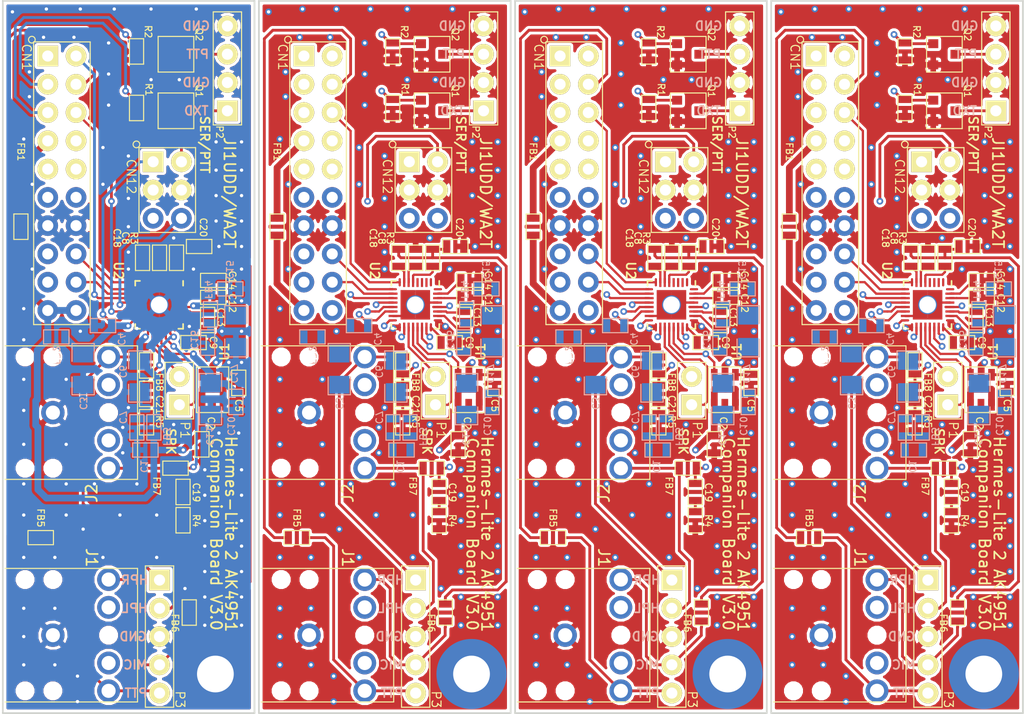
<source format=kicad_pcb>
(kicad_pcb (version 20171130) (host pcbnew "(5.0.2)-1")
  (title_block (title "H-L v2 Companion - AK4951 board") (date 2017-07-16) (rev 1.0) (company JI1UDD))
  (layers (0 F.Cu signal) (1 In1.Cu signal hide) (2 In2.Cu signal hide) (31 B.Cu signal hide) (34 B.Paste user) (35 F.Paste user) (36 B.SilkS user) (37 F.SilkS user) (38 B.Mask user) (39 F.Mask user) (44 Edge.Cuts user))
  (net 0 "")
  (net 1 GND)
  (net 2 +3V3)
  (net 3 "Net-(C3-Pad1)")
  (net 4 "Net-(C5-Pad1)")
  (net 5 "Net-(C6-Pad1)")
  (net 6 "Net-(C8-Pad2)")
  (net 7 "Net-(C9-Pad1)")
  (net 8 "Net-(C10-Pad1)")
  (net 9 "Net-(C12-Pad1)")
  (net 10 "Net-(C13-Pad1)")
  (net 11 "Net-(C13-Pad2)")
  (net 12 "Net-(C14-Pad1)")
  (net 13 "Net-(C15-Pad2)")
  (net 14 "Net-(C18-Pad1)")
  (net 15 "Net-(C18-Pad2)")
  (net 16 "Net-(C19-Pad1)")
  (net 17 "Net-(C19-Pad2)")
  (net 18 "Net-(C21-Pad1)")
  (net 19 "Net-(C21-Pad2)")
  (net 20 /AudioCodec/~PTT)
  (net 21 /AudioCodec/PDN)
  (net 22 /AudioCodec/DIN)
  (net 23 /AudioCodec/DOUT)
  (net 24 /AudioCodec/LRCK)
  (net 25 /AudioCodec/BCK)
  (net 26 /AudioCodec/SDA)
  (net 27 /AudioCodec/SCL)
  (net 28 "Net-(P1-Pad1)")
  (net 29 "Net-(P1-Pad2)")
  (net 30 "Net-(U2-Pad1)")
  (net 31 "Net-(U2-Pad2)")
  (net 32 "Net-(U2-Pad3)")
  (net 33 "Net-(U2-Pad4)")
  (net 34 "Net-(U2-Pad32)")
  (net 35 "Net-(J1-Pad5)")
  (net 36 "Net-(FB6-Pad2)")
  (net 37 "Net-(J1-Pad4)")
  (net 38 "Net-(FB5-Pad1)")
  (net 39 "Net-(FB7-Pad1)")
  (net 40 "Net-(J2-Pad4)")
  (net 41 "Net-(FB8-Pad2)")
  (net 42 "Net-(J2-Pad5)")
  (net 43 "Net-(CN1-Pad5)")
  (net 44 /AudioCodec/EXTTR)
  (net 45 /AudioCodec/ExtAMPTxD)
  (net 46 "Net-(CN1-Pad3)")
  (net 47 "Net-(R3-Pad2)")
  (net 48 "Net-(CN1-Pad7)")
  (net 49 "Net-(CN12-Pad5)")
  (net 50 "Net-(CN1-Pad1)")
  (net 51 "Net-(CN1-Pad8)")
  (net 52 "Net-(CN1-Pad9)")
  (net 53 "Net-(CN1-Pad10)")
  (net 54 "Net-(CN1-Pad11)")
  (net 55 "Net-(CN1-Pad12)")
  (net 56 "Net-(CN1-Pad15)")
  (net 57 "Net-(CN1-Pad17)")
  (module HERMESLITE:SMD-0603 (layer F.Cu) (at 154.510857 113.391589)
    (fp_text reference FB7 (at -1.690857 1.606911 -90 unlocked) (layer F.SilkS) (effects (font (size 0.6 0.6) (thickness 0.1))))
    (fp_text value FB hide)
    (pad 1 smd rect (at -0.762 0) (size 0.635 1.143) (layers F.Cu F.Paste F.Mask) (net 39 "Net-(FB7-Pad1)"))
    (pad 2 smd rect (at 0.762 0) (size 0.635 1.143) (layers F.Cu F.Paste F.Mask) (net 16 "Net-(C19-Pad1)"))
  )
  (module HERMESLITE:SMD-0603 (layer F.Cu) (at 131.510857 113.391589)
    (fp_text reference FB7 (at -1.690857 1.606911 -90 unlocked) (layer F.SilkS) (effects (font (size 0.6 0.6) (thickness 0.1))))
    (fp_text value FB hide)
    (pad 1 smd rect (at -0.762 0) (size 0.635 1.143) (layers F.Cu F.Paste F.Mask) (net 39 "Net-(FB7-Pad1)"))
    (pad 2 smd rect (at 0.762 0) (size 0.635 1.143) (layers F.Cu F.Paste F.Mask) (net 16 "Net-(C19-Pad1)"))
  )
  (module HERMESLITE:SMD-0603 (layer F.Cu) (at 108.510857 113.391589)
    (fp_text reference FB7 (at -1.690857 1.606911 -90 unlocked) (layer F.SilkS) (effects (font (size 0.6 0.6) (thickness 0.1))))
    (fp_text value FB hide)
    (pad 1 smd rect (at -0.762 0) (size 0.635 1.143) (layers F.Cu F.Paste F.Mask) (net 39 "Net-(FB7-Pad1)"))
    (pad 2 smd rect (at 0.762 0) (size 0.635 1.143) (layers F.Cu F.Paste F.Mask) (net 16 "Net-(C19-Pad1)"))
  )
  (module HERMESLITE:SMD-0603 (layer F.Cu) (at 151.909 104.162 90)
    (fp_text reference FB8 (at -1.502 1.165 270 unlocked) (layer F.SilkS) (effects (font (size 0.6 0.6) (thickness 0.1))))
    (fp_text value FB hide)
    (pad 1 smd rect (at -0.762 0 90) (size 0.635 1.143) (layers F.Cu F.Paste F.Mask) (net 18 "Net-(C21-Pad1)"))
    (pad 2 smd rect (at 0.762 0 90) (size 0.635 1.143) (layers F.Cu F.Paste F.Mask) (net 41 "Net-(FB8-Pad2)"))
  )
  (module HERMESLITE:SMD-0603 (layer F.Cu) (at 128.909 104.162 90)
    (fp_text reference FB8 (at -1.502 1.165 270 unlocked) (layer F.SilkS) (effects (font (size 0.6 0.6) (thickness 0.1))))
    (fp_text value FB hide)
    (pad 1 smd rect (at -0.762 0 90) (size 0.635 1.143) (layers F.Cu F.Paste F.Mask) (net 18 "Net-(C21-Pad1)"))
    (pad 2 smd rect (at 0.762 0 90) (size 0.635 1.143) (layers F.Cu F.Paste F.Mask) (net 41 "Net-(FB8-Pad2)"))
  )
  (module HERMESLITE:SMD-0603 (layer F.Cu) (at 105.909 104.162 90)
    (fp_text reference FB8 (at -1.502 1.165 270 unlocked) (layer F.SilkS) (effects (font (size 0.6 0.6) (thickness 0.1))))
    (fp_text value FB hide)
    (pad 1 smd rect (at -0.762 0 90) (size 0.635 1.143) (layers F.Cu F.Paste F.Mask) (net 18 "Net-(C21-Pad1)"))
    (pad 2 smd rect (at 0.762 0 90) (size 0.635 1.143) (layers F.Cu F.Paste F.Mask) (net 41 "Net-(FB8-Pad2)"))
  )
  (module HERMESLITE:5x1 (layer F.Cu) (at 153.074 123.444 270)
    (fp_text reference P3 (at 10.7315 -1.8415 270 unlocked) (layer F.SilkS) (effects (font (size 0.8 0.8) (thickness 0.1))))
    (fp_text value CONN_01X05)
    (pad 1 thru_hole rect (at 0 0 270) (size 1.85 1.85) (drill 1) (layers *.Cu *.Mask F.SilkS) (net 41 "Net-(FB8-Pad2)"))
    (pad 2 thru_hole circle (at 2.54 0 270) (size 1.85 1.85) (drill 1) (layers *.Cu *.Mask F.SilkS) (net 39 "Net-(FB7-Pad1)"))
    (pad 3 thru_hole circle (at 5.08 0 270) (size 1.85 1.85) (drill 1) (layers *.Cu *.Mask F.SilkS) (net 1 GND))
    (pad 4 thru_hole circle (at 7.62 0 270) (size 1.85 1.85) (drill 1) (layers *.Cu *.Mask F.SilkS) (net 36 "Net-(FB6-Pad2)"))
    (pad 5 thru_hole circle (at 10.16 0 270) (size 1.85 1.85) (drill 1) (layers *.Cu *.Mask F.SilkS) (net 38 "Net-(FB5-Pad1)"))
  )
  (module HERMESLITE:5x1 (layer F.Cu) (at 130.074 123.444 270)
    (fp_text reference P3 (at 10.7315 -1.8415 270 unlocked) (layer F.SilkS) (effects (font (size 0.8 0.8) (thickness 0.1))))
    (fp_text value CONN_01X05)
    (pad 1 thru_hole rect (at 0 0 270) (size 1.85 1.85) (drill 1) (layers *.Cu *.Mask F.SilkS) (net 41 "Net-(FB8-Pad2)"))
    (pad 2 thru_hole circle (at 2.54 0 270) (size 1.85 1.85) (drill 1) (layers *.Cu *.Mask F.SilkS) (net 39 "Net-(FB7-Pad1)"))
    (pad 3 thru_hole circle (at 5.08 0 270) (size 1.85 1.85) (drill 1) (layers *.Cu *.Mask F.SilkS) (net 1 GND))
    (pad 4 thru_hole circle (at 7.62 0 270) (size 1.85 1.85) (drill 1) (layers *.Cu *.Mask F.SilkS) (net 36 "Net-(FB6-Pad2)"))
    (pad 5 thru_hole circle (at 10.16 0 270) (size 1.85 1.85) (drill 1) (layers *.Cu *.Mask F.SilkS) (net 38 "Net-(FB5-Pad1)"))
  )
  (module HERMESLITE:5x1 (layer F.Cu) (at 107.074 123.444 270)
    (fp_text reference P3 (at 10.7315 -1.8415 270 unlocked) (layer F.SilkS) (effects (font (size 0.8 0.8) (thickness 0.1))))
    (fp_text value CONN_01X05)
    (pad 1 thru_hole rect (at 0 0 270) (size 1.85 1.85) (drill 1) (layers *.Cu *.Mask F.SilkS) (net 41 "Net-(FB8-Pad2)"))
    (pad 2 thru_hole circle (at 2.54 0 270) (size 1.85 1.85) (drill 1) (layers *.Cu *.Mask F.SilkS) (net 39 "Net-(FB7-Pad1)"))
    (pad 3 thru_hole circle (at 5.08 0 270) (size 1.85 1.85) (drill 1) (layers *.Cu *.Mask F.SilkS) (net 1 GND))
    (pad 4 thru_hole circle (at 7.62 0 270) (size 1.85 1.85) (drill 1) (layers *.Cu *.Mask F.SilkS) (net 36 "Net-(FB6-Pad2)"))
    (pad 5 thru_hole circle (at 10.16 0 270) (size 1.85 1.85) (drill 1) (layers *.Cu *.Mask F.SilkS) (net 38 "Net-(FB5-Pad1)"))
  )
  (module HERMESLITE:STEREO (layer F.Cu) (at 139 108.4)
    (fp_text reference J2 (at 7.978 7.2462 -90) (layer F.SilkS))
    (fp_text value PHONES)
    (pad "" np_thru_hole circle (at 2 -5) (size 1.2 1.2) (drill 1.2) (layers *.Cu *.Mask))
    (pad "" np_thru_hole circle (at 2 5) (size 1.2 1.2) (drill 1.2) (layers *.Cu *.Mask))
    (pad "" np_thru_hole circle (at 4.5 -5) (size 1.2 1.2) (drill 1.2) (layers *.Cu *.Mask))
    (pad "" np_thru_hole circle (at 4.5 5) (size 1.2 1.2) (drill 1.2) (layers *.Cu *.Mask))
    (pad "" np_thru_hole circle (at 9.5 0) (size 1.2 1.2) (drill 1.2) (layers *.Cu *.Mask))
    (pad 5 thru_hole circle (at 9.5 -2.5) (size 2.05 2.05) (drill 1.27) (layers *.Cu *.Mask) (net 42 "Net-(J2-Pad5)"))
    (pad 3 thru_hole circle (at 9.5 -5) (size 2.05 2.05) (drill 1.27) (layers *.Cu *.Mask) (net 41 "Net-(FB8-Pad2)"))
    (pad 4 thru_hole circle (at 9.5 2.5) (size 2.05 2.05) (drill 1.27) (layers *.Cu *.Mask) (net 40 "Net-(J2-Pad4)"))
    (pad 2 thru_hole circle (at 9.5 5) (size 2.05 2.05) (drill 1.27) (layers *.Cu *.Mask) (net 39 "Net-(FB7-Pad1)"))
    (pad 1 thru_hole circle (at 4.5 0) (size 2.1 2.1) (drill 1.27) (layers *.Cu *.Mask) (net 1 GND))
  )
  (module HERMESLITE:STEREO (layer F.Cu) (at 116 108.4)
    (fp_text reference J2 (at 7.978 7.2462 -90) (layer F.SilkS))
    (fp_text value PHONES)
    (pad "" np_thru_hole circle (at 2 -5) (size 1.2 1.2) (drill 1.2) (layers *.Cu *.Mask))
    (pad "" np_thru_hole circle (at 2 5) (size 1.2 1.2) (drill 1.2) (layers *.Cu *.Mask))
    (pad "" np_thru_hole circle (at 4.5 -5) (size 1.2 1.2) (drill 1.2) (layers *.Cu *.Mask))
    (pad "" np_thru_hole circle (at 4.5 5) (size 1.2 1.2) (drill 1.2) (layers *.Cu *.Mask))
    (pad "" np_thru_hole circle (at 9.5 0) (size 1.2 1.2) (drill 1.2) (layers *.Cu *.Mask))
    (pad 5 thru_hole circle (at 9.5 -2.5) (size 2.05 2.05) (drill 1.27) (layers *.Cu *.Mask) (net 42 "Net-(J2-Pad5)"))
    (pad 3 thru_hole circle (at 9.5 -5) (size 2.05 2.05) (drill 1.27) (layers *.Cu *.Mask) (net 41 "Net-(FB8-Pad2)"))
    (pad 4 thru_hole circle (at 9.5 2.5) (size 2.05 2.05) (drill 1.27) (layers *.Cu *.Mask) (net 40 "Net-(J2-Pad4)"))
    (pad 2 thru_hole circle (at 9.5 5) (size 2.05 2.05) (drill 1.27) (layers *.Cu *.Mask) (net 39 "Net-(FB7-Pad1)"))
    (pad 1 thru_hole circle (at 4.5 0) (size 2.1 2.1) (drill 1.27) (layers *.Cu *.Mask) (net 1 GND))
  )
  (module HERMESLITE:STEREO (layer F.Cu) (at 93 108.4)
    (fp_text reference J2 (at 7.978 7.2462 -90) (layer F.SilkS))
    (fp_text value PHONES)
    (pad "" np_thru_hole circle (at 2 -5) (size 1.2 1.2) (drill 1.2) (layers *.Cu *.Mask))
    (pad "" np_thru_hole circle (at 2 5) (size 1.2 1.2) (drill 1.2) (layers *.Cu *.Mask))
    (pad "" np_thru_hole circle (at 4.5 -5) (size 1.2 1.2) (drill 1.2) (layers *.Cu *.Mask))
    (pad "" np_thru_hole circle (at 4.5 5) (size 1.2 1.2) (drill 1.2) (layers *.Cu *.Mask))
    (pad "" np_thru_hole circle (at 9.5 0) (size 1.2 1.2) (drill 1.2) (layers *.Cu *.Mask))
    (pad 5 thru_hole circle (at 9.5 -2.5) (size 2.05 2.05) (drill 1.27) (layers *.Cu *.Mask) (net 42 "Net-(J2-Pad5)"))
    (pad 3 thru_hole circle (at 9.5 -5) (size 2.05 2.05) (drill 1.27) (layers *.Cu *.Mask) (net 41 "Net-(FB8-Pad2)"))
    (pad 4 thru_hole circle (at 9.5 2.5) (size 2.05 2.05) (drill 1.27) (layers *.Cu *.Mask) (net 40 "Net-(J2-Pad4)"))
    (pad 2 thru_hole circle (at 9.5 5) (size 2.05 2.05) (drill 1.27) (layers *.Cu *.Mask) (net 39 "Net-(FB7-Pad1)"))
    (pad 1 thru_hole circle (at 4.5 0) (size 2.1 2.1) (drill 1.27) (layers *.Cu *.Mask) (net 1 GND))
  )
  (module HERMESLITE:SMD-0603 (layer F.Cu) (at 155.185714 118.071178 270)
    (fp_text reference R4 (at 0.038822 -1.190286 270 unlocked) (layer F.SilkS) (effects (font (size 0.6 0.6) (thickness 0.1))))
    (fp_text value 33 hide)
    (pad 1 smd rect (at -0.762 0 270) (size 0.635 1.143) (layers F.Cu F.Paste F.Mask) (net 17 "Net-(C19-Pad2)"))
    (pad 2 smd rect (at 0.762 0 270) (size 0.635 1.143) (layers F.Cu F.Paste F.Mask) (net 1 GND))
  )
  (module HERMESLITE:SMD-0603 (layer F.Cu) (at 132.185714 118.071178 270)
    (fp_text reference R4 (at 0.038822 -1.190286 270 unlocked) (layer F.SilkS) (effects (font (size 0.6 0.6) (thickness 0.1))))
    (fp_text value 33 hide)
    (pad 1 smd rect (at -0.762 0 270) (size 0.635 1.143) (layers F.Cu F.Paste F.Mask) (net 17 "Net-(C19-Pad2)"))
    (pad 2 smd rect (at 0.762 0 270) (size 0.635 1.143) (layers F.Cu F.Paste F.Mask) (net 1 GND))
  )
  (module HERMESLITE:SMD-0603 (layer F.Cu) (at 109.185714 118.071178 270)
    (fp_text reference R4 (at 0.038822 -1.190286 270 unlocked) (layer F.SilkS) (effects (font (size 0.6 0.6) (thickness 0.1))))
    (fp_text value 33 hide)
    (pad 1 smd rect (at -0.762 0 270) (size 0.635 1.143) (layers F.Cu F.Paste F.Mask) (net 17 "Net-(C19-Pad2)"))
    (pad 2 smd rect (at 0.762 0 270) (size 0.635 1.143) (layers F.Cu F.Paste F.Mask) (net 1 GND))
  )
  (module HERMESLITE:SMD-0603 (layer B.Cu) (at 159.932 107.442 270)
    (fp_text reference C10 (at 2.159 0.4445 270 unlocked) (layer B.SilkS) (effects (font (size 0.6 0.6) (thickness 0.1)) (justify mirror)))
    (fp_text value 0.1u hide)
    (pad 1 smd rect (at -0.762 0 270) (size 0.635 1.143) (layers B.Cu B.Paste B.Mask) (net 8 "Net-(C10-Pad1)"))
    (pad 2 smd rect (at 0.762 0 270) (size 0.635 1.143) (layers B.Cu B.Paste B.Mask) (net 1 GND))
  )
  (module HERMESLITE:SMD-0603 (layer B.Cu) (at 136.932 107.442 270)
    (fp_text reference C10 (at 2.159 0.4445 270 unlocked) (layer B.SilkS) (effects (font (size 0.6 0.6) (thickness 0.1)) (justify mirror)))
    (fp_text value 0.1u hide)
    (pad 1 smd rect (at -0.762 0 270) (size 0.635 1.143) (layers B.Cu B.Paste B.Mask) (net 8 "Net-(C10-Pad1)"))
    (pad 2 smd rect (at 0.762 0 270) (size 0.635 1.143) (layers B.Cu B.Paste B.Mask) (net 1 GND))
  )
  (module HERMESLITE:SMD-0603 (layer B.Cu) (at 113.932 107.442 270)
    (fp_text reference C10 (at 2.159 0.4445 270 unlocked) (layer B.SilkS) (effects (font (size 0.6 0.6) (thickness 0.1)) (justify mirror)))
    (fp_text value 0.1u hide)
    (pad 1 smd rect (at -0.762 0 270) (size 0.635 1.143) (layers B.Cu B.Paste B.Mask) (net 8 "Net-(C10-Pad1)"))
    (pad 2 smd rect (at 0.762 0 270) (size 0.635 1.143) (layers B.Cu B.Paste B.Mask) (net 1 GND))
  )
  (module HERMESLITE:SMD-0603 (layer F.Cu) (at 151.909 109.264 270)
    (fp_text reference R5 (at -0.044 -1.165 270 unlocked) (layer F.SilkS) (effects (font (size 0.6 0.6) (thickness 0.1))))
    (fp_text value 33 hide)
    (pad 1 smd rect (at -0.762 0 270) (size 0.635 1.143) (layers F.Cu F.Paste F.Mask) (net 19 "Net-(C21-Pad2)"))
    (pad 2 smd rect (at 0.762 0 270) (size 0.635 1.143) (layers F.Cu F.Paste F.Mask) (net 1 GND))
  )
  (module HERMESLITE:SMD-0603 (layer F.Cu) (at 128.909 109.264 270)
    (fp_text reference R5 (at -0.044 -1.165 270 unlocked) (layer F.SilkS) (effects (font (size 0.6 0.6) (thickness 0.1))))
    (fp_text value 33 hide)
    (pad 1 smd rect (at -0.762 0 270) (size 0.635 1.143) (layers F.Cu F.Paste F.Mask) (net 19 "Net-(C21-Pad2)"))
    (pad 2 smd rect (at 0.762 0 270) (size 0.635 1.143) (layers F.Cu F.Paste F.Mask) (net 1 GND))
  )
  (module HERMESLITE:SMD-0603 (layer F.Cu) (at 105.909 109.264 270)
    (fp_text reference R5 (at -0.044 -1.165 270 unlocked) (layer F.SilkS) (effects (font (size 0.6 0.6) (thickness 0.1))))
    (fp_text value 33 hide)
    (pad 1 smd rect (at -0.762 0 270) (size 0.635 1.143) (layers F.Cu F.Paste F.Mask) (net 19 "Net-(C21-Pad2)"))
    (pad 2 smd rect (at 0.762 0 270) (size 0.635 1.143) (layers F.Cu F.Paste F.Mask) (net 1 GND))
  )
  (module HERMESLITE:SOT23 (layer F.Cu) (at 156.884 107.696)
    (fp_text reference U1 (at 2.032 -4.7625 -90) (layer F.SilkS) (effects (font (size 0.8 0.8) (thickness 0.1524))))
    (fp_text value TPS730)
    (pad 1 smd rect (at 0 0) (size 0.6 1.05) (layers F.Cu F.Paste F.Mask) (net 2 +3V3))
    (pad 2 smd rect (at 0.95 0) (size 0.6 1.05) (layers F.Cu F.Paste F.Mask) (net 1 GND))
    (pad 3 smd rect (at 1.9 0) (size 0.6 1.05) (layers F.Cu F.Paste F.Mask) (net 2 +3V3))
    (pad 4 smd rect (at 1.9 -2.7) (size 0.6 1.05) (layers F.Cu F.Paste F.Mask) (net 4 "Net-(C5-Pad1)"))
    (pad 5 smd rect (at 0 -2.7) (size 0.6 1.05) (layers F.Cu F.Paste F.Mask) (net 8 "Net-(C10-Pad1)"))
  )
  (module HERMESLITE:SOT23 (layer F.Cu) (at 133.884 107.696)
    (fp_text reference U1 (at 2.032 -4.7625 -90) (layer F.SilkS) (effects (font (size 0.8 0.8) (thickness 0.1524))))
    (fp_text value TPS730)
    (pad 1 smd rect (at 0 0) (size 0.6 1.05) (layers F.Cu F.Paste F.Mask) (net 2 +3V3))
    (pad 2 smd rect (at 0.95 0) (size 0.6 1.05) (layers F.Cu F.Paste F.Mask) (net 1 GND))
    (pad 3 smd rect (at 1.9 0) (size 0.6 1.05) (layers F.Cu F.Paste F.Mask) (net 2 +3V3))
    (pad 4 smd rect (at 1.9 -2.7) (size 0.6 1.05) (layers F.Cu F.Paste F.Mask) (net 4 "Net-(C5-Pad1)"))
    (pad 5 smd rect (at 0 -2.7) (size 0.6 1.05) (layers F.Cu F.Paste F.Mask) (net 8 "Net-(C10-Pad1)"))
  )
  (module HERMESLITE:SOT23 (layer F.Cu) (at 110.884 107.696)
    (fp_text reference U1 (at 2.032 -4.7625 -90) (layer F.SilkS) (effects (font (size 0.8 0.8) (thickness 0.1524))))
    (fp_text value TPS730)
    (pad 1 smd rect (at 0 0) (size 0.6 1.05) (layers F.Cu F.Paste F.Mask) (net 2 +3V3))
    (pad 2 smd rect (at 0.95 0) (size 0.6 1.05) (layers F.Cu F.Paste F.Mask) (net 1 GND))
    (pad 3 smd rect (at 1.9 0) (size 0.6 1.05) (layers F.Cu F.Paste F.Mask) (net 2 +3V3))
    (pad 4 smd rect (at 1.9 -2.7) (size 0.6 1.05) (layers F.Cu F.Paste F.Mask) (net 4 "Net-(C5-Pad1)"))
    (pad 5 smd rect (at 0 -2.7) (size 0.6 1.05) (layers F.Cu F.Paste F.Mask) (net 8 "Net-(C10-Pad1)"))
  )
  (module HERMESLITE:STEREO (layer F.Cu) (at 139 128.4)
    (fp_text reference J1 (at 7.978 -6.9626 -90 unlocked) (layer F.SilkS))
    (fp_text value MIC)
    (pad "" np_thru_hole circle (at 2 -5) (size 1.2 1.2) (drill 1.2) (layers *.Cu *.Mask))
    (pad "" np_thru_hole circle (at 2 5) (size 1.2 1.2) (drill 1.2) (layers *.Cu *.Mask))
    (pad "" np_thru_hole circle (at 4.5 -5) (size 1.2 1.2) (drill 1.2) (layers *.Cu *.Mask))
    (pad "" np_thru_hole circle (at 4.5 5) (size 1.2 1.2) (drill 1.2) (layers *.Cu *.Mask))
    (pad "" np_thru_hole circle (at 9.5 0) (size 1.2 1.2) (drill 1.2) (layers *.Cu *.Mask))
    (pad 5 thru_hole circle (at 9.5 -2.5) (size 2.05 2.05) (drill 1.27) (layers *.Cu *.Mask) (net 35 "Net-(J1-Pad5)"))
    (pad 3 thru_hole circle (at 9.5 -5) (size 2.05 2.05) (drill 1.27) (layers *.Cu *.Mask) (net 36 "Net-(FB6-Pad2)"))
    (pad 4 thru_hole circle (at 9.5 2.5) (size 2.05 2.05) (drill 1.27) (layers *.Cu *.Mask) (net 37 "Net-(J1-Pad4)"))
    (pad 2 thru_hole circle (at 9.5 5) (size 2.05 2.05) (drill 1.27) (layers *.Cu *.Mask) (net 38 "Net-(FB5-Pad1)"))
    (pad 1 thru_hole circle (at 4.5 0) (size 2.1 2.1) (drill 1.27) (layers *.Cu *.Mask) (net 1 GND))
  )
  (module HERMESLITE:STEREO (layer F.Cu) (at 116 128.4)
    (fp_text reference J1 (at 7.978 -6.9626 -90 unlocked) (layer F.SilkS))
    (fp_text value MIC)
    (pad "" np_thru_hole circle (at 2 -5) (size 1.2 1.2) (drill 1.2) (layers *.Cu *.Mask))
    (pad "" np_thru_hole circle (at 2 5) (size 1.2 1.2) (drill 1.2) (layers *.Cu *.Mask))
    (pad "" np_thru_hole circle (at 4.5 -5) (size 1.2 1.2) (drill 1.2) (layers *.Cu *.Mask))
    (pad "" np_thru_hole circle (at 4.5 5) (size 1.2 1.2) (drill 1.2) (layers *.Cu *.Mask))
    (pad "" np_thru_hole circle (at 9.5 0) (size 1.2 1.2) (drill 1.2) (layers *.Cu *.Mask))
    (pad 5 thru_hole circle (at 9.5 -2.5) (size 2.05 2.05) (drill 1.27) (layers *.Cu *.Mask) (net 35 "Net-(J1-Pad5)"))
    (pad 3 thru_hole circle (at 9.5 -5) (size 2.05 2.05) (drill 1.27) (layers *.Cu *.Mask) (net 36 "Net-(FB6-Pad2)"))
    (pad 4 thru_hole circle (at 9.5 2.5) (size 2.05 2.05) (drill 1.27) (layers *.Cu *.Mask) (net 37 "Net-(J1-Pad4)"))
    (pad 2 thru_hole circle (at 9.5 5) (size 2.05 2.05) (drill 1.27) (layers *.Cu *.Mask) (net 38 "Net-(FB5-Pad1)"))
    (pad 1 thru_hole circle (at 4.5 0) (size 2.1 2.1) (drill 1.27) (layers *.Cu *.Mask) (net 1 GND))
  )
  (module HERMESLITE:STEREO (layer F.Cu) (at 93 128.4)
    (fp_text reference J1 (at 7.978 -6.9626 -90 unlocked) (layer F.SilkS))
    (fp_text value MIC)
    (pad "" np_thru_hole circle (at 2 -5) (size 1.2 1.2) (drill 1.2) (layers *.Cu *.Mask))
    (pad "" np_thru_hole circle (at 2 5) (size 1.2 1.2) (drill 1.2) (layers *.Cu *.Mask))
    (pad "" np_thru_hole circle (at 4.5 -5) (size 1.2 1.2) (drill 1.2) (layers *.Cu *.Mask))
    (pad "" np_thru_hole circle (at 4.5 5) (size 1.2 1.2) (drill 1.2) (layers *.Cu *.Mask))
    (pad "" np_thru_hole circle (at 9.5 0) (size 1.2 1.2) (drill 1.2) (layers *.Cu *.Mask))
    (pad 5 thru_hole circle (at 9.5 -2.5) (size 2.05 2.05) (drill 1.27) (layers *.Cu *.Mask) (net 35 "Net-(J1-Pad5)"))
    (pad 3 thru_hole circle (at 9.5 -5) (size 2.05 2.05) (drill 1.27) (layers *.Cu *.Mask) (net 36 "Net-(FB6-Pad2)"))
    (pad 4 thru_hole circle (at 9.5 2.5) (size 2.05 2.05) (drill 1.27) (layers *.Cu *.Mask) (net 37 "Net-(J1-Pad4)"))
    (pad 2 thru_hole circle (at 9.5 5) (size 2.05 2.05) (drill 1.27) (layers *.Cu *.Mask) (net 38 "Net-(FB5-Pad1)"))
    (pad 1 thru_hole circle (at 4.5 0) (size 2.1 2.1) (drill 1.27) (layers *.Cu *.Mask) (net 1 GND))
  )
  (module HERMESLITE:QFN-32-1EP_4x4mm_Pitch0.4mm_Handsoldering (layer F.Cu) (at 153.042 98.714 270)
    (fp_text reference U2 (at -3.083 3.651 270 unlocked) (layer F.SilkS) (effects (font (size 0.8 0.8) (thickness 0.1524))))
    (fp_text value AK4951AEN)
    (pad 33 thru_hole circle (at 0 0) (size 1.7 1.7) (drill 1.5) (layers *.Cu *.Mask) (net 1 GND))
    (pad 33 smd rect (at -0.6625 -0.6625 270) (size 1.325 1.325) (layers F.Cu F.Paste F.Mask) (net 1 GND))
    (pad 33 smd rect (at -0.6625 0.6625 270) (size 1.325 1.325) (layers F.Cu F.Paste F.Mask) (net 1 GND))
    (pad 33 smd rect (at 0.6625 -0.6625 270) (size 1.325 1.325) (layers F.Cu F.Paste F.Mask) (net 1 GND))
    (pad 33 smd rect (at 0.6625 0.6625 270) (size 1.325 1.325) (layers F.Cu F.Paste F.Mask) (net 1 GND))
    (pad 32 smd oval (at -1.4 -2.025) (size 0.75 0.2) (layers F.Cu F.Paste F.Mask) (net 34 "Net-(U2-Pad32)"))
    (pad 31 smd rect (at -1 -2) (size 0.8 0.2) (layers F.Cu F.Paste F.Mask) (net 12 "Net-(C14-Pad1)"))
    (pad 30 smd rect (at -0.6 -2) (size 0.8 0.2) (layers F.Cu F.Paste F.Mask) (net 9 "Net-(C12-Pad1)"))
    (pad 29 smd rect (at -0.2 -2) (size 0.8 0.2) (layers F.Cu F.Paste F.Mask) (net 1 GND))
    (pad 28 smd rect (at 0.2 -2) (size 0.8 0.2) (layers F.Cu F.Paste F.Mask) (net 13 "Net-(C15-Pad2)"))
    (pad 27 smd rect (at 0.6 -2) (size 0.8 0.2) (layers F.Cu F.Paste F.Mask) (net 10 "Net-(C13-Pad1)"))
    (pad 26 smd rect (at 1 -2) (size 0.8 0.2) (layers F.Cu F.Paste F.Mask) (net 11 "Net-(C13-Pad2)"))
    (pad 25 smd oval (at 1.4 -2.025) (size 0.75 0.2) (layers F.Cu F.Paste F.Mask) (net 1 GND))
    (pad 24 smd oval (at 2.025 -1.4 270) (size 0.75 0.2) (layers F.Cu F.Paste F.Mask) (net 7 "Net-(C9-Pad1)"))
    (pad 23 smd rect (at 2 -1 270) (size 0.8 0.2) (layers F.Cu F.Paste F.Mask) (net 18 "Net-(C21-Pad1)"))
    (pad 22 smd rect (at 2 -0.6 270) (size 0.8 0.2) (layers F.Cu F.Paste F.Mask) (net 16 "Net-(C19-Pad1)"))
    (pad 21 smd rect (at 2 -0.2 270) (size 0.8 0.2) (layers F.Cu F.Paste F.Mask) (net 8 "Net-(C10-Pad1)"))
    (pad 20 smd rect (at 2 0.2 270) (size 0.8 0.2) (layers F.Cu F.Paste F.Mask) (net 28 "Net-(P1-Pad1)"))
    (pad 19 smd rect (at 2 0.6 270) (size 0.8 0.2) (layers F.Cu F.Paste F.Mask) (net 29 "Net-(P1-Pad2)"))
    (pad 18 smd rect (at 2 1 270) (size 0.8 0.2) (layers F.Cu F.Paste F.Mask) (net 5 "Net-(C6-Pad1)"))
    (pad 17 smd oval (at 2.025 1.4 270) (size 0.75 0.2) (layers F.Cu F.Paste F.Mask) (net 1 GND))
    (pad 16 smd oval (at 1.4 2.025) (size 0.75 0.2) (layers F.Cu F.Paste F.Mask) (net 3 "Net-(C3-Pad1)"))
    (pad 15 smd rect (at 1 2) (size 0.8 0.2) (layers F.Cu F.Paste F.Mask) (net 1 GND))
    (pad 14 smd rect (at 0.6 2) (size 0.8 0.2) (layers F.Cu F.Paste F.Mask) (net 25 /AudioCodec/BCK))
    (pad 13 smd rect (at 0.2 2) (size 0.8 0.2) (layers F.Cu F.Paste F.Mask) (net 24 /AudioCodec/LRCK))
    (pad 12 smd rect (at -0.2 2) (size 0.8 0.2) (layers F.Cu F.Paste F.Mask) (net 23 /AudioCodec/DOUT))
    (pad 11 smd rect (at -0.6 2) (size 0.8 0.2) (layers F.Cu F.Paste F.Mask) (net 22 /AudioCodec/DIN))
    (pad 10 smd rect (at -1 2) (size 0.8 0.2) (layers F.Cu F.Paste F.Mask) (net 26 /AudioCodec/SDA))
    (pad 9 smd oval (at -1.4 2.025) (size 0.75 0.2) (layers F.Cu F.Paste F.Mask) (net 27 /AudioCodec/SCL))
    (pad 8 smd oval (at -2.025 1.4 270) (size 0.75 0.2) (layers F.Cu F.Paste F.Mask) (net 21 /AudioCodec/PDN))
    (pad 7 smd rect (at -2 1 270) (size 0.8 0.2) (layers F.Cu F.Paste F.Mask) (net 14 "Net-(C18-Pad1)"))
    (pad 6 smd rect (at -2 0.6 270) (size 0.8 0.2) (layers F.Cu F.Paste F.Mask) (net 6 "Net-(C8-Pad2)"))
    (pad 5 smd rect (at -2 0.2 270) (size 0.8 0.2) (layers F.Cu F.Paste F.Mask) (net 47 "Net-(R3-Pad2)"))
    (pad 4 smd rect (at -2 -0.2 270) (size 0.8 0.2) (layers F.Cu F.Paste F.Mask) (net 33 "Net-(U2-Pad4)"))
    (pad 3 smd rect (at -2 -0.6 270) (size 0.8 0.2) (layers F.Cu F.Paste F.Mask) (net 32 "Net-(U2-Pad3)"))
    (pad 2 smd rect (at -2 -1 270) (size 0.8 0.2) (layers F.Cu F.Paste F.Mask) (net 31 "Net-(U2-Pad2)"))
    (pad 1 smd oval (at -2.025 -1.4 270) (size 0.75 0.2) (layers F.Cu F.Paste F.Mask) (net 30 "Net-(U2-Pad1)"))
  )
  (module HERMESLITE:QFN-32-1EP_4x4mm_Pitch0.4mm_Handsoldering (layer F.Cu) (at 130.042 98.714 270)
    (fp_text reference U2 (at -3.083 3.651 270 unlocked) (layer F.SilkS) (effects (font (size 0.8 0.8) (thickness 0.1524))))
    (fp_text value AK4951AEN)
    (pad 33 thru_hole circle (at 0 0) (size 1.7 1.7) (drill 1.5) (layers *.Cu *.Mask) (net 1 GND))
    (pad 33 smd rect (at -0.6625 -0.6625 270) (size 1.325 1.325) (layers F.Cu F.Paste F.Mask) (net 1 GND))
    (pad 33 smd rect (at -0.6625 0.6625 270) (size 1.325 1.325) (layers F.Cu F.Paste F.Mask) (net 1 GND))
    (pad 33 smd rect (at 0.6625 -0.6625 270) (size 1.325 1.325) (layers F.Cu F.Paste F.Mask) (net 1 GND))
    (pad 33 smd rect (at 0.6625 0.6625 270) (size 1.325 1.325) (layers F.Cu F.Paste F.Mask) (net 1 GND))
    (pad 32 smd oval (at -1.4 -2.025) (size 0.75 0.2) (layers F.Cu F.Paste F.Mask) (net 34 "Net-(U2-Pad32)"))
    (pad 31 smd rect (at -1 -2) (size 0.8 0.2) (layers F.Cu F.Paste F.Mask) (net 12 "Net-(C14-Pad1)"))
    (pad 30 smd rect (at -0.6 -2) (size 0.8 0.2) (layers F.Cu F.Paste F.Mask) (net 9 "Net-(C12-Pad1)"))
    (pad 29 smd rect (at -0.2 -2) (size 0.8 0.2) (layers F.Cu F.Paste F.Mask) (net 1 GND))
    (pad 28 smd rect (at 0.2 -2) (size 0.8 0.2) (layers F.Cu F.Paste F.Mask) (net 13 "Net-(C15-Pad2)"))
    (pad 27 smd rect (at 0.6 -2) (size 0.8 0.2) (layers F.Cu F.Paste F.Mask) (net 10 "Net-(C13-Pad1)"))
    (pad 26 smd rect (at 1 -2) (size 0.8 0.2) (layers F.Cu F.Paste F.Mask) (net 11 "Net-(C13-Pad2)"))
    (pad 25 smd oval (at 1.4 -2.025) (size 0.75 0.2) (layers F.Cu F.Paste F.Mask) (net 1 GND))
    (pad 24 smd oval (at 2.025 -1.4 270) (size 0.75 0.2) (layers F.Cu F.Paste F.Mask) (net 7 "Net-(C9-Pad1)"))
    (pad 23 smd rect (at 2 -1 270) (size 0.8 0.2) (layers F.Cu F.Paste F.Mask) (net 18 "Net-(C21-Pad1)"))
    (pad 22 smd rect (at 2 -0.6 270) (size 0.8 0.2) (layers F.Cu F.Paste F.Mask) (net 16 "Net-(C19-Pad1)"))
    (pad 21 smd rect (at 2 -0.2 270) (size 0.8 0.2) (layers F.Cu F.Paste F.Mask) (net 8 "Net-(C10-Pad1)"))
    (pad 20 smd rect (at 2 0.2 270) (size 0.8 0.2) (layers F.Cu F.Paste F.Mask) (net 28 "Net-(P1-Pad1)"))
    (pad 19 smd rect (at 2 0.6 270) (size 0.8 0.2) (layers F.Cu F.Paste F.Mask) (net 29 "Net-(P1-Pad2)"))
    (pad 18 smd rect (at 2 1 270) (size 0.8 0.2) (layers F.Cu F.Paste F.Mask) (net 5 "Net-(C6-Pad1)"))
    (pad 17 smd oval (at 2.025 1.4 270) (size 0.75 0.2) (layers F.Cu F.Paste F.Mask) (net 1 GND))
    (pad 16 smd oval (at 1.4 2.025) (size 0.75 0.2) (layers F.Cu F.Paste F.Mask) (net 3 "Net-(C3-Pad1)"))
    (pad 15 smd rect (at 1 2) (size 0.8 0.2) (layers F.Cu F.Paste F.Mask) (net 1 GND))
    (pad 14 smd rect (at 0.6 2) (size 0.8 0.2) (layers F.Cu F.Paste F.Mask) (net 25 /AudioCodec/BCK))
    (pad 13 smd rect (at 0.2 2) (size 0.8 0.2) (layers F.Cu F.Paste F.Mask) (net 24 /AudioCodec/LRCK))
    (pad 12 smd rect (at -0.2 2) (size 0.8 0.2) (layers F.Cu F.Paste F.Mask) (net 23 /AudioCodec/DOUT))
    (pad 11 smd rect (at -0.6 2) (size 0.8 0.2) (layers F.Cu F.Paste F.Mask) (net 22 /AudioCodec/DIN))
    (pad 10 smd rect (at -1 2) (size 0.8 0.2) (layers F.Cu F.Paste F.Mask) (net 26 /AudioCodec/SDA))
    (pad 9 smd oval (at -1.4 2.025) (size 0.75 0.2) (layers F.Cu F.Paste F.Mask) (net 27 /AudioCodec/SCL))
    (pad 8 smd oval (at -2.025 1.4 270) (size 0.75 0.2) (layers F.Cu F.Paste F.Mask) (net 21 /AudioCodec/PDN))
    (pad 7 smd rect (at -2 1 270) (size 0.8 0.2) (layers F.Cu F.Paste F.Mask) (net 14 "Net-(C18-Pad1)"))
    (pad 6 smd rect (at -2 0.6 270) (size 0.8 0.2) (layers F.Cu F.Paste F.Mask) (net 6 "Net-(C8-Pad2)"))
    (pad 5 smd rect (at -2 0.2 270) (size 0.8 0.2) (layers F.Cu F.Paste F.Mask) (net 47 "Net-(R3-Pad2)"))
    (pad 4 smd rect (at -2 -0.2 270) (size 0.8 0.2) (layers F.Cu F.Paste F.Mask) (net 33 "Net-(U2-Pad4)"))
    (pad 3 smd rect (at -2 -0.6 270) (size 0.8 0.2) (layers F.Cu F.Paste F.Mask) (net 32 "Net-(U2-Pad3)"))
    (pad 2 smd rect (at -2 -1 270) (size 0.8 0.2) (layers F.Cu F.Paste F.Mask) (net 31 "Net-(U2-Pad2)"))
    (pad 1 smd oval (at -2.025 -1.4 270) (size 0.75 0.2) (layers F.Cu F.Paste F.Mask) (net 30 "Net-(U2-Pad1)"))
  )
  (module HERMESLITE:QFN-32-1EP_4x4mm_Pitch0.4mm_Handsoldering (layer F.Cu) (at 107.042 98.714 270)
    (fp_text reference U2 (at -3.083 3.651 270 unlocked) (layer F.SilkS) (effects (font (size 0.8 0.8) (thickness 0.1524))))
    (fp_text value AK4951AEN)
    (pad 33 thru_hole circle (at 0 0) (size 1.7 1.7) (drill 1.5) (layers *.Cu *.Mask) (net 1 GND))
    (pad 33 smd rect (at -0.6625 -0.6625 270) (size 1.325 1.325) (layers F.Cu F.Paste F.Mask) (net 1 GND))
    (pad 33 smd rect (at -0.6625 0.6625 270) (size 1.325 1.325) (layers F.Cu F.Paste F.Mask) (net 1 GND))
    (pad 33 smd rect (at 0.6625 -0.6625 270) (size 1.325 1.325) (layers F.Cu F.Paste F.Mask) (net 1 GND))
    (pad 33 smd rect (at 0.6625 0.6625 270) (size 1.325 1.325) (layers F.Cu F.Paste F.Mask) (net 1 GND))
    (pad 32 smd oval (at -1.4 -2.025) (size 0.75 0.2) (layers F.Cu F.Paste F.Mask) (net 34 "Net-(U2-Pad32)"))
    (pad 31 smd rect (at -1 -2) (size 0.8 0.2) (layers F.Cu F.Paste F.Mask) (net 12 "Net-(C14-Pad1)"))
    (pad 30 smd rect (at -0.6 -2) (size 0.8 0.2) (layers F.Cu F.Paste F.Mask) (net 9 "Net-(C12-Pad1)"))
    (pad 29 smd rect (at -0.2 -2) (size 0.8 0.2) (layers F.Cu F.Paste F.Mask) (net 1 GND))
    (pad 28 smd rect (at 0.2 -2) (size 0.8 0.2) (layers F.Cu F.Paste F.Mask) (net 13 "Net-(C15-Pad2)"))
    (pad 27 smd rect (at 0.6 -2) (size 0.8 0.2) (layers F.Cu F.Paste F.Mask) (net 10 "Net-(C13-Pad1)"))
    (pad 26 smd rect (at 1 -2) (size 0.8 0.2) (layers F.Cu F.Paste F.Mask) (net 11 "Net-(C13-Pad2)"))
    (pad 25 smd oval (at 1.4 -2.025) (size 0.75 0.2) (layers F.Cu F.Paste F.Mask) (net 1 GND))
    (pad 24 smd oval (at 2.025 -1.4 270) (size 0.75 0.2) (layers F.Cu F.Paste F.Mask) (net 7 "Net-(C9-Pad1)"))
    (pad 23 smd rect (at 2 -1 270) (size 0.8 0.2) (layers F.Cu F.Paste F.Mask) (net 18 "Net-(C21-Pad1)"))
    (pad 22 smd rect (at 2 -0.6 270) (size 0.8 0.2) (layers F.Cu F.Paste F.Mask) (net 16 "Net-(C19-Pad1)"))
    (pad 21 smd rect (at 2 -0.2 270) (size 0.8 0.2) (layers F.Cu F.Paste F.Mask) (net 8 "Net-(C10-Pad1)"))
    (pad 20 smd rect (at 2 0.2 270) (size 0.8 0.2) (layers F.Cu F.Paste F.Mask) (net 28 "Net-(P1-Pad1)"))
    (pad 19 smd rect (at 2 0.6 270) (size 0.8 0.2) (layers F.Cu F.Paste F.Mask) (net 29 "Net-(P1-Pad2)"))
    (pad 18 smd rect (at 2 1 270) (size 0.8 0.2) (layers F.Cu F.Paste F.Mask) (net 5 "Net-(C6-Pad1)"))
    (pad 17 smd oval (at 2.025 1.4 270) (size 0.75 0.2) (layers F.Cu F.Paste F.Mask) (net 1 GND))
    (pad 16 smd oval (at 1.4 2.025) (size 0.75 0.2) (layers F.Cu F.Paste F.Mask) (net 3 "Net-(C3-Pad1)"))
    (pad 15 smd rect (at 1 2) (size 0.8 0.2) (layers F.Cu F.Paste F.Mask) (net 1 GND))
    (pad 14 smd rect (at 0.6 2) (size 0.8 0.2) (layers F.Cu F.Paste F.Mask) (net 25 /AudioCodec/BCK))
    (pad 13 smd rect (at 0.2 2) (size 0.8 0.2) (layers F.Cu F.Paste F.Mask) (net 24 /AudioCodec/LRCK))
    (pad 12 smd rect (at -0.2 2) (size 0.8 0.2) (layers F.Cu F.Paste F.Mask) (net 23 /AudioCodec/DOUT))
    (pad 11 smd rect (at -0.6 2) (size 0.8 0.2) (layers F.Cu F.Paste F.Mask) (net 22 /AudioCodec/DIN))
    (pad 10 smd rect (at -1 2) (size 0.8 0.2) (layers F.Cu F.Paste F.Mask) (net 26 /AudioCodec/SDA))
    (pad 9 smd oval (at -1.4 2.025) (size 0.75 0.2) (layers F.Cu F.Paste F.Mask) (net 27 /AudioCodec/SCL))
    (pad 8 smd oval (at -2.025 1.4 270) (size 0.75 0.2) (layers F.Cu F.Paste F.Mask) (net 21 /AudioCodec/PDN))
    (pad 7 smd rect (at -2 1 270) (size 0.8 0.2) (layers F.Cu F.Paste F.Mask) (net 14 "Net-(C18-Pad1)"))
    (pad 6 smd rect (at -2 0.6 270) (size 0.8 0.2) (layers F.Cu F.Paste F.Mask) (net 6 "Net-(C8-Pad2)"))
    (pad 5 smd rect (at -2 0.2 270) (size 0.8 0.2) (layers F.Cu F.Paste F.Mask) (net 47 "Net-(R3-Pad2)"))
    (pad 4 smd rect (at -2 -0.2 270) (size 0.8 0.2) (layers F.Cu F.Paste F.Mask) (net 33 "Net-(U2-Pad4)"))
    (pad 3 smd rect (at -2 -0.6 270) (size 0.8 0.2) (layers F.Cu F.Paste F.Mask) (net 32 "Net-(U2-Pad3)"))
    (pad 2 smd rect (at -2 -1 270) (size 0.8 0.2) (layers F.Cu F.Paste F.Mask) (net 31 "Net-(U2-Pad2)"))
    (pad 1 smd oval (at -2.025 -1.4 270) (size 0.75 0.2) (layers F.Cu F.Paste F.Mask) (net 30 "Net-(U2-Pad1)"))
  )
  (module HERMESLITE:SOT23_2N7002 (layer F.Cu) (at 153.55 81.28 270)
    (fp_text reference Q1 (at -1.778 -3.08 270 unlocked) (layer F.SilkS) (effects (font (size 0.6 0.6) (thickness 0.1))))
    (fp_text value 2N7002)
    (pad 1 smd rect (at -0.95 0 270) (size 0.8 0.9) (layers F.Cu F.Paste F.Mask) (net 46 "Net-(CN1-Pad3)"))
    (pad 2 smd rect (at 0 -2 270) (size 0.8 0.9) (layers F.Cu F.Paste F.Mask) (net 45 /AudioCodec/ExtAMPTxD))
    (pad 3 smd rect (at 0.95 0 270) (size 0.8 0.9) (layers F.Cu F.Paste F.Mask) (net 1 GND))
  )
  (module HERMESLITE:SOT23_2N7002 (layer F.Cu) (at 130.55 81.28 270)
    (fp_text reference Q1 (at -1.778 -3.08 270 unlocked) (layer F.SilkS) (effects (font (size 0.6 0.6) (thickness 0.1))))
    (fp_text value 2N7002)
    (pad 1 smd rect (at -0.95 0 270) (size 0.8 0.9) (layers F.Cu F.Paste F.Mask) (net 46 "Net-(CN1-Pad3)"))
    (pad 2 smd rect (at 0 -2 270) (size 0.8 0.9) (layers F.Cu F.Paste F.Mask) (net 45 /AudioCodec/ExtAMPTxD))
    (pad 3 smd rect (at 0.95 0 270) (size 0.8 0.9) (layers F.Cu F.Paste F.Mask) (net 1 GND))
  )
  (module HERMESLITE:SOT23_2N7002 (layer F.Cu) (at 107.55 81.28 270)
    (fp_text reference Q1 (at -1.778 -3.08 270 unlocked) (layer F.SilkS) (effects (font (size 0.6 0.6) (thickness 0.1))))
    (fp_text value 2N7002)
    (pad 1 smd rect (at -0.95 0 270) (size 0.8 0.9) (layers F.Cu F.Paste F.Mask) (net 46 "Net-(CN1-Pad3)"))
    (pad 2 smd rect (at 0 -2 270) (size 0.8 0.9) (layers F.Cu F.Paste F.Mask) (net 45 /AudioCodec/ExtAMPTxD))
    (pad 3 smd rect (at 0.95 0 270) (size 0.8 0.9) (layers F.Cu F.Paste F.Mask) (net 1 GND))
  )
  (module HERMESLITE:SOT23_2N7002 (layer F.Cu) (at 153.55 76.2 270)
    (fp_text reference Q2 (at -1.778 -3.08 270 unlocked) (layer F.SilkS) (effects (font (size 0.6 0.6) (thickness 0.1))))
    (fp_text value 2N7002)
    (pad 1 smd rect (at -0.95 0 270) (size 0.8 0.9) (layers F.Cu F.Paste F.Mask) (net 43 "Net-(CN1-Pad5)"))
    (pad 2 smd rect (at 0 -2 270) (size 0.8 0.9) (layers F.Cu F.Paste F.Mask) (net 44 /AudioCodec/EXTTR))
    (pad 3 smd rect (at 0.95 0 270) (size 0.8 0.9) (layers F.Cu F.Paste F.Mask) (net 1 GND))
  )
  (module HERMESLITE:SOT23_2N7002 (layer F.Cu) (at 130.55 76.2 270)
    (fp_text reference Q2 (at -1.778 -3.08 270 unlocked) (layer F.SilkS) (effects (font (size 0.6 0.6) (thickness 0.1))))
    (fp_text value 2N7002)
    (pad 1 smd rect (at -0.95 0 270) (size 0.8 0.9) (layers F.Cu F.Paste F.Mask) (net 43 "Net-(CN1-Pad5)"))
    (pad 2 smd rect (at 0 -2 270) (size 0.8 0.9) (layers F.Cu F.Paste F.Mask) (net 44 /AudioCodec/EXTTR))
    (pad 3 smd rect (at 0.95 0 270) (size 0.8 0.9) (layers F.Cu F.Paste F.Mask) (net 1 GND))
  )
  (module HERMESLITE:SOT23_2N7002 (layer F.Cu) (at 107.55 76.2 270)
    (fp_text reference Q2 (at -1.778 -3.08 270 unlocked) (layer F.SilkS) (effects (font (size 0.6 0.6) (thickness 0.1))))
    (fp_text value 2N7002)
    (pad 1 smd rect (at -0.95 0 270) (size 0.8 0.9) (layers F.Cu F.Paste F.Mask) (net 43 "Net-(CN1-Pad5)"))
    (pad 2 smd rect (at 0 -2 270) (size 0.8 0.9) (layers F.Cu F.Paste F.Mask) (net 44 /AudioCodec/EXTTR))
    (pad 3 smd rect (at 0.95 0 270) (size 0.8 0.9) (layers F.Cu F.Paste F.Mask) (net 1 GND))
  )
  (module HERMESLITE:SMD-0603 (layer F.Cu) (at 156.884 111.252 270)
    (fp_text reference C2 (at -1.905 -0.8255 270 unlocked) (layer F.SilkS) (effects (font (size 0.6 0.6) (thickness 0.1))))
    (fp_text value 1u hide)
    (pad 1 smd rect (at -0.762 0 270) (size 0.635 1.143) (layers F.Cu F.Paste F.Mask) (net 2 +3V3))
    (pad 2 smd rect (at 0.762 0 270) (size 0.635 1.143) (layers F.Cu F.Paste F.Mask) (net 1 GND))
  )
  (module HERMESLITE:SMD-0603 (layer F.Cu) (at 133.884 111.252 270)
    (fp_text reference C2 (at -1.905 -0.8255 270 unlocked) (layer F.SilkS) (effects (font (size 0.6 0.6) (thickness 0.1))))
    (fp_text value 1u hide)
    (pad 1 smd rect (at -0.762 0 270) (size 0.635 1.143) (layers F.Cu F.Paste F.Mask) (net 2 +3V3))
    (pad 2 smd rect (at 0.762 0 270) (size 0.635 1.143) (layers F.Cu F.Paste F.Mask) (net 1 GND))
  )
  (module HERMESLITE:SMD-0603 (layer F.Cu) (at 110.884 111.252 270)
    (fp_text reference C2 (at -1.905 -0.8255 270 unlocked) (layer F.SilkS) (effects (font (size 0.6 0.6) (thickness 0.1))))
    (fp_text value 1u hide)
    (pad 1 smd rect (at -0.762 0 270) (size 0.635 1.143) (layers F.Cu F.Paste F.Mask) (net 2 +3V3))
    (pad 2 smd rect (at 0.762 0 270) (size 0.635 1.143) (layers F.Cu F.Paste F.Mask) (net 1 GND))
  )
  (module HERMESLITE:SMD-0603 (layer F.Cu) (at 157.9 98.044)
    (fp_text reference C12 (at 1.7145 0.508 -90 unlocked) (layer F.SilkS) (effects (font (size 0.6 0.6) (thickness 0.1))))
    (fp_text value 2.2u hide)
    (pad 1 smd rect (at -0.762 0) (size 0.635 1.143) (layers F.Cu F.Paste F.Mask) (net 9 "Net-(C12-Pad1)"))
    (pad 2 smd rect (at 0.762 0) (size 0.635 1.143) (layers F.Cu F.Paste F.Mask) (net 1 GND))
  )
  (module HERMESLITE:SMD-0603 (layer F.Cu) (at 134.9 98.044)
    (fp_text reference C12 (at 1.7145 0.508 -90 unlocked) (layer F.SilkS) (effects (font (size 0.6 0.6) (thickness 0.1))))
    (fp_text value 2.2u hide)
    (pad 1 smd rect (at -0.762 0) (size 0.635 1.143) (layers F.Cu F.Paste F.Mask) (net 9 "Net-(C12-Pad1)"))
    (pad 2 smd rect (at 0.762 0) (size 0.635 1.143) (layers F.Cu F.Paste F.Mask) (net 1 GND))
  )
  (module HERMESLITE:SMD-0603 (layer F.Cu) (at 111.9 98.044)
    (fp_text reference C12 (at 1.7145 0.508 -90 unlocked) (layer F.SilkS) (effects (font (size 0.6 0.6) (thickness 0.1))))
    (fp_text value 2.2u hide)
    (pad 1 smd rect (at -0.762 0) (size 0.635 1.143) (layers F.Cu F.Paste F.Mask) (net 9 "Net-(C12-Pad1)"))
    (pad 2 smd rect (at 0.762 0) (size 0.635 1.143) (layers F.Cu F.Paste F.Mask) (net 1 GND))
  )
  (module HERMESLITE:SMD-0603 (layer F.Cu) (at 156.122 102.108)
    (fp_text reference C9 (at 1.778 0 -90 unlocked) (layer F.SilkS) (effects (font (size 0.6 0.6) (thickness 0.1))))
    (fp_text value 2.2u hide)
    (pad 1 smd rect (at -0.762 0) (size 0.635 1.143) (layers F.Cu F.Paste F.Mask) (net 7 "Net-(C9-Pad1)"))
    (pad 2 smd rect (at 0.762 0) (size 0.635 1.143) (layers F.Cu F.Paste F.Mask) (net 1 GND))
  )
  (module HERMESLITE:SMD-0603 (layer F.Cu) (at 133.122 102.108)
    (fp_text reference C9 (at 1.778 0 -90 unlocked) (layer F.SilkS) (effects (font (size 0.6 0.6) (thickness 0.1))))
    (fp_text value 2.2u hide)
    (pad 1 smd rect (at -0.762 0) (size 0.635 1.143) (layers F.Cu F.Paste F.Mask) (net 7 "Net-(C9-Pad1)"))
    (pad 2 smd rect (at 0.762 0) (size 0.635 1.143) (layers F.Cu F.Paste F.Mask) (net 1 GND))
  )
  (module HERMESLITE:SMD-0603 (layer F.Cu) (at 110.122 102.108)
    (fp_text reference C9 (at 1.778 0 -90 unlocked) (layer F.SilkS) (effects (font (size 0.6 0.6) (thickness 0.1))))
    (fp_text value 2.2u hide)
    (pad 1 smd rect (at -0.762 0) (size 0.635 1.143) (layers F.Cu F.Paste F.Mask) (net 7 "Net-(C9-Pad1)"))
    (pad 2 smd rect (at 0.762 0) (size 0.635 1.143) (layers F.Cu F.Paste F.Mask) (net 1 GND))
  )
  (module HERMESLITE:SMD-0603 (layer F.Cu) (at 160.186 105.7275 270)
    (fp_text reference C5 (at 2.032 0 270 unlocked) (layer F.SilkS) (effects (font (size 0.6 0.6) (thickness 0.1))))
    (fp_text value 0.1u hide)
    (pad 1 smd rect (at -0.762 0 270) (size 0.635 1.143) (layers F.Cu F.Paste F.Mask) (net 4 "Net-(C5-Pad1)"))
    (pad 2 smd rect (at 0.762 0 270) (size 0.635 1.143) (layers F.Cu F.Paste F.Mask) (net 1 GND))
  )
  (module HERMESLITE:SMD-0603 (layer F.Cu) (at 137.186 105.7275 270)
    (fp_text reference C5 (at 2.032 0 270 unlocked) (layer F.SilkS) (effects (font (size 0.6 0.6) (thickness 0.1))))
    (fp_text value 0.1u hide)
    (pad 1 smd rect (at -0.762 0 270) (size 0.635 1.143) (layers F.Cu F.Paste F.Mask) (net 4 "Net-(C5-Pad1)"))
    (pad 2 smd rect (at 0.762 0 270) (size 0.635 1.143) (layers F.Cu F.Paste F.Mask) (net 1 GND))
  )
  (module HERMESLITE:SMD-0603 (layer F.Cu) (at 114.186 105.7275 270)
    (fp_text reference C5 (at 2.032 0 270 unlocked) (layer F.SilkS) (effects (font (size 0.6 0.6) (thickness 0.1))))
    (fp_text value 0.1u hide)
    (pad 1 smd rect (at -0.762 0 270) (size 0.635 1.143) (layers F.Cu F.Paste F.Mask) (net 4 "Net-(C5-Pad1)"))
    (pad 2 smd rect (at 0.762 0 270) (size 0.635 1.143) (layers F.Cu F.Paste F.Mask) (net 1 GND))
  )
  (module HERMESLITE:SMD-0603 (layer B.Cu) (at 151.804 111.76 180)
    (fp_text reference C1 (at 0.127 -1.4605 270 unlocked) (layer B.SilkS) (effects (font (size 0.6 0.6) (thickness 0.1)) (justify mirror)))
    (fp_text value 0.1u hide)
    (pad 2 smd rect (at 0.762 0 180) (size 0.635 1.143) (layers B.Cu B.Paste B.Mask) (net 1 GND))
    (pad 1 smd rect (at -0.762 0 180) (size 0.635 1.143) (layers B.Cu B.Paste B.Mask) (net 2 +3V3))
  )
  (module HERMESLITE:SMD-0603 (layer B.Cu) (at 128.804 111.76 180)
    (fp_text reference C1 (at 0.127 -1.4605 270 unlocked) (layer B.SilkS) (effects (font (size 0.6 0.6) (thickness 0.1)) (justify mirror)))
    (fp_text value 0.1u hide)
    (pad 2 smd rect (at 0.762 0 180) (size 0.635 1.143) (layers B.Cu B.Paste B.Mask) (net 1 GND))
    (pad 1 smd rect (at -0.762 0 180) (size 0.635 1.143) (layers B.Cu B.Paste B.Mask) (net 2 +3V3))
  )
  (module HERMESLITE:SMD-0603 (layer B.Cu) (at 105.804 111.76 180)
    (fp_text reference C1 (at 0.127 -1.4605 270 unlocked) (layer B.SilkS) (effects (font (size 0.6 0.6) (thickness 0.1)) (justify mirror)))
    (fp_text value 0.1u hide)
    (pad 2 smd rect (at 0.762 0 180) (size 0.635 1.143) (layers B.Cu B.Paste B.Mask) (net 1 GND))
    (pad 1 smd rect (at -0.762 0 180) (size 0.635 1.143) (layers B.Cu B.Paste B.Mask) (net 2 +3V3))
  )
  (module HERMESLITE:SMD-0603 (layer B.Cu) (at 151.042 109.728 270)
    (fp_text reference C7 (at -0.889 1.27 270 unlocked) (layer B.SilkS) (effects (font (size 0.6 0.6) (thickness 0.1)) (justify mirror)))
    (fp_text value 0.1u hide)
    (pad 2 smd rect (at 0.762 0 270) (size 0.635 1.143) (layers B.Cu B.Paste B.Mask) (net 1 GND))
    (pad 1 smd rect (at -0.762 0 270) (size 0.635 1.143) (layers B.Cu B.Paste B.Mask) (net 5 "Net-(C6-Pad1)"))
  )
  (module HERMESLITE:SMD-0603 (layer B.Cu) (at 128.042 109.728 270)
    (fp_text reference C7 (at -0.889 1.27 270 unlocked) (layer B.SilkS) (effects (font (size 0.6 0.6) (thickness 0.1)) (justify mirror)))
    (fp_text value 0.1u hide)
    (pad 2 smd rect (at 0.762 0 270) (size 0.635 1.143) (layers B.Cu B.Paste B.Mask) (net 1 GND))
    (pad 1 smd rect (at -0.762 0 270) (size 0.635 1.143) (layers B.Cu B.Paste B.Mask) (net 5 "Net-(C6-Pad1)"))
  )
  (module HERMESLITE:SMD-0603 (layer B.Cu) (at 105.042 109.728 270)
    (fp_text reference C7 (at -0.889 1.27 270 unlocked) (layer B.SilkS) (effects (font (size 0.6 0.6) (thickness 0.1)) (justify mirror)))
    (fp_text value 0.1u hide)
    (pad 2 smd rect (at 0.762 0 270) (size 0.635 1.143) (layers B.Cu B.Paste B.Mask) (net 1 GND))
    (pad 1 smd rect (at -0.762 0 270) (size 0.635 1.143) (layers B.Cu B.Paste B.Mask) (net 5 "Net-(C6-Pad1)"))
  )
  (module HERMESLITE:SMD-0603 (layer F.Cu) (at 156.63 93.472)
    (fp_text reference C20 (at 0.381 -1.7145 -90 unlocked) (layer F.SilkS) (effects (font (size 0.6 0.6) (thickness 0.1))))
    (fp_text value DNI hide)
    (pad 2 smd rect (at 0.762 0) (size 0.635 1.143) (layers F.Cu F.Paste F.Mask) (net 1 GND))
    (pad 1 smd rect (at -0.762 0) (size 0.635 1.143) (layers F.Cu F.Paste F.Mask) (net 15 "Net-(C18-Pad2)"))
  )
  (module HERMESLITE:SMD-0603 (layer F.Cu) (at 133.63 93.472)
    (fp_text reference C20 (at 0.381 -1.7145 -90 unlocked) (layer F.SilkS) (effects (font (size 0.6 0.6) (thickness 0.1))))
    (fp_text value DNI hide)
    (pad 2 smd rect (at 0.762 0) (size 0.635 1.143) (layers F.Cu F.Paste F.Mask) (net 1 GND))
    (pad 1 smd rect (at -0.762 0) (size 0.635 1.143) (layers F.Cu F.Paste F.Mask) (net 15 "Net-(C18-Pad2)"))
  )
  (module HERMESLITE:SMD-0603 (layer F.Cu) (at 110.63 93.472)
    (fp_text reference C20 (at 0.381 -1.7145 -90 unlocked) (layer F.SilkS) (effects (font (size 0.6 0.6) (thickness 0.1))))
    (fp_text value DNI hide)
    (pad 2 smd rect (at 0.762 0) (size 0.635 1.143) (layers F.Cu F.Paste F.Mask) (net 1 GND))
    (pad 1 smd rect (at -0.762 0) (size 0.635 1.143) (layers F.Cu F.Paste F.Mask) (net 15 "Net-(C18-Pad2)"))
  )
  (module HERMESLITE:SMD-0603 (layer B.Cu) (at 143.803 101.6 180)
    (fp_text reference FB2 (at 0 -1.651 270 unlocked) (layer B.SilkS) (effects (font (size 0.6 0.6) (thickness 0.1)) (justify mirror)))
    (fp_text value FB hide)
    (pad 2 smd rect (at 0.762 0 180) (size 0.635 1.143) (layers B.Cu B.Paste B.Mask) (net 2 +3V3))
    (pad 1 smd rect (at -0.762 0 180) (size 0.635 1.143) (layers B.Cu B.Paste B.Mask) (net 3 "Net-(C3-Pad1)"))
  )
  (module HERMESLITE:SMD-0603 (layer B.Cu) (at 120.803 101.6 180)
    (fp_text reference FB2 (at 0 -1.651 270 unlocked) (layer B.SilkS) (effects (font (size 0.6 0.6) (thickness 0.1)) (justify mirror)))
    (fp_text value FB hide)
    (pad 2 smd rect (at 0.762 0 180) (size 0.635 1.143) (layers B.Cu B.Paste B.Mask) (net 2 +3V3))
    (pad 1 smd rect (at -0.762 0 180) (size 0.635 1.143) (layers B.Cu B.Paste B.Mask) (net 3 "Net-(C3-Pad1)"))
  )
  (module HERMESLITE:SMD-0603 (layer B.Cu) (at 97.803 101.6 180)
    (fp_text reference FB2 (at 0 -1.651 270 unlocked) (layer B.SilkS) (effects (font (size 0.6 0.6) (thickness 0.1)) (justify mirror)))
    (fp_text value FB hide)
    (pad 2 smd rect (at 0.762 0 180) (size 0.635 1.143) (layers B.Cu B.Paste B.Mask) (net 2 +3V3))
    (pad 1 smd rect (at -0.762 0 180) (size 0.635 1.143) (layers B.Cu B.Paste B.Mask) (net 3 "Net-(C3-Pad1)"))
  )
  (module HERMESLITE:SMD-0603 (layer F.Cu) (at 155.741 126.365 270)
    (fp_text reference FB6 (at 0.9525 1.27 270 unlocked) (layer F.SilkS) (effects (font (size 0.6 0.6) (thickness 0.1))))
    (fp_text value FB hide)
    (pad 2 smd rect (at 0.762 0 270) (size 0.635 1.143) (layers F.Cu F.Paste F.Mask) (net 36 "Net-(FB6-Pad2)"))
    (pad 1 smd rect (at -0.762 0 270) (size 0.635 1.143) (layers F.Cu F.Paste F.Mask) (net 15 "Net-(C18-Pad2)"))
  )
  (module HERMESLITE:SMD-0603 (layer F.Cu) (at 132.741 126.365 270)
    (fp_text reference FB6 (at 0.9525 1.27 270 unlocked) (layer F.SilkS) (effects (font (size 0.6 0.6) (thickness 0.1))))
    (fp_text value FB hide)
    (pad 2 smd rect (at 0.762 0 270) (size 0.635 1.143) (layers F.Cu F.Paste F.Mask) (net 36 "Net-(FB6-Pad2)"))
    (pad 1 smd rect (at -0.762 0 270) (size 0.635 1.143) (layers F.Cu F.Paste F.Mask) (net 15 "Net-(C18-Pad2)"))
  )
  (module HERMESLITE:SMD-0603 (layer F.Cu) (at 109.741 126.365 270)
    (fp_text reference FB6 (at 0.9525 1.27 270 unlocked) (layer F.SilkS) (effects (font (size 0.6 0.6) (thickness 0.1))))
    (fp_text value FB hide)
    (pad 2 smd rect (at 0.762 0 270) (size 0.635 1.143) (layers F.Cu F.Paste F.Mask) (net 36 "Net-(FB6-Pad2)"))
    (pad 1 smd rect (at -0.762 0 270) (size 0.635 1.143) (layers F.Cu F.Paste F.Mask) (net 15 "Net-(C18-Pad2)"))
  )
  (module HERMESLITE:SMD-0603 (layer F.Cu) (at 142.406 119.634 180)
    (fp_text reference FB5 (at 0 1.778 270 unlocked) (layer F.SilkS) (effects (font (size 0.6 0.6) (thickness 0.1))))
    (fp_text value FB hide)
    (pad 2 smd rect (at 0.762 0 180) (size 0.635 1.143) (layers F.Cu F.Paste F.Mask) (net 20 /AudioCodec/~PTT))
    (pad 1 smd rect (at -0.762 0 180) (size 0.635 1.143) (layers F.Cu F.Paste F.Mask) (net 38 "Net-(FB5-Pad1)"))
  )
  (module HERMESLITE:SMD-0603 (layer F.Cu) (at 119.406 119.634 180)
    (fp_text reference FB5 (at 0 1.778 270 unlocked) (layer F.SilkS) (effects (font (size 0.6 0.6) (thickness 0.1))))
    (fp_text value FB hide)
    (pad 2 smd rect (at 0.762 0 180) (size 0.635 1.143) (layers F.Cu F.Paste F.Mask) (net 20 /AudioCodec/~PTT))
    (pad 1 smd rect (at -0.762 0 180) (size 0.635 1.143) (layers F.Cu F.Paste F.Mask) (net 38 "Net-(FB5-Pad1)"))
  )
  (module HERMESLITE:SMD-0603 (layer F.Cu) (at 96.406 119.634 180)
    (fp_text reference FB5 (at 0 1.778 270 unlocked) (layer F.SilkS) (effects (font (size 0.6 0.6) (thickness 0.1))))
    (fp_text value FB hide)
    (pad 2 smd rect (at 0.762 0 180) (size 0.635 1.143) (layers F.Cu F.Paste F.Mask) (net 20 /AudioCodec/~PTT))
    (pad 1 smd rect (at -0.762 0 180) (size 0.635 1.143) (layers F.Cu F.Paste F.Mask) (net 38 "Net-(FB5-Pad1)"))
  )
  (module HERMESLITE:SMD-0603 (layer B.Cu) (at 157.646 99.568 90)
    (fp_text reference FB4 (at 2.2225 -0.1905 270 unlocked) (layer B.SilkS) (effects (font (size 0.6 0.6) (thickness 0.1)) (justify mirror)))
    (fp_text value FB hide)
    (pad 1 smd rect (at -0.762 0 90) (size 0.635 1.143) (layers B.Cu B.Paste B.Mask) (net 2 +3V3))
    (pad 2 smd rect (at 0.762 0 90) (size 0.635 1.143) (layers B.Cu B.Paste B.Mask) (net 13 "Net-(C15-Pad2)"))
  )
  (module HERMESLITE:SMD-0603 (layer B.Cu) (at 134.646 99.568 90)
    (fp_text reference FB4 (at 2.2225 -0.1905 270 unlocked) (layer B.SilkS) (effects (font (size 0.6 0.6) (thickness 0.1)) (justify mirror)))
    (fp_text value FB hide)
    (pad 1 smd rect (at -0.762 0 90) (size 0.635 1.143) (layers B.Cu B.Paste B.Mask) (net 2 +3V3))
    (pad 2 smd rect (at 0.762 0 90) (size 0.635 1.143) (layers B.Cu B.Paste B.Mask) (net 13 "Net-(C15-Pad2)"))
  )
  (module HERMESLITE:SMD-0603 (layer B.Cu) (at 111.646 99.568 90)
    (fp_text reference FB4 (at 2.2225 -0.1905 270 unlocked) (layer B.SilkS) (effects (font (size 0.6 0.6) (thickness 0.1)) (justify mirror)))
    (fp_text value FB hide)
    (pad 1 smd rect (at -0.762 0 90) (size 0.635 1.143) (layers B.Cu B.Paste B.Mask) (net 2 +3V3))
    (pad 2 smd rect (at 0.762 0 90) (size 0.635 1.143) (layers B.Cu B.Paste B.Mask) (net 13 "Net-(C15-Pad2)"))
  )
  (module HERMESLITE:SMD-0603 (layer B.Cu) (at 152.566 109.728 270)
    (fp_text reference FB3 (at 0.8255 -1.143 270 unlocked) (layer B.SilkS) (effects (font (size 0.6 0.6) (thickness 0.1)) (justify mirror)))
    (fp_text value FB hide)
    (pad 2 smd rect (at 0.762 0 270) (size 0.635 1.143) (layers B.Cu B.Paste B.Mask) (net 2 +3V3))
    (pad 1 smd rect (at -0.762 0 270) (size 0.635 1.143) (layers B.Cu B.Paste B.Mask) (net 5 "Net-(C6-Pad1)"))
  )
  (module HERMESLITE:SMD-0603 (layer B.Cu) (at 129.566 109.728 270)
    (fp_text reference FB3 (at 0.8255 -1.143 270 unlocked) (layer B.SilkS) (effects (font (size 0.6 0.6) (thickness 0.1)) (justify mirror)))
    (fp_text value FB hide)
    (pad 2 smd rect (at 0.762 0 270) (size 0.635 1.143) (layers B.Cu B.Paste B.Mask) (net 2 +3V3))
    (pad 1 smd rect (at -0.762 0 270) (size 0.635 1.143) (layers B.Cu B.Paste B.Mask) (net 5 "Net-(C6-Pad1)"))
  )
  (module HERMESLITE:SMD-0603 (layer B.Cu) (at 106.566 109.728 270)
    (fp_text reference FB3 (at 0.8255 -1.143 270 unlocked) (layer B.SilkS) (effects (font (size 0.6 0.6) (thickness 0.1)) (justify mirror)))
    (fp_text value FB hide)
    (pad 2 smd rect (at 0.762 0 270) (size 0.635 1.143) (layers B.Cu B.Paste B.Mask) (net 2 +3V3))
    (pad 1 smd rect (at -0.762 0 270) (size 0.635 1.143) (layers B.Cu B.Paste B.Mask) (net 5 "Net-(C6-Pad1)"))
  )
  (module HERMESLITE:SMD-0603 (layer B.Cu) (at 147.994 100.584 180)
    (fp_text reference C4 (at -1.651 -1.2065 270 unlocked) (layer B.SilkS) (effects (font (size 0.6 0.6) (thickness 0.1)) (justify mirror)))
    (fp_text value 0.1u hide)
    (pad 1 smd rect (at -0.762 0 180) (size 0.635 1.143) (layers B.Cu B.Paste B.Mask) (net 3 "Net-(C3-Pad1)"))
    (pad 2 smd rect (at 0.762 0 180) (size 0.635 1.143) (layers B.Cu B.Paste B.Mask) (net 1 GND))
  )
  (module HERMESLITE:SMD-0603 (layer B.Cu) (at 124.994 100.584 180)
    (fp_text reference C4 (at -1.651 -1.2065 270 unlocked) (layer B.SilkS) (effects (font (size 0.6 0.6) (thickness 0.1)) (justify mirror)))
    (fp_text value 0.1u hide)
    (pad 1 smd rect (at -0.762 0 180) (size 0.635 1.143) (layers B.Cu B.Paste B.Mask) (net 3 "Net-(C3-Pad1)"))
    (pad 2 smd rect (at 0.762 0 180) (size 0.635 1.143) (layers B.Cu B.Paste B.Mask) (net 1 GND))
  )
  (module HERMESLITE:SMD-0603 (layer B.Cu) (at 101.994 100.584 180)
    (fp_text reference C4 (at -1.651 -1.2065 270 unlocked) (layer B.SilkS) (effects (font (size 0.6 0.6) (thickness 0.1)) (justify mirror)))
    (fp_text value 0.1u hide)
    (pad 1 smd rect (at -0.762 0 180) (size 0.635 1.143) (layers B.Cu B.Paste B.Mask) (net 3 "Net-(C3-Pad1)"))
    (pad 2 smd rect (at 0.762 0 180) (size 0.635 1.143) (layers B.Cu B.Paste B.Mask) (net 1 GND))
  )
  (module HERMESLITE:SMD-0603 (layer F.Cu) (at 151.55 94.488 90)
    (fp_text reference C18 (at 1.778 -2.286 270 unlocked) (layer F.SilkS) (effects (font (size 0.6 0.6) (thickness 0.1))))
    (fp_text value 1u hide)
    (pad 2 smd rect (at 0.762 0 90) (size 0.635 1.143) (layers F.Cu F.Paste F.Mask) (net 15 "Net-(C18-Pad2)"))
    (pad 1 smd rect (at -0.762 0 90) (size 0.635 1.143) (layers F.Cu F.Paste F.Mask) (net 14 "Net-(C18-Pad1)"))
  )
  (module HERMESLITE:SMD-0603 (layer F.Cu) (at 128.55 94.488 90)
    (fp_text reference C18 (at 1.778 -2.286 270 unlocked) (layer F.SilkS) (effects (font (size 0.6 0.6) (thickness 0.1))))
    (fp_text value 1u hide)
    (pad 2 smd rect (at 0.762 0 90) (size 0.635 1.143) (layers F.Cu F.Paste F.Mask) (net 15 "Net-(C18-Pad2)"))
    (pad 1 smd rect (at -0.762 0 90) (size 0.635 1.143) (layers F.Cu F.Paste F.Mask) (net 14 "Net-(C18-Pad1)"))
  )
  (module HERMESLITE:SMD-0603 (layer F.Cu) (at 105.55 94.488 90)
    (fp_text reference C18 (at 1.778 -2.286 270 unlocked) (layer F.SilkS) (effects (font (size 0.6 0.6) (thickness 0.1))))
    (fp_text value 1u hide)
    (pad 2 smd rect (at 0.762 0 90) (size 0.635 1.143) (layers F.Cu F.Paste F.Mask) (net 15 "Net-(C18-Pad2)"))
    (pad 1 smd rect (at -0.762 0 90) (size 0.635 1.143) (layers F.Cu F.Paste F.Mask) (net 14 "Net-(C18-Pad1)"))
  )
  (module HERMESLITE:SMD-0603 (layer F.Cu) (at 157.9 96.52)
    (fp_text reference C14 (at 1.7145 0 -90 unlocked) (layer F.SilkS) (effects (font (size 0.6 0.6) (thickness 0.1))))
    (fp_text value 2.2u hide)
    (pad 1 smd rect (at -0.762 0) (size 0.635 1.143) (layers F.Cu F.Paste F.Mask) (net 12 "Net-(C14-Pad1)"))
    (pad 2 smd rect (at 0.762 0) (size 0.635 1.143) (layers F.Cu F.Paste F.Mask) (net 1 GND))
  )
  (module HERMESLITE:SMD-0603 (layer F.Cu) (at 134.9 96.52)
    (fp_text reference C14 (at 1.7145 0 -90 unlocked) (layer F.SilkS) (effects (font (size 0.6 0.6) (thickness 0.1))))
    (fp_text value 2.2u hide)
    (pad 1 smd rect (at -0.762 0) (size 0.635 1.143) (layers F.Cu F.Paste F.Mask) (net 12 "Net-(C14-Pad1)"))
    (pad 2 smd rect (at 0.762 0) (size 0.635 1.143) (layers F.Cu F.Paste F.Mask) (net 1 GND))
  )
  (module HERMESLITE:SMD-0603 (layer F.Cu) (at 111.9 96.52)
    (fp_text reference C14 (at 1.7145 0 -90 unlocked) (layer F.SilkS) (effects (font (size 0.6 0.6) (thickness 0.1))))
    (fp_text value 2.2u hide)
    (pad 1 smd rect (at -0.762 0) (size 0.635 1.143) (layers F.Cu F.Paste F.Mask) (net 12 "Net-(C14-Pad1)"))
    (pad 2 smd rect (at 0.762 0) (size 0.635 1.143) (layers F.Cu F.Paste F.Mask) (net 1 GND))
  )
  (module HERMESLITE:SMD-0603 (layer F.Cu) (at 157.392 100.076 270)
    (fp_text reference C13 (at -0.254 -1.2065 270 unlocked) (layer F.SilkS) (effects (font (size 0.6 0.6) (thickness 0.1))))
    (fp_text value 2.2u hide)
    (pad 1 smd rect (at -0.762 0 270) (size 0.635 1.143) (layers F.Cu F.Paste F.Mask) (net 10 "Net-(C13-Pad1)"))
    (pad 2 smd rect (at 0.762 0 270) (size 0.635 1.143) (layers F.Cu F.Paste F.Mask) (net 11 "Net-(C13-Pad2)"))
  )
  (module HERMESLITE:SMD-0603 (layer F.Cu) (at 134.392 100.076 270)
    (fp_text reference C13 (at -0.254 -1.2065 270 unlocked) (layer F.SilkS) (effects (font (size 0.6 0.6) (thickness 0.1))))
    (fp_text value 2.2u hide)
    (pad 1 smd rect (at -0.762 0 270) (size 0.635 1.143) (layers F.Cu F.Paste F.Mask) (net 10 "Net-(C13-Pad1)"))
    (pad 2 smd rect (at 0.762 0 270) (size 0.635 1.143) (layers F.Cu F.Paste F.Mask) (net 11 "Net-(C13-Pad2)"))
  )
  (module HERMESLITE:SMD-0603 (layer F.Cu) (at 111.392 100.076 270)
    (fp_text reference C13 (at -0.254 -1.2065 270 unlocked) (layer F.SilkS) (effects (font (size 0.6 0.6) (thickness 0.1))))
    (fp_text value 2.2u hide)
    (pad 1 smd rect (at -0.762 0 270) (size 0.635 1.143) (layers F.Cu F.Paste F.Mask) (net 10 "Net-(C13-Pad1)"))
    (pad 2 smd rect (at 0.762 0 270) (size 0.635 1.143) (layers F.Cu F.Paste F.Mask) (net 11 "Net-(C13-Pad2)"))
  )
  (module HERMESLITE:SMD-0603 (layer B.Cu) (at 157.392 102.108 270)
    (fp_text reference C16 (at -0.254 1.2065 270 unlocked) (layer B.SilkS) (effects (font (size 0.6 0.6) (thickness 0.1)) (justify mirror)))
    (fp_text value 0.1u hide)
    (pad 1 smd rect (at -0.762 0 270) (size 0.635 1.143) (layers B.Cu B.Paste B.Mask) (net 2 +3V3))
    (pad 2 smd rect (at 0.762 0 270) (size 0.635 1.143) (layers B.Cu B.Paste B.Mask) (net 1 GND))
  )
  (module HERMESLITE:SMD-0603 (layer B.Cu) (at 134.392 102.108 270)
    (fp_text reference C16 (at -0.254 1.2065 270 unlocked) (layer B.SilkS) (effects (font (size 0.6 0.6) (thickness 0.1)) (justify mirror)))
    (fp_text value 0.1u hide)
    (pad 1 smd rect (at -0.762 0 270) (size 0.635 1.143) (layers B.Cu B.Paste B.Mask) (net 2 +3V3))
    (pad 2 smd rect (at 0.762 0 270) (size 0.635 1.143) (layers B.Cu B.Paste B.Mask) (net 1 GND))
  )
  (module HERMESLITE:SMD-0603 (layer B.Cu) (at 111.392 102.108 270)
    (fp_text reference C16 (at -0.254 1.2065 270 unlocked) (layer B.SilkS) (effects (font (size 0.6 0.6) (thickness 0.1)) (justify mirror)))
    (fp_text value 0.1u hide)
    (pad 1 smd rect (at -0.762 0 270) (size 0.635 1.143) (layers B.Cu B.Paste B.Mask) (net 2 +3V3))
    (pad 2 smd rect (at 0.762 0 270) (size 0.635 1.143) (layers B.Cu B.Paste B.Mask) (net 1 GND))
  )
  (module HERMESLITE:SMD-0603 (layer B.Cu) (at 159.424 97.282 180)
    (fp_text reference C15 (at 0.0635 1.7145 270 unlocked) (layer B.SilkS) (effects (font (size 0.6 0.6) (thickness 0.1)) (justify mirror)))
    (fp_text value 0.1u hide)
    (pad 2 smd rect (at 0.762 0 180) (size 0.635 1.143) (layers B.Cu B.Paste B.Mask) (net 13 "Net-(C15-Pad2)"))
    (pad 1 smd rect (at -0.762 0 180) (size 0.635 1.143) (layers B.Cu B.Paste B.Mask) (net 1 GND))
  )
  (module HERMESLITE:SMD-0603 (layer B.Cu) (at 136.424 97.282 180)
    (fp_text reference C15 (at 0.0635 1.7145 270 unlocked) (layer B.SilkS) (effects (font (size 0.6 0.6) (thickness 0.1)) (justify mirror)))
    (fp_text value 0.1u hide)
    (pad 2 smd rect (at 0.762 0 180) (size 0.635 1.143) (layers B.Cu B.Paste B.Mask) (net 13 "Net-(C15-Pad2)"))
    (pad 1 smd rect (at -0.762 0 180) (size 0.635 1.143) (layers B.Cu B.Paste B.Mask) (net 1 GND))
  )
  (module HERMESLITE:SMD-0603 (layer B.Cu) (at 113.424 97.282 180)
    (fp_text reference C15 (at 0.0635 1.7145 270 unlocked) (layer B.SilkS) (effects (font (size 0.6 0.6) (thickness 0.1)) (justify mirror)))
    (fp_text value 0.1u hide)
    (pad 2 smd rect (at 0.762 0 180) (size 0.635 1.143) (layers B.Cu B.Paste B.Mask) (net 13 "Net-(C15-Pad2)"))
    (pad 1 smd rect (at -0.762 0 180) (size 0.635 1.143) (layers B.Cu B.Paste B.Mask) (net 1 GND))
  )
  (module HERMESLITE:SMD-1206 (layer B.Cu) (at 151.296 105.156 270)
    (fp_text reference C6 (at -0.4445 1.524 270 unlocked) (layer B.SilkS) (effects (font (size 0.6 0.6) (thickness 0.1)) (justify mirror)))
    (fp_text value 10u hide)
    (pad 1 smd rect (at -1.4 0 270) (size 1.6 1.8) (layers B.Cu B.Paste B.Mask) (net 5 "Net-(C6-Pad1)"))
    (pad 2 smd rect (at 1.4 0 270) (size 1.6 1.8) (layers B.Cu B.Paste B.Mask) (net 1 GND))
  )
  (module HERMESLITE:SMD-1206 (layer B.Cu) (at 128.296 105.156 270)
    (fp_text reference C6 (at -0.4445 1.524 270 unlocked) (layer B.SilkS) (effects (font (size 0.6 0.6) (thickness 0.1)) (justify mirror)))
    (fp_text value 10u hide)
    (pad 1 smd rect (at -1.4 0 270) (size 1.6 1.8) (layers B.Cu B.Paste B.Mask) (net 5 "Net-(C6-Pad1)"))
    (pad 2 smd rect (at 1.4 0 270) (size 1.6 1.8) (layers B.Cu B.Paste B.Mask) (net 1 GND))
  )
  (module HERMESLITE:SMD-1206 (layer B.Cu) (at 105.296 105.156 270)
    (fp_text reference C6 (at -0.4445 1.524 270 unlocked) (layer B.SilkS) (effects (font (size 0.6 0.6) (thickness 0.1)) (justify mirror)))
    (fp_text value 10u hide)
    (pad 1 smd rect (at -1.4 0 270) (size 1.6 1.8) (layers B.Cu B.Paste B.Mask) (net 5 "Net-(C6-Pad1)"))
    (pad 2 smd rect (at 1.4 0 270) (size 1.6 1.8) (layers B.Cu B.Paste B.Mask) (net 1 GND))
  )
  (module HERMESLITE:SMD-1206 (layer B.Cu) (at 157.646 107.188 270)
    (fp_text reference C11 (at 3.302 0.0635 270 unlocked) (layer B.SilkS) (effects (font (size 0.6 0.6) (thickness 0.1)) (justify mirror)))
    (fp_text value 10u hide)
    (pad 1 smd rect (at -1.4 0 270) (size 1.6 1.8) (layers B.Cu B.Paste B.Mask) (net 8 "Net-(C10-Pad1)"))
    (pad 2 smd rect (at 1.4 0 270) (size 1.6 1.8) (layers B.Cu B.Paste B.Mask) (net 1 GND))
  )
  (module HERMESLITE:SMD-1206 (layer B.Cu) (at 134.646 107.188 270)
    (fp_text reference C11 (at 3.302 0.0635 270 unlocked) (layer B.SilkS) (effects (font (size 0.6 0.6) (thickness 0.1)) (justify mirror)))
    (fp_text value 10u hide)
    (pad 1 smd rect (at -1.4 0 270) (size 1.6 1.8) (layers B.Cu B.Paste B.Mask) (net 8 "Net-(C10-Pad1)"))
    (pad 2 smd rect (at 1.4 0 270) (size 1.6 1.8) (layers B.Cu B.Paste B.Mask) (net 1 GND))
  )
  (module HERMESLITE:SMD-1206 (layer B.Cu) (at 111.646 107.188 270)
    (fp_text reference C11 (at 3.302 0.0635 270 unlocked) (layer B.SilkS) (effects (font (size 0.6 0.6) (thickness 0.1)) (justify mirror)))
    (fp_text value 10u hide)
    (pad 1 smd rect (at -1.4 0 270) (size 1.6 1.8) (layers B.Cu B.Paste B.Mask) (net 8 "Net-(C10-Pad1)"))
    (pad 2 smd rect (at 1.4 0 270) (size 1.6 1.8) (layers B.Cu B.Paste B.Mask) (net 1 GND))
  )
  (module HERMESLITE:SMD-0603 (layer F.Cu) (at 140.628 91.694 90)
    (fp_text reference FB1 (at 6.731 0 270 unlocked) (layer F.SilkS) (effects (font (size 0.6 0.6) (thickness 0.1))))
    (fp_text value FB hide)
    (pad 2 smd rect (at 0.762 0 90) (size 0.635 1.143) (layers F.Cu F.Paste F.Mask) (net 48 "Net-(CN1-Pad7)"))
    (pad 1 smd rect (at -0.762 0 90) (size 0.635 1.143) (layers F.Cu F.Paste F.Mask) (net 2 +3V3))
  )
  (module HERMESLITE:SMD-0603 (layer F.Cu) (at 117.628 91.694 90)
    (fp_text reference FB1 (at 6.731 0 270 unlocked) (layer F.SilkS) (effects (font (size 0.6 0.6) (thickness 0.1))))
    (fp_text value FB hide)
    (pad 2 smd rect (at 0.762 0 90) (size 0.635 1.143) (layers F.Cu F.Paste F.Mask) (net 48 "Net-(CN1-Pad7)"))
    (pad 1 smd rect (at -0.762 0 90) (size 0.635 1.143) (layers F.Cu F.Paste F.Mask) (net 2 +3V3))
  )
  (module HERMESLITE:SMD-0603 (layer F.Cu) (at 94.628 91.694 90)
    (fp_text reference FB1 (at 6.731 0 270 unlocked) (layer F.SilkS) (effects (font (size 0.6 0.6) (thickness 0.1))))
    (fp_text value FB hide)
    (pad 2 smd rect (at 0.762 0 90) (size 0.635 1.143) (layers F.Cu F.Paste F.Mask) (net 48 "Net-(CN1-Pad7)"))
    (pad 1 smd rect (at -0.762 0 90) (size 0.635 1.143) (layers F.Cu F.Paste F.Mask) (net 2 +3V3))
  )
  (module HERMESLITE:SMD-0603 (layer F.Cu) (at 153.074 94.488 270)
    (fp_text reference C8 (at -1.778 3.048 270 unlocked) (layer F.SilkS) (effects (font (size 0.6 0.6) (thickness 0.1))))
    (fp_text value 1u hide)
    (pad 2 smd rect (at 0.762 0 270) (size 0.635 1.143) (layers F.Cu F.Paste F.Mask) (net 6 "Net-(C8-Pad2)"))
    (pad 1 smd rect (at -0.762 0 270) (size 0.635 1.143) (layers F.Cu F.Paste F.Mask) (net 1 GND))
  )
  (module HERMESLITE:SMD-0603 (layer F.Cu) (at 130.074 94.488 270)
    (fp_text reference C8 (at -1.778 3.048 270 unlocked) (layer F.SilkS) (effects (font (size 0.6 0.6) (thickness 0.1))))
    (fp_text value 1u hide)
    (pad 2 smd rect (at 0.762 0 270) (size 0.635 1.143) (layers F.Cu F.Paste F.Mask) (net 6 "Net-(C8-Pad2)"))
    (pad 1 smd rect (at -0.762 0 270) (size 0.635 1.143) (layers F.Cu F.Paste F.Mask) (net 1 GND))
  )
  (module HERMESLITE:SMD-0603 (layer F.Cu) (at 107.074 94.488 270)
    (fp_text reference C8 (at -1.778 3.048 270 unlocked) (layer F.SilkS) (effects (font (size 0.6 0.6) (thickness 0.1))))
    (fp_text value 1u hide)
    (pad 2 smd rect (at 0.762 0 270) (size 0.635 1.143) (layers F.Cu F.Paste F.Mask) (net 6 "Net-(C8-Pad2)"))
    (pad 1 smd rect (at -0.762 0 270) (size 0.635 1.143) (layers F.Cu F.Paste F.Mask) (net 1 GND))
  )
  (module HERMESLITE:10x2 (layer F.Cu) (at 144.31 87.79 270)
    (fp_text reference CN1 (at -11.336 3.174 270 unlocked) (layer F.SilkS) (effects (font (size 0.8 0.8) (thickness 0.1))))
    (fp_text value IO20)
    (pad 1 thru_hole rect (at -11.43 1.27 270) (size 1.85 1.85) (drill 1) (layers *.Cu *.Mask F.SilkS) (net 50 "Net-(CN1-Pad1)"))
    (pad 2 thru_hole circle (at -11.43 -1.27 270) (size 1.85 1.85) (drill 1) (layers *.Cu *.Mask F.SilkS) (net 22 /AudioCodec/DIN))
    (pad 3 thru_hole circle (at -8.89 1.27 270) (size 1.85 1.85) (drill 1) (layers *.Cu *.Mask F.SilkS) (net 46 "Net-(CN1-Pad3)"))
    (pad 4 thru_hole circle (at -8.89 -1.27 270) (size 1.85 1.85) (drill 1) (layers *.Cu *.Mask F.SilkS) (net 20 /AudioCodec/~PTT))
    (pad 5 thru_hole circle (at -6.35 1.27 270) (size 1.85 1.85) (drill 1) (layers *.Cu *.Mask F.SilkS) (net 43 "Net-(CN1-Pad5)"))
    (pad 6 thru_hole circle (at -6.35 -1.27 270) (size 1.85 1.85) (drill 1) (layers *.Cu *.Mask F.SilkS) (net 21 /AudioCodec/PDN))
    (pad 7 thru_hole circle (at -3.81 1.27 270) (size 1.85 1.85) (drill 1) (layers *.Cu *.Mask F.SilkS) (net 48 "Net-(CN1-Pad7)"))
    (pad 8 thru_hole circle (at -3.81 -1.27 270) (size 1.85 1.85) (drill 1) (layers *.Cu *.Mask F.SilkS) (net 51 "Net-(CN1-Pad8)"))
    (pad 9 thru_hole circle (at -1.27 1.27 270) (size 1.85 1.85) (drill 1) (layers *.Cu *.Mask F.SilkS) (net 52 "Net-(CN1-Pad9)"))
    (pad 10 thru_hole circle (at -1.27 -1.27 270) (size 1.85 1.85) (drill 1) (layers *.Cu *.Mask F.SilkS) (net 53 "Net-(CN1-Pad10)"))
    (pad 11 thru_hole circle (at 1.27 1.27 270) (size 1.85 1.85) (drill 1) (layers *.Cu *.Mask) (net 54 "Net-(CN1-Pad11)"))
    (pad 12 thru_hole circle (at 1.27 -1.27 270) (size 1.85 1.85) (drill 1) (layers *.Cu *.Mask) (net 55 "Net-(CN1-Pad12)"))
    (pad 13 thru_hole circle (at 3.81 1.27 270) (size 1.85 1.85) (drill 1) (layers *.Cu *.Mask) (net 1 GND))
    (pad 14 thru_hole circle (at 3.81 -1.27 270) (size 1.85 1.85) (drill 1) (layers *.Cu *.Mask) (net 1 GND))
    (pad 15 thru_hole circle (at 6.35 1.27 270) (size 1.85 1.85) (drill 1) (layers *.Cu *.Mask) (net 56 "Net-(CN1-Pad15)"))
    (pad 16 thru_hole circle (at 6.35 -1.27 270) (size 1.85 1.85) (drill 1) (layers *.Cu *.Mask) (net 27 /AudioCodec/SCL))
    (pad 17 thru_hole circle (at 8.89 1.27 270) (size 1.85 1.85) (drill 1) (layers *.Cu *.Mask) (net 57 "Net-(CN1-Pad17)"))
    (pad 18 thru_hole circle (at 8.89 -1.27 270) (size 1.85 1.85) (drill 1) (layers *.Cu *.Mask) (net 26 /AudioCodec/SDA))
    (pad 19 thru_hole circle (at 11.43 1.27 270) (size 1.85 1.85) (drill 1) (layers *.Cu *.Mask) (net 2 +3V3))
    (pad 20 thru_hole circle (at 11.43 -1.27 270) (size 1.85 1.85) (drill 1) (layers *.Cu *.Mask) (net 2 +3V3))
  )
  (module HERMESLITE:10x2 (layer F.Cu) (at 121.31 87.79 270)
    (fp_text reference CN1 (at -11.336 3.174 270 unlocked) (layer F.SilkS) (effects (font (size 0.8 0.8) (thickness 0.1))))
    (fp_text value IO20)
    (pad 1 thru_hole rect (at -11.43 1.27 270) (size 1.85 1.85) (drill 1) (layers *.Cu *.Mask F.SilkS) (net 50 "Net-(CN1-Pad1)"))
    (pad 2 thru_hole circle (at -11.43 -1.27 270) (size 1.85 1.85) (drill 1) (layers *.Cu *.Mask F.SilkS) (net 22 /AudioCodec/DIN))
    (pad 3 thru_hole circle (at -8.89 1.27 270) (size 1.85 1.85) (drill 1) (layers *.Cu *.Mask F.SilkS) (net 46 "Net-(CN1-Pad3)"))
    (pad 4 thru_hole circle (at -8.89 -1.27 270) (size 1.85 1.85) (drill 1) (layers *.Cu *.Mask F.SilkS) (net 20 /AudioCodec/~PTT))
    (pad 5 thru_hole circle (at -6.35 1.27 270) (size 1.85 1.85) (drill 1) (layers *.Cu *.Mask F.SilkS) (net 43 "Net-(CN1-Pad5)"))
    (pad 6 thru_hole circle (at -6.35 -1.27 270) (size 1.85 1.85) (drill 1) (layers *.Cu *.Mask F.SilkS) (net 21 /AudioCodec/PDN))
    (pad 7 thru_hole circle (at -3.81 1.27 270) (size 1.85 1.85) (drill 1) (layers *.Cu *.Mask F.SilkS) (net 48 "Net-(CN1-Pad7)"))
    (pad 8 thru_hole circle (at -3.81 -1.27 270) (size 1.85 1.85) (drill 1) (layers *.Cu *.Mask F.SilkS) (net 51 "Net-(CN1-Pad8)"))
    (pad 9 thru_hole circle (at -1.27 1.27 270) (size 1.85 1.85) (drill 1) (layers *.Cu *.Mask F.SilkS) (net 52 "Net-(CN1-Pad9)"))
    (pad 10 thru_hole circle (at -1.27 -1.27 270) (size 1.85 1.85) (drill 1) (layers *.Cu *.Mask F.SilkS) (net 53 "Net-(CN1-Pad10)"))
    (pad 11 thru_hole circle (at 1.27 1.27 270) (size 1.85 1.85) (drill 1) (layers *.Cu *.Mask) (net 54 "Net-(CN1-Pad11)"))
    (pad 12 thru_hole circle (at 1.27 -1.27 270) (size 1.85 1.85) (drill 1) (layers *.Cu *.Mask) (net 55 "Net-(CN1-Pad12)"))
    (pad 13 thru_hole circle (at 3.81 1.27 270) (size 1.85 1.85) (drill 1) (layers *.Cu *.Mask) (net 1 GND))
    (pad 14 thru_hole circle (at 3.81 -1.27 270) (size 1.85 1.85) (drill 1) (layers *.Cu *.Mask) (net 1 GND))
    (pad 15 thru_hole circle (at 6.35 1.27 270) (size 1.85 1.85) (drill 1) (layers *.Cu *.Mask) (net 56 "Net-(CN1-Pad15)"))
    (pad 16 thru_hole circle (at 6.35 -1.27 270) (size 1.85 1.85) (drill 1) (layers *.Cu *.Mask) (net 27 /AudioCodec/SCL))
    (pad 17 thru_hole circle (at 8.89 1.27 270) (size 1.85 1.85) (drill 1) (layers *.Cu *.Mask) (net 57 "Net-(CN1-Pad17)"))
    (pad 18 thru_hole circle (at 8.89 -1.27 270) (size 1.85 1.85) (drill 1) (layers *.Cu *.Mask) (net 26 /AudioCodec/SDA))
    (pad 19 thru_hole circle (at 11.43 1.27 270) (size 1.85 1.85) (drill 1) (layers *.Cu *.Mask) (net 2 +3V3))
    (pad 20 thru_hole circle (at 11.43 -1.27 270) (size 1.85 1.85) (drill 1) (layers *.Cu *.Mask) (net 2 +3V3))
  )
  (module HERMESLITE:10x2 (layer F.Cu) (at 98.31 87.79 270)
    (fp_text reference CN1 (at -11.336 3.174 270 unlocked) (layer F.SilkS) (effects (font (size 0.8 0.8) (thickness 0.1))))
    (fp_text value IO20)
    (pad 1 thru_hole rect (at -11.43 1.27 270) (size 1.85 1.85) (drill 1) (layers *.Cu *.Mask F.SilkS) (net 50 "Net-(CN1-Pad1)"))
    (pad 2 thru_hole circle (at -11.43 -1.27 270) (size 1.85 1.85) (drill 1) (layers *.Cu *.Mask F.SilkS) (net 22 /AudioCodec/DIN))
    (pad 3 thru_hole circle (at -8.89 1.27 270) (size 1.85 1.85) (drill 1) (layers *.Cu *.Mask F.SilkS) (net 46 "Net-(CN1-Pad3)"))
    (pad 4 thru_hole circle (at -8.89 -1.27 270) (size 1.85 1.85) (drill 1) (layers *.Cu *.Mask F.SilkS) (net 20 /AudioCodec/~PTT))
    (pad 5 thru_hole circle (at -6.35 1.27 270) (size 1.85 1.85) (drill 1) (layers *.Cu *.Mask F.SilkS) (net 43 "Net-(CN1-Pad5)"))
    (pad 6 thru_hole circle (at -6.35 -1.27 270) (size 1.85 1.85) (drill 1) (layers *.Cu *.Mask F.SilkS) (net 21 /AudioCodec/PDN))
    (pad 7 thru_hole circle (at -3.81 1.27 270) (size 1.85 1.85) (drill 1) (layers *.Cu *.Mask F.SilkS) (net 48 "Net-(CN1-Pad7)"))
    (pad 8 thru_hole circle (at -3.81 -1.27 270) (size 1.85 1.85) (drill 1) (layers *.Cu *.Mask F.SilkS) (net 51 "Net-(CN1-Pad8)"))
    (pad 9 thru_hole circle (at -1.27 1.27 270) (size 1.85 1.85) (drill 1) (layers *.Cu *.Mask F.SilkS) (net 52 "Net-(CN1-Pad9)"))
    (pad 10 thru_hole circle (at -1.27 -1.27 270) (size 1.85 1.85) (drill 1) (layers *.Cu *.Mask F.SilkS) (net 53 "Net-(CN1-Pad10)"))
    (pad 11 thru_hole circle (at 1.27 1.27 270) (size 1.85 1.85) (drill 1) (layers *.Cu *.Mask) (net 54 "Net-(CN1-Pad11)"))
    (pad 12 thru_hole circle (at 1.27 -1.27 270) (size 1.85 1.85) (drill 1) (layers *.Cu *.Mask) (net 55 "Net-(CN1-Pad12)"))
    (pad 13 thru_hole circle (at 3.81 1.27 270) (size 1.85 1.85) (drill 1) (layers *.Cu *.Mask) (net 1 GND))
    (pad 14 thru_hole circle (at 3.81 -1.27 270) (size 1.85 1.85) (drill 1) (layers *.Cu *.Mask) (net 1 GND))
    (pad 15 thru_hole circle (at 6.35 1.27 270) (size 1.85 1.85) (drill 1) (layers *.Cu *.Mask) (net 56 "Net-(CN1-Pad15)"))
    (pad 16 thru_hole circle (at 6.35 -1.27 270) (size 1.85 1.85) (drill 1) (layers *.Cu *.Mask) (net 27 /AudioCodec/SCL))
    (pad 17 thru_hole circle (at 8.89 1.27 270) (size 1.85 1.85) (drill 1) (layers *.Cu *.Mask) (net 57 "Net-(CN1-Pad17)"))
    (pad 18 thru_hole circle (at 8.89 -1.27 270) (size 1.85 1.85) (drill 1) (layers *.Cu *.Mask) (net 26 /AudioCodec/SDA))
    (pad 19 thru_hole circle (at 11.43 1.27 270) (size 1.85 1.85) (drill 1) (layers *.Cu *.Mask) (net 2 +3V3))
    (pad 20 thru_hole circle (at 11.43 -1.27 270) (size 1.85 1.85) (drill 1) (layers *.Cu *.Mask) (net 2 +3V3))
  )
  (module HERMESLITE:3x2 (layer F.Cu) (at 152.5 88.4)
    (fp_text reference CN12 (at -1.966 -1.2145 270 unlocked) (layer F.SilkS) (effects (font (size 0.8 0.8) (thickness 0.1))))
    (fp_text value CONN_02X03)
    (pad 1 thru_hole rect (at 0 -2.54) (size 1.85 1.85) (drill 1) (layers *.Cu *.Mask F.SilkS) (net 25 /AudioCodec/BCK))
    (pad 2 thru_hole circle (at 2.54 -2.54) (size 1.85 1.85) (drill 1) (layers *.Cu *.Mask F.SilkS) (net 24 /AudioCodec/LRCK))
    (pad 3 thru_hole circle (at 0 0) (size 1.85 1.85) (drill 1) (layers *.Cu *.Mask F.SilkS) (net 1 GND))
    (pad 4 thru_hole circle (at 2.54 0) (size 1.85 1.85) (drill 1) (layers *.Cu *.Mask F.SilkS) (net 1 GND))
    (pad 5 thru_hole circle (at 0 2.54) (size 1.85 1.85) (drill 1) (layers *.Cu *.Mask) (net 49 "Net-(CN12-Pad5)"))
    (pad 6 thru_hole circle (at 2.54 2.54) (size 1.85 1.85) (drill 1) (layers *.Cu *.Mask) (net 23 /AudioCodec/DOUT))
  )
  (module HERMESLITE:3x2 (layer F.Cu) (at 129.5 88.4)
    (fp_text reference CN12 (at -1.966 -1.2145 270 unlocked) (layer F.SilkS) (effects (font (size 0.8 0.8) (thickness 0.1))))
    (fp_text value CONN_02X03)
    (pad 1 thru_hole rect (at 0 -2.54) (size 1.85 1.85) (drill 1) (layers *.Cu *.Mask F.SilkS) (net 25 /AudioCodec/BCK))
    (pad 2 thru_hole circle (at 2.54 -2.54) (size 1.85 1.85) (drill 1) (layers *.Cu *.Mask F.SilkS) (net 24 /AudioCodec/LRCK))
    (pad 3 thru_hole circle (at 0 0) (size 1.85 1.85) (drill 1) (layers *.Cu *.Mask F.SilkS) (net 1 GND))
    (pad 4 thru_hole circle (at 2.54 0) (size 1.85 1.85) (drill 1) (layers *.Cu *.Mask F.SilkS) (net 1 GND))
    (pad 5 thru_hole circle (at 0 2.54) (size 1.85 1.85) (drill 1) (layers *.Cu *.Mask) (net 49 "Net-(CN12-Pad5)"))
    (pad 6 thru_hole circle (at 2.54 2.54) (size 1.85 1.85) (drill 1) (layers *.Cu *.Mask) (net 23 /AudioCodec/DOUT))
  )
  (module HERMESLITE:3x2 (layer F.Cu) (at 106.5 88.4)
    (fp_text reference CN12 (at -1.966 -1.2145 270 unlocked) (layer F.SilkS) (effects (font (size 0.8 0.8) (thickness 0.1))))
    (fp_text value CONN_02X03)
    (pad 1 thru_hole rect (at 0 -2.54) (size 1.85 1.85) (drill 1) (layers *.Cu *.Mask F.SilkS) (net 25 /AudioCodec/BCK))
    (pad 2 thru_hole circle (at 2.54 -2.54) (size 1.85 1.85) (drill 1) (layers *.Cu *.Mask F.SilkS) (net 24 /AudioCodec/LRCK))
    (pad 3 thru_hole circle (at 0 0) (size 1.85 1.85) (drill 1) (layers *.Cu *.Mask F.SilkS) (net 1 GND))
    (pad 4 thru_hole circle (at 2.54 0) (size 1.85 1.85) (drill 1) (layers *.Cu *.Mask F.SilkS) (net 1 GND))
    (pad 5 thru_hole circle (at 0 2.54) (size 1.85 1.85) (drill 1) (layers *.Cu *.Mask) (net 49 "Net-(CN12-Pad5)"))
    (pad 6 thru_hole circle (at 2.54 2.54) (size 1.85 1.85) (drill 1) (layers *.Cu *.Mask) (net 23 /AudioCodec/DOUT))
  )
  (module HERMESLITE:2x1 (layer F.Cu) (at 154.852 107.696 90)
    (fp_text reference P1 (at -2.286 0.508 270 unlocked) (layer F.SilkS) (effects (font (size 0.8 0.8) (thickness 0.1))))
    (fp_text value CONN_01X02)
    (pad 1 thru_hole rect (at 0 0 90) (size 1.85 1.85) (drill 1) (layers *.Cu *.Mask F.SilkS) (net 28 "Net-(P1-Pad1)"))
    (pad 2 thru_hole circle (at 2.54 0 90) (size 1.85 1.85) (drill 1) (layers *.Cu *.Mask F.SilkS) (net 29 "Net-(P1-Pad2)"))
  )
  (module HERMESLITE:2x1 (layer F.Cu) (at 131.852 107.696 90)
    (fp_text reference P1 (at -2.286 0.508 270 unlocked) (layer F.SilkS) (effects (font (size 0.8 0.8) (thickness 0.1))))
    (fp_text value CONN_01X02)
    (pad 1 thru_hole rect (at 0 0 90) (size 1.85 1.85) (drill 1) (layers *.Cu *.Mask F.SilkS) (net 28 "Net-(P1-Pad1)"))
    (pad 2 thru_hole circle (at 2.54 0 90) (size 1.85 1.85) (drill 1) (layers *.Cu *.Mask F.SilkS) (net 29 "Net-(P1-Pad2)"))
  )
  (module HERMESLITE:2x1 (layer F.Cu) (at 108.852 107.696 90)
    (fp_text reference P1 (at -2.286 0.508 270 unlocked) (layer F.SilkS) (effects (font (size 0.8 0.8) (thickness 0.1))))
    (fp_text value CONN_01X02)
    (pad 1 thru_hole rect (at 0 0 90) (size 1.85 1.85) (drill 1) (layers *.Cu *.Mask F.SilkS) (net 28 "Net-(P1-Pad1)"))
    (pad 2 thru_hole circle (at 2.54 0 90) (size 1.85 1.85) (drill 1) (layers *.Cu *.Mask F.SilkS) (net 29 "Net-(P1-Pad2)"))
  )
  (module HERMESLITE:SMD-1206 (layer B.Cu) (at 146.216 104.4956 270)
    (fp_text reference C3 (at 3.0734 0 270 unlocked) (layer B.SilkS) (effects (font (size 0.6 0.6) (thickness 0.1)) (justify mirror)))
    (fp_text value 10u hide)
    (pad 1 smd rect (at -1.4 0 270) (size 1.6 1.8) (layers B.Cu B.Paste B.Mask) (net 3 "Net-(C3-Pad1)"))
    (pad 2 smd rect (at 1.4 0 270) (size 1.6 1.8) (layers B.Cu B.Paste B.Mask) (net 1 GND))
  )
  (module HERMESLITE:SMD-1206 (layer B.Cu) (at 123.216 104.4956 270)
    (fp_text reference C3 (at 3.0734 0 270 unlocked) (layer B.SilkS) (effects (font (size 0.6 0.6) (thickness 0.1)) (justify mirror)))
    (fp_text value 10u hide)
    (pad 1 smd rect (at -1.4 0 270) (size 1.6 1.8) (layers B.Cu B.Paste B.Mask) (net 3 "Net-(C3-Pad1)"))
    (pad 2 smd rect (at 1.4 0 270) (size 1.6 1.8) (layers B.Cu B.Paste B.Mask) (net 1 GND))
  )
  (module HERMESLITE:SMD-1206 (layer B.Cu) (at 100.216 104.4956 270)
    (fp_text reference C3 (at 3.0734 0 270 unlocked) (layer B.SilkS) (effects (font (size 0.6 0.6) (thickness 0.1)) (justify mirror)))
    (fp_text value 10u hide)
    (pad 1 smd rect (at -1.4 0 270) (size 1.6 1.8) (layers B.Cu B.Paste B.Mask) (net 3 "Net-(C3-Pad1)"))
    (pad 2 smd rect (at 1.4 0 270) (size 1.6 1.8) (layers B.Cu B.Paste B.Mask) (net 1 GND))
  )
  (module HERMESLITE:SMD-1206 (layer B.Cu) (at 159.932 101.092 270)
    (fp_text reference C17 (at 3.81 0.1905 270 unlocked) (layer B.SilkS) (effects (font (size 0.6 0.6) (thickness 0.1)) (justify mirror)))
    (fp_text value 10u hide)
    (pad 1 smd rect (at -1.4 0 270) (size 1.6 1.8) (layers B.Cu B.Paste B.Mask) (net 13 "Net-(C15-Pad2)"))
    (pad 2 smd rect (at 1.4 0 270) (size 1.6 1.8) (layers B.Cu B.Paste B.Mask) (net 1 GND))
  )
  (module HERMESLITE:SMD-1206 (layer B.Cu) (at 136.932 101.092 270)
    (fp_text reference C17 (at 3.81 0.1905 270 unlocked) (layer B.SilkS) (effects (font (size 0.6 0.6) (thickness 0.1)) (justify mirror)))
    (fp_text value 10u hide)
    (pad 1 smd rect (at -1.4 0 270) (size 1.6 1.8) (layers B.Cu B.Paste B.Mask) (net 13 "Net-(C15-Pad2)"))
    (pad 2 smd rect (at 1.4 0 270) (size 1.6 1.8) (layers B.Cu B.Paste B.Mask) (net 1 GND))
  )
  (module HERMESLITE:SMD-1206 (layer B.Cu) (at 113.932 101.092 270)
    (fp_text reference C17 (at 3.81 0.1905 270 unlocked) (layer B.SilkS) (effects (font (size 0.6 0.6) (thickness 0.1)) (justify mirror)))
    (fp_text value 10u hide)
    (pad 1 smd rect (at -1.4 0 270) (size 1.6 1.8) (layers B.Cu B.Paste B.Mask) (net 13 "Net-(C15-Pad2)"))
    (pad 2 smd rect (at 1.4 0 270) (size 1.6 1.8) (layers B.Cu B.Paste B.Mask) (net 1 GND))
  )
  (module HERMESLITE:SMD-0603 (layer F.Cu) (at 155.185714 115.531178 270)
    (fp_text reference C19 (at 0.038822 -1.190286 270 unlocked) (layer F.SilkS) (effects (font (size 0.6 0.6) (thickness 0.1))))
    (fp_text value 0.22u hide)
    (pad 2 smd rect (at 0.762 0 270) (size 0.635 1.143) (layers F.Cu F.Paste F.Mask) (net 17 "Net-(C19-Pad2)"))
    (pad 1 smd rect (at -0.762 0 270) (size 0.635 1.143) (layers F.Cu F.Paste F.Mask) (net 16 "Net-(C19-Pad1)"))
  )
  (module HERMESLITE:SMD-0603 (layer F.Cu) (at 132.185714 115.531178 270)
    (fp_text reference C19 (at 0.038822 -1.190286 270 unlocked) (layer F.SilkS) (effects (font (size 0.6 0.6) (thickness 0.1))))
    (fp_text value 0.22u hide)
    (pad 2 smd rect (at 0.762 0 270) (size 0.635 1.143) (layers F.Cu F.Paste F.Mask) (net 17 "Net-(C19-Pad2)"))
    (pad 1 smd rect (at -0.762 0 270) (size 0.635 1.143) (layers F.Cu F.Paste F.Mask) (net 16 "Net-(C19-Pad1)"))
  )
  (module HERMESLITE:SMD-0603 (layer F.Cu) (at 109.185714 115.531178 270)
    (fp_text reference C19 (at 0.038822 -1.190286 270 unlocked) (layer F.SilkS) (effects (font (size 0.6 0.6) (thickness 0.1))))
    (fp_text value 0.22u hide)
    (pad 2 smd rect (at 0.762 0 270) (size 0.635 1.143) (layers F.Cu F.Paste F.Mask) (net 17 "Net-(C19-Pad2)"))
    (pad 1 smd rect (at -0.762 0 270) (size 0.635 1.143) (layers F.Cu F.Paste F.Mask) (net 16 "Net-(C19-Pad1)"))
  )
  (module HERMESLITE:SMD-0603 (layer F.Cu) (at 151.909 106.724 270)
    (fp_text reference C21 (at 0.972 -1.165 270 unlocked) (layer F.SilkS) (effects (font (size 0.6 0.6) (thickness 0.1))))
    (fp_text value 0.22u hide)
    (pad 2 smd rect (at 0.762 0 270) (size 0.635 1.143) (layers F.Cu F.Paste F.Mask) (net 19 "Net-(C21-Pad2)"))
    (pad 1 smd rect (at -0.762 0 270) (size 0.635 1.143) (layers F.Cu F.Paste F.Mask) (net 18 "Net-(C21-Pad1)"))
  )
  (module HERMESLITE:SMD-0603 (layer F.Cu) (at 128.909 106.724 270)
    (fp_text reference C21 (at 0.972 -1.165 270 unlocked) (layer F.SilkS) (effects (font (size 0.6 0.6) (thickness 0.1))))
    (fp_text value 0.22u hide)
    (pad 2 smd rect (at 0.762 0 270) (size 0.635 1.143) (layers F.Cu F.Paste F.Mask) (net 19 "Net-(C21-Pad2)"))
    (pad 1 smd rect (at -0.762 0 270) (size 0.635 1.143) (layers F.Cu F.Paste F.Mask) (net 18 "Net-(C21-Pad1)"))
  )
  (module HERMESLITE:SMD-0603 (layer F.Cu) (at 105.909 106.724 270)
    (fp_text reference C21 (at 0.972 -1.165 270 unlocked) (layer F.SilkS) (effects (font (size 0.6 0.6) (thickness 0.1))))
    (fp_text value 0.22u hide)
    (pad 2 smd rect (at 0.762 0 270) (size 0.635 1.143) (layers F.Cu F.Paste F.Mask) (net 19 "Net-(C21-Pad2)"))
    (pad 1 smd rect (at -0.762 0 270) (size 0.635 1.143) (layers F.Cu F.Paste F.Mask) (net 18 "Net-(C21-Pad1)"))
  )
  (module HERMESLITE:SMD-0603 (layer F.Cu) (at 154.598 94.488 270)
    (fp_text reference R3 (at -1.778 3.81 270 unlocked) (layer F.SilkS) (effects (font (size 0.6 0.6) (thickness 0.1))))
    (fp_text value 2.2k hide)
    (pad 1 smd rect (at -0.762 0 270) (size 0.635 1.143) (layers F.Cu F.Paste F.Mask) (net 15 "Net-(C18-Pad2)"))
    (pad 2 smd rect (at 0.762 0 270) (size 0.635 1.143) (layers F.Cu F.Paste F.Mask) (net 47 "Net-(R3-Pad2)"))
  )
  (module HERMESLITE:SMD-0603 (layer F.Cu) (at 131.598 94.488 270)
    (fp_text reference R3 (at -1.778 3.81 270 unlocked) (layer F.SilkS) (effects (font (size 0.6 0.6) (thickness 0.1))))
    (fp_text value 2.2k hide)
    (pad 1 smd rect (at -0.762 0 270) (size 0.635 1.143) (layers F.Cu F.Paste F.Mask) (net 15 "Net-(C18-Pad2)"))
    (pad 2 smd rect (at 0.762 0 270) (size 0.635 1.143) (layers F.Cu F.Paste F.Mask) (net 47 "Net-(R3-Pad2)"))
  )
  (module HERMESLITE:SMD-0603 (layer F.Cu) (at 108.598 94.488 270)
    (fp_text reference R3 (at -1.778 3.81 270 unlocked) (layer F.SilkS) (effects (font (size 0.6 0.6) (thickness 0.1))))
    (fp_text value 2.2k hide)
    (pad 1 smd rect (at -0.762 0 270) (size 0.635 1.143) (layers F.Cu F.Paste F.Mask) (net 15 "Net-(C18-Pad2)"))
    (pad 2 smd rect (at 0.762 0 270) (size 0.635 1.143) (layers F.Cu F.Paste F.Mask) (net 47 "Net-(R3-Pad2)"))
  )
  (module HERMESLITE:SMD-0603 (layer F.Cu) (at 151.01 75.946 270)
    (fp_text reference R2 (at -1.778 -1.048 270 unlocked) (layer F.SilkS) (effects (font (size 0.6 0.6) (thickness 0.1))))
    (fp_text value 4.7K hide)
    (pad 1 smd rect (at -0.762 0 270) (size 0.635 1.143) (layers F.Cu F.Paste F.Mask) (net 43 "Net-(CN1-Pad5)"))
    (pad 2 smd rect (at 0.762 0 270) (size 0.635 1.143) (layers F.Cu F.Paste F.Mask) (net 1 GND))
  )
  (module HERMESLITE:SMD-0603 (layer F.Cu) (at 128.01 75.946 270)
    (fp_text reference R2 (at -1.778 -1.048 270 unlocked) (layer F.SilkS) (effects (font (size 0.6 0.6) (thickness 0.1))))
    (fp_text value 4.7K hide)
    (pad 1 smd rect (at -0.762 0 270) (size 0.635 1.143) (layers F.Cu F.Paste F.Mask) (net 43 "Net-(CN1-Pad5)"))
    (pad 2 smd rect (at 0.762 0 270) (size 0.635 1.143) (layers F.Cu F.Paste F.Mask) (net 1 GND))
  )
  (module HERMESLITE:SMD-0603 (layer F.Cu) (at 105.01 75.946 270)
    (fp_text reference R2 (at -1.778 -1.048 270 unlocked) (layer F.SilkS) (effects (font (size 0.6 0.6) (thickness 0.1))))
    (fp_text value 4.7K hide)
    (pad 1 smd rect (at -0.762 0 270) (size 0.635 1.143) (layers F.Cu F.Paste F.Mask) (net 43 "Net-(CN1-Pad5)"))
    (pad 2 smd rect (at 0.762 0 270) (size 0.635 1.143) (layers F.Cu F.Paste F.Mask) (net 1 GND))
  )
  (module HERMESLITE:SMD-0603 (layer F.Cu) (at 151.01 81.026 270)
    (fp_text reference R1 (at -1.651 -1.1115 270 unlocked) (layer F.SilkS) (effects (font (size 0.6 0.6) (thickness 0.1))))
    (fp_text value 4.7K hide)
    (pad 2 smd rect (at 0.762 0 270) (size 0.635 1.143) (layers F.Cu F.Paste F.Mask) (net 1 GND))
    (pad 1 smd rect (at -0.762 0 270) (size 0.635 1.143) (layers F.Cu F.Paste F.Mask) (net 46 "Net-(CN1-Pad3)"))
  )
  (module HERMESLITE:SMD-0603 (layer F.Cu) (at 128.01 81.026 270)
    (fp_text reference R1 (at -1.651 -1.1115 270 unlocked) (layer F.SilkS) (effects (font (size 0.6 0.6) (thickness 0.1))))
    (fp_text value 4.7K hide)
    (pad 2 smd rect (at 0.762 0 270) (size 0.635 1.143) (layers F.Cu F.Paste F.Mask) (net 1 GND))
    (pad 1 smd rect (at -0.762 0 270) (size 0.635 1.143) (layers F.Cu F.Paste F.Mask) (net 46 "Net-(CN1-Pad3)"))
  )
  (module HERMESLITE:SMD-0603 (layer F.Cu) (at 105.01 81.026 270)
    (fp_text reference R1 (at -1.651 -1.1115 270 unlocked) (layer F.SilkS) (effects (font (size 0.6 0.6) (thickness 0.1))))
    (fp_text value 4.7K hide)
    (pad 2 smd rect (at 0.762 0 270) (size 0.635 1.143) (layers F.Cu F.Paste F.Mask) (net 1 GND))
    (pad 1 smd rect (at -0.762 0 270) (size 0.635 1.143) (layers F.Cu F.Paste F.Mask) (net 46 "Net-(CN1-Pad3)"))
  )
  (module HERMESLITE:4x1 (layer F.Cu) (at 159.17 81.28 90)
    (fp_text reference P2 (at -1.905 -0.6985 270 unlocked) (layer F.SilkS) (effects (font (size 0.6 0.6) (thickness 0.1))))
    (fp_text value CONN_01X04)
    (pad 1 thru_hole rect (at 0 0 90) (size 1.85 1.85) (drill 1) (layers *.Cu *.Mask F.SilkS) (net 45 /AudioCodec/ExtAMPTxD))
    (pad 2 thru_hole circle (at 2.54 0 90) (size 1.85 1.85) (drill 1) (layers *.Cu *.Mask F.SilkS) (net 1 GND))
    (pad 3 thru_hole circle (at 5.08 0 90) (size 1.85 1.85) (drill 1) (layers *.Cu *.Mask F.SilkS) (net 44 /AudioCodec/EXTTR))
    (pad 4 thru_hole circle (at 7.62 0 90) (size 1.85 1.85) (drill 1) (layers *.Cu *.Mask F.SilkS) (net 1 GND))
  )
  (module HERMESLITE:4x1 (layer F.Cu) (at 136.17 81.28 90)
    (fp_text reference P2 (at -1.905 -0.6985 270 unlocked) (layer F.SilkS) (effects (font (size 0.6 0.6) (thickness 0.1))))
    (fp_text value CONN_01X04)
    (pad 1 thru_hole rect (at 0 0 90) (size 1.85 1.85) (drill 1) (layers *.Cu *.Mask F.SilkS) (net 45 /AudioCodec/ExtAMPTxD))
    (pad 2 thru_hole circle (at 2.54 0 90) (size 1.85 1.85) (drill 1) (layers *.Cu *.Mask F.SilkS) (net 1 GND))
    (pad 3 thru_hole circle (at 5.08 0 90) (size 1.85 1.85) (drill 1) (layers *.Cu *.Mask F.SilkS) (net 44 /AudioCodec/EXTTR))
    (pad 4 thru_hole circle (at 7.62 0 90) (size 1.85 1.85) (drill 1) (layers *.Cu *.Mask F.SilkS) (net 1 GND))
  )
  (module HERMESLITE:4x1 (layer F.Cu) (at 113.17 81.28 90)
    (fp_text reference P2 (at -1.905 -0.6985 270 unlocked) (layer F.SilkS) (effects (font (size 0.6 0.6) (thickness 0.1))))
    (fp_text value CONN_01X04)
    (pad 1 thru_hole rect (at 0 0 90) (size 1.85 1.85) (drill 1) (layers *.Cu *.Mask F.SilkS) (net 45 /AudioCodec/ExtAMPTxD))
    (pad 2 thru_hole circle (at 2.54 0 90) (size 1.85 1.85) (drill 1) (layers *.Cu *.Mask F.SilkS) (net 1 GND))
    (pad 3 thru_hole circle (at 5.08 0 90) (size 1.85 1.85) (drill 1) (layers *.Cu *.Mask F.SilkS) (net 44 /AudioCodec/EXTTR))
    (pad 4 thru_hole circle (at 7.62 0 90) (size 1.85 1.85) (drill 1) (layers *.Cu *.Mask F.SilkS) (net 1 GND))
  )
  (module HERMESLITE:SMD-1206 (layer B.Cu) (at 90.932 101.092 270)
    (fp_text reference C17 (at 3.81 0.1905 270 unlocked) (layer B.SilkS) (effects (font (size 0.6 0.6) (thickness 0.1)) (justify mirror)))
    (fp_text value 10u hide)
    (pad 2 smd rect (at 1.4 0 270) (size 1.6 1.8) (layers B.Cu B.Paste B.Mask) (net 1 GND))
    (pad 1 smd rect (at -1.4 0 270) (size 1.6 1.8) (layers B.Cu B.Paste B.Mask) (net 13 "Net-(C15-Pad2)"))
  )
  (module HERMESLITE:SMD-1206 (layer B.Cu) (at 88.646 107.188 270)
    (fp_text reference C11 (at 3.302 0.0635 270 unlocked) (layer B.SilkS) (effects (font (size 0.6 0.6) (thickness 0.1)) (justify mirror)))
    (fp_text value 10u hide)
    (pad 2 smd rect (at 1.4 0 270) (size 1.6 1.8) (layers B.Cu B.Paste B.Mask) (net 1 GND))
    (pad 1 smd rect (at -1.4 0 270) (size 1.6 1.8) (layers B.Cu B.Paste B.Mask) (net 8 "Net-(C10-Pad1)"))
  )
  (module HERMESLITE:SMD-1206 (layer B.Cu) (at 77.216 104.4956 270)
    (fp_text reference C3 (at 3.0734 0 270 unlocked) (layer B.SilkS) (effects (font (size 0.6 0.6) (thickness 0.1)) (justify mirror)))
    (fp_text value 10u hide)
    (pad 2 smd rect (at 1.4 0 270) (size 1.6 1.8) (layers B.Cu B.Paste B.Mask) (net 1 GND))
    (pad 1 smd rect (at -1.4 0 270) (size 1.6 1.8) (layers B.Cu B.Paste B.Mask) (net 3 "Net-(C3-Pad1)"))
  )
  (module HERMESLITE:SMD-1206 (layer B.Cu) (at 82.296 105.156 270)
    (fp_text reference C6 (at -0.4445 1.524 270 unlocked) (layer B.SilkS) (effects (font (size 0.6 0.6) (thickness 0.1)) (justify mirror)))
    (fp_text value 10u hide)
    (pad 2 smd rect (at 1.4 0 270) (size 1.6 1.8) (layers B.Cu B.Paste B.Mask) (net 1 GND))
    (pad 1 smd rect (at -1.4 0 270) (size 1.6 1.8) (layers B.Cu B.Paste B.Mask) (net 5 "Net-(C6-Pad1)"))
  )
  (module HERMESLITE:2x1 (layer F.Cu) (at 85.852 107.696 90)
    (fp_text reference P1 (at -2.286 0.508 270 unlocked) (layer F.SilkS) (effects (font (size 0.8 0.8) (thickness 0.1))))
    (fp_text value CONN_01X02)
    (pad 2 thru_hole circle (at 2.54 0 90) (size 1.85 1.85) (drill 1) (layers *.Cu *.Mask F.SilkS) (net 29 "Net-(P1-Pad2)"))
    (pad 1 thru_hole rect (at 0 0 90) (size 1.85 1.85) (drill 1) (layers *.Cu *.Mask F.SilkS) (net 28 "Net-(P1-Pad1)"))
  )
  (module HERMESLITE:3x2 (layer F.Cu) (at 83.5 88.4)
    (fp_text reference CN12 (at -1.966 -1.2145 270 unlocked) (layer F.SilkS) (effects (font (size 0.8 0.8) (thickness 0.1))))
    (fp_text value CONN_02X03)
    (pad 6 thru_hole circle (at 2.54 2.54) (size 1.85 1.85) (drill 1) (layers *.Cu *.Mask) (net 23 /AudioCodec/DOUT))
    (pad 5 thru_hole circle (at 0 2.54) (size 1.85 1.85) (drill 1) (layers *.Cu *.Mask) (net 49 "Net-(CN12-Pad5)"))
    (pad 4 thru_hole circle (at 2.54 0) (size 1.85 1.85) (drill 1) (layers *.Cu *.Mask F.SilkS) (net 1 GND))
    (pad 3 thru_hole circle (at 0 0) (size 1.85 1.85) (drill 1) (layers *.Cu *.Mask F.SilkS) (net 1 GND))
    (pad 2 thru_hole circle (at 2.54 -2.54) (size 1.85 1.85) (drill 1) (layers *.Cu *.Mask F.SilkS) (net 24 /AudioCodec/LRCK))
    (pad 1 thru_hole rect (at 0 -2.54) (size 1.85 1.85) (drill 1) (layers *.Cu *.Mask F.SilkS) (net 25 /AudioCodec/BCK))
  )
  (module HERMESLITE:10x2 (layer F.Cu) (at 75.31 87.79 270)
    (fp_text reference CN1 (at -11.336 3.174 270 unlocked) (layer F.SilkS) (effects (font (size 0.8 0.8) (thickness 0.1))))
    (fp_text value IO20)
    (pad 20 thru_hole circle (at 11.43 -1.27 270) (size 1.85 1.85) (drill 1) (layers *.Cu *.Mask) (net 2 +3V3))
    (pad 19 thru_hole circle (at 11.43 1.27 270) (size 1.85 1.85) (drill 1) (layers *.Cu *.Mask) (net 2 +3V3))
    (pad 18 thru_hole circle (at 8.89 -1.27 270) (size 1.85 1.85) (drill 1) (layers *.Cu *.Mask) (net 26 /AudioCodec/SDA))
    (pad 17 thru_hole circle (at 8.89 1.27 270) (size 1.85 1.85) (drill 1) (layers *.Cu *.Mask) (net 57 "Net-(CN1-Pad17)"))
    (pad 16 thru_hole circle (at 6.35 -1.27 270) (size 1.85 1.85) (drill 1) (layers *.Cu *.Mask) (net 27 /AudioCodec/SCL))
    (pad 15 thru_hole circle (at 6.35 1.27 270) (size 1.85 1.85) (drill 1) (layers *.Cu *.Mask) (net 56 "Net-(CN1-Pad15)"))
    (pad 14 thru_hole circle (at 3.81 -1.27 270) (size 1.85 1.85) (drill 1) (layers *.Cu *.Mask) (net 1 GND))
    (pad 13 thru_hole circle (at 3.81 1.27 270) (size 1.85 1.85) (drill 1) (layers *.Cu *.Mask) (net 1 GND))
    (pad 12 thru_hole circle (at 1.27 -1.27 270) (size 1.85 1.85) (drill 1) (layers *.Cu *.Mask) (net 55 "Net-(CN1-Pad12)"))
    (pad 11 thru_hole circle (at 1.27 1.27 270) (size 1.85 1.85) (drill 1) (layers *.Cu *.Mask) (net 54 "Net-(CN1-Pad11)"))
    (pad 10 thru_hole circle (at -1.27 -1.27 270) (size 1.85 1.85) (drill 1) (layers *.Cu *.Mask F.SilkS) (net 53 "Net-(CN1-Pad10)"))
    (pad 9 thru_hole circle (at -1.27 1.27 270) (size 1.85 1.85) (drill 1) (layers *.Cu *.Mask F.SilkS) (net 52 "Net-(CN1-Pad9)"))
    (pad 8 thru_hole circle (at -3.81 -1.27 270) (size 1.85 1.85) (drill 1) (layers *.Cu *.Mask F.SilkS) (net 51 "Net-(CN1-Pad8)"))
    (pad 7 thru_hole circle (at -3.81 1.27 270) (size 1.85 1.85) (drill 1) (layers *.Cu *.Mask F.SilkS) (net 48 "Net-(CN1-Pad7)"))
    (pad 6 thru_hole circle (at -6.35 -1.27 270) (size 1.85 1.85) (drill 1) (layers *.Cu *.Mask F.SilkS) (net 21 /AudioCodec/PDN))
    (pad 5 thru_hole circle (at -6.35 1.27 270) (size 1.85 1.85) (drill 1) (layers *.Cu *.Mask F.SilkS) (net 43 "Net-(CN1-Pad5)"))
    (pad 4 thru_hole circle (at -8.89 -1.27 270) (size 1.85 1.85) (drill 1) (layers *.Cu *.Mask F.SilkS) (net 20 /AudioCodec/~PTT))
    (pad 3 thru_hole circle (at -8.89 1.27 270) (size 1.85 1.85) (drill 1) (layers *.Cu *.Mask F.SilkS) (net 46 "Net-(CN1-Pad3)"))
    (pad 2 thru_hole circle (at -11.43 -1.27 270) (size 1.85 1.85) (drill 1) (layers *.Cu *.Mask F.SilkS) (net 22 /AudioCodec/DIN))
    (pad 1 thru_hole rect (at -11.43 1.27 270) (size 1.85 1.85) (drill 1) (layers *.Cu *.Mask F.SilkS) (net 50 "Net-(CN1-Pad1)"))
  )
  (module HERMESLITE:SMD-0603 (layer F.Cu) (at 84.074 94.488 270)
    (fp_text reference C8 (at -1.778 3.048 270 unlocked) (layer F.SilkS) (effects (font (size 0.6 0.6) (thickness 0.1))))
    (fp_text value 1u hide)
    (pad 1 smd rect (at -0.762 0 270) (size 0.635 1.143) (layers F.Cu F.Paste F.Mask) (net 1 GND))
    (pad 2 smd rect (at 0.762 0 270) (size 0.635 1.143) (layers F.Cu F.Paste F.Mask) (net 6 "Net-(C8-Pad2)"))
  )
  (module HERMESLITE:SMD-0603 (layer F.Cu) (at 71.628 91.694 90)
    (fp_text reference FB1 (at 6.731 0 270 unlocked) (layer F.SilkS) (effects (font (size 0.6 0.6) (thickness 0.1))))
    (fp_text value FB hide)
    (pad 1 smd rect (at -0.762 0 90) (size 0.635 1.143) (layers F.Cu F.Paste F.Mask) (net 2 +3V3))
    (pad 2 smd rect (at 0.762 0 90) (size 0.635 1.143) (layers F.Cu F.Paste F.Mask) (net 48 "Net-(CN1-Pad7)"))
  )
  (module HERMESLITE:SMD-0603 (layer B.Cu) (at 74.803 101.6 180)
    (fp_text reference FB2 (at 0 -1.651 270 unlocked) (layer B.SilkS) (effects (font (size 0.6 0.6) (thickness 0.1)) (justify mirror)))
    (fp_text value FB hide)
    (pad 1 smd rect (at -0.762 0 180) (size 0.635 1.143) (layers B.Cu B.Paste B.Mask) (net 3 "Net-(C3-Pad1)"))
    (pad 2 smd rect (at 0.762 0 180) (size 0.635 1.143) (layers B.Cu B.Paste B.Mask) (net 2 +3V3))
  )
  (module HERMESLITE:SMD-0603 (layer F.Cu) (at 87.63 93.472)
    (fp_text reference C20 (at 0.381 -1.7145 -90 unlocked) (layer F.SilkS) (effects (font (size 0.6 0.6) (thickness 0.1))))
    (fp_text value DNI hide)
    (pad 1 smd rect (at -0.762 0) (size 0.635 1.143) (layers F.Cu F.Paste F.Mask) (net 15 "Net-(C18-Pad2)"))
    (pad 2 smd rect (at 0.762 0) (size 0.635 1.143) (layers F.Cu F.Paste F.Mask) (net 1 GND))
  )
  (module HERMESLITE:SMD-0603 (layer F.Cu) (at 87.884 111.252 270)
    (fp_text reference C2 (at -1.905 -0.8255 270 unlocked) (layer F.SilkS) (effects (font (size 0.6 0.6) (thickness 0.1))))
    (fp_text value 1u hide)
    (pad 2 smd rect (at 0.762 0 270) (size 0.635 1.143) (layers F.Cu F.Paste F.Mask) (net 1 GND))
    (pad 1 smd rect (at -0.762 0 270) (size 0.635 1.143) (layers F.Cu F.Paste F.Mask) (net 2 +3V3))
  )
  (module HERMESLITE:SMD-0603 (layer F.Cu) (at 91.186 105.7275 270)
    (fp_text reference C5 (at 2.032 0 270 unlocked) (layer F.SilkS) (effects (font (size 0.6 0.6) (thickness 0.1))))
    (fp_text value 0.1u hide)
    (pad 2 smd rect (at 0.762 0 270) (size 0.635 1.143) (layers F.Cu F.Paste F.Mask) (net 1 GND))
    (pad 1 smd rect (at -0.762 0 270) (size 0.635 1.143) (layers F.Cu F.Paste F.Mask) (net 4 "Net-(C5-Pad1)"))
  )
  (module HERMESLITE:SMD-0603 (layer B.Cu) (at 82.042 109.728 270)
    (fp_text reference C7 (at -0.889 1.27 270 unlocked) (layer B.SilkS) (effects (font (size 0.6 0.6) (thickness 0.1)) (justify mirror)))
    (fp_text value 0.1u hide)
    (pad 1 smd rect (at -0.762 0 270) (size 0.635 1.143) (layers B.Cu B.Paste B.Mask) (net 5 "Net-(C6-Pad1)"))
    (pad 2 smd rect (at 0.762 0 270) (size 0.635 1.143) (layers B.Cu B.Paste B.Mask) (net 1 GND))
  )
  (module HERMESLITE:SMD-0603 (layer B.Cu) (at 82.804 111.76 180)
    (fp_text reference C1 (at 0.127 -1.4605 270 unlocked) (layer B.SilkS) (effects (font (size 0.6 0.6) (thickness 0.1)) (justify mirror)))
    (fp_text value 0.1u hide)
    (pad 1 smd rect (at -0.762 0 180) (size 0.635 1.143) (layers B.Cu B.Paste B.Mask) (net 2 +3V3))
    (pad 2 smd rect (at 0.762 0 180) (size 0.635 1.143) (layers B.Cu B.Paste B.Mask) (net 1 GND))
  )
  (module HERMESLITE:SMD-0603 (layer F.Cu) (at 87.122 102.108)
    (fp_text reference C9 (at 1.778 0 -90 unlocked) (layer F.SilkS) (effects (font (size 0.6 0.6) (thickness 0.1))))
    (fp_text value 2.2u hide)
    (pad 2 smd rect (at 0.762 0) (size 0.635 1.143) (layers F.Cu F.Paste F.Mask) (net 1 GND))
    (pad 1 smd rect (at -0.762 0) (size 0.635 1.143) (layers F.Cu F.Paste F.Mask) (net 7 "Net-(C9-Pad1)"))
  )
  (module HERMESLITE:SMD-0603 (layer F.Cu) (at 88.9 98.044)
    (fp_text reference C12 (at 1.7145 0.508 -90 unlocked) (layer F.SilkS) (effects (font (size 0.6 0.6) (thickness 0.1))))
    (fp_text value 2.2u hide)
    (pad 2 smd rect (at 0.762 0) (size 0.635 1.143) (layers F.Cu F.Paste F.Mask) (net 1 GND))
    (pad 1 smd rect (at -0.762 0) (size 0.635 1.143) (layers F.Cu F.Paste F.Mask) (net 9 "Net-(C12-Pad1)"))
  )
  (module HERMESLITE:SMD-0603 (layer F.Cu) (at 88.392 100.076 270)
    (fp_text reference C13 (at -0.254 -1.2065 270 unlocked) (layer F.SilkS) (effects (font (size 0.6 0.6) (thickness 0.1))))
    (fp_text value 2.2u hide)
    (pad 2 smd rect (at 0.762 0 270) (size 0.635 1.143) (layers F.Cu F.Paste F.Mask) (net 11 "Net-(C13-Pad2)"))
    (pad 1 smd rect (at -0.762 0 270) (size 0.635 1.143) (layers F.Cu F.Paste F.Mask) (net 10 "Net-(C13-Pad1)"))
  )
  (module HERMESLITE:SMD-0603 (layer F.Cu) (at 88.9 96.52)
    (fp_text reference C14 (at 1.7145 0 -90 unlocked) (layer F.SilkS) (effects (font (size 0.6 0.6) (thickness 0.1))))
    (fp_text value 2.2u hide)
    (pad 2 smd rect (at 0.762 0) (size 0.635 1.143) (layers F.Cu F.Paste F.Mask) (net 1 GND))
    (pad 1 smd rect (at -0.762 0) (size 0.635 1.143) (layers F.Cu F.Paste F.Mask) (net 12 "Net-(C14-Pad1)"))
  )
  (module HERMESLITE:SMD-0603 (layer B.Cu) (at 90.424 97.282 180)
    (fp_text reference C15 (at 0.0635 1.7145 270 unlocked) (layer B.SilkS) (effects (font (size 0.6 0.6) (thickness 0.1)) (justify mirror)))
    (fp_text value 0.1u hide)
    (pad 1 smd rect (at -0.762 0 180) (size 0.635 1.143) (layers B.Cu B.Paste B.Mask) (net 1 GND))
    (pad 2 smd rect (at 0.762 0 180) (size 0.635 1.143) (layers B.Cu B.Paste B.Mask) (net 13 "Net-(C15-Pad2)"))
  )
  (module HERMESLITE:SMD-0603 (layer B.Cu) (at 88.392 102.108 270)
    (fp_text reference C16 (at -0.254 1.2065 270 unlocked) (layer B.SilkS) (effects (font (size 0.6 0.6) (thickness 0.1)) (justify mirror)))
    (fp_text value 0.1u hide)
    (pad 2 smd rect (at 0.762 0 270) (size 0.635 1.143) (layers B.Cu B.Paste B.Mask) (net 1 GND))
    (pad 1 smd rect (at -0.762 0 270) (size 0.635 1.143) (layers B.Cu B.Paste B.Mask) (net 2 +3V3))
  )
  (module HERMESLITE:SMD-0603 (layer F.Cu) (at 82.55 94.488 90)
    (fp_text reference C18 (at 1.778 -2.286 270 unlocked) (layer F.SilkS) (effects (font (size 0.6 0.6) (thickness 0.1))))
    (fp_text value 1u hide)
    (pad 1 smd rect (at -0.762 0 90) (size 0.635 1.143) (layers F.Cu F.Paste F.Mask) (net 14 "Net-(C18-Pad1)"))
    (pad 2 smd rect (at 0.762 0 90) (size 0.635 1.143) (layers F.Cu F.Paste F.Mask) (net 15 "Net-(C18-Pad2)"))
  )
  (module HERMESLITE:SMD-0603 (layer B.Cu) (at 78.994 100.584 180)
    (fp_text reference C4 (at -1.651 -1.2065 270 unlocked) (layer B.SilkS) (effects (font (size 0.6 0.6) (thickness 0.1)) (justify mirror)))
    (fp_text value 0.1u hide)
    (pad 2 smd rect (at 0.762 0 180) (size 0.635 1.143) (layers B.Cu B.Paste B.Mask) (net 1 GND))
    (pad 1 smd rect (at -0.762 0 180) (size 0.635 1.143) (layers B.Cu B.Paste B.Mask) (net 3 "Net-(C3-Pad1)"))
  )
  (module HERMESLITE:SMD-0603 (layer F.Cu) (at 82.909 106.724 270)
    (fp_text reference C21 (at 0.972 -1.165 270 unlocked) (layer F.SilkS) (effects (font (size 0.6 0.6) (thickness 0.1))))
    (fp_text value 0.22u hide)
    (pad 1 smd rect (at -0.762 0 270) (size 0.635 1.143) (layers F.Cu F.Paste F.Mask) (net 18 "Net-(C21-Pad1)"))
    (pad 2 smd rect (at 0.762 0 270) (size 0.635 1.143) (layers F.Cu F.Paste F.Mask) (net 19 "Net-(C21-Pad2)"))
  )
  (module HERMESLITE:SMD-0603 (layer F.Cu) (at 85.598 94.488 270)
    (fp_text reference R3 (at -1.778 3.81 270 unlocked) (layer F.SilkS) (effects (font (size 0.6 0.6) (thickness 0.1))))
    (fp_text value 2.2k hide)
    (pad 2 smd rect (at 0.762 0 270) (size 0.635 1.143) (layers F.Cu F.Paste F.Mask) (net 47 "Net-(R3-Pad2)"))
    (pad 1 smd rect (at -0.762 0 270) (size 0.635 1.143) (layers F.Cu F.Paste F.Mask) (net 15 "Net-(C18-Pad2)"))
  )
  (module HERMESLITE:SMD-0603 (layer F.Cu) (at 86.185714 115.531178 270)
    (fp_text reference C19 (at 0.038822 -1.190286 270 unlocked) (layer F.SilkS) (effects (font (size 0.6 0.6) (thickness 0.1))))
    (fp_text value 0.22u hide)
    (pad 1 smd rect (at -0.762 0 270) (size 0.635 1.143) (layers F.Cu F.Paste F.Mask) (net 16 "Net-(C19-Pad1)"))
    (pad 2 smd rect (at 0.762 0 270) (size 0.635 1.143) (layers F.Cu F.Paste F.Mask) (net 17 "Net-(C19-Pad2)"))
  )
  (module HERMESLITE:SMD-0603 (layer F.Cu) (at 82.01 75.946 270)
    (fp_text reference R2 (at -1.778 -1.048 270 unlocked) (layer F.SilkS) (effects (font (size 0.6 0.6) (thickness 0.1))))
    (fp_text value 4.7K hide)
    (pad 2 smd rect (at 0.762 0 270) (size 0.635 1.143) (layers F.Cu F.Paste F.Mask) (net 1 GND))
    (pad 1 smd rect (at -0.762 0 270) (size 0.635 1.143) (layers F.Cu F.Paste F.Mask) (net 43 "Net-(CN1-Pad5)"))
  )
  (module HERMESLITE:SMD-0603 (layer B.Cu) (at 83.566 109.728 270)
    (fp_text reference FB3 (at 0.8255 -1.143 270 unlocked) (layer B.SilkS) (effects (font (size 0.6 0.6) (thickness 0.1)) (justify mirror)))
    (fp_text value FB hide)
    (pad 1 smd rect (at -0.762 0 270) (size 0.635 1.143) (layers B.Cu B.Paste B.Mask) (net 5 "Net-(C6-Pad1)"))
    (pad 2 smd rect (at 0.762 0 270) (size 0.635 1.143) (layers B.Cu B.Paste B.Mask) (net 2 +3V3))
  )
  (module HERMESLITE:SMD-0603 (layer B.Cu) (at 88.646 99.568 90)
    (fp_text reference FB4 (at 2.2225 -0.1905 270 unlocked) (layer B.SilkS) (effects (font (size 0.6 0.6) (thickness 0.1)) (justify mirror)))
    (fp_text value FB hide)
    (pad 2 smd rect (at 0.762 0 90) (size 0.635 1.143) (layers B.Cu B.Paste B.Mask) (net 13 "Net-(C15-Pad2)"))
    (pad 1 smd rect (at -0.762 0 90) (size 0.635 1.143) (layers B.Cu B.Paste B.Mask) (net 2 +3V3))
  )
  (module HERMESLITE:SMD-0603 (layer F.Cu) (at 73.406 119.634 180)
    (fp_text reference FB5 (at 0 1.778 270 unlocked) (layer F.SilkS) (effects (font (size 0.6 0.6) (thickness 0.1))))
    (fp_text value FB hide)
    (pad 1 smd rect (at -0.762 0 180) (size 0.635 1.143) (layers F.Cu F.Paste F.Mask) (net 38 "Net-(FB5-Pad1)"))
    (pad 2 smd rect (at 0.762 0 180) (size 0.635 1.143) (layers F.Cu F.Paste F.Mask) (net 20 /AudioCodec/~PTT))
  )
  (module HERMESLITE:SMD-0603 (layer F.Cu) (at 86.741 126.365 270)
    (fp_text reference FB6 (at 0.9525 1.27 270 unlocked) (layer F.SilkS) (effects (font (size 0.6 0.6) (thickness 0.1))))
    (fp_text value FB hide)
    (pad 1 smd rect (at -0.762 0 270) (size 0.635 1.143) (layers F.Cu F.Paste F.Mask) (net 15 "Net-(C18-Pad2)"))
    (pad 2 smd rect (at 0.762 0 270) (size 0.635 1.143) (layers F.Cu F.Paste F.Mask) (net 36 "Net-(FB6-Pad2)"))
  )
  (module HERMESLITE:SMD-0603 (layer F.Cu) (at 82.01 81.026 270)
    (fp_text reference R1 (at -1.651 -1.1115 270 unlocked) (layer F.SilkS) (effects (font (size 0.6 0.6) (thickness 0.1))))
    (fp_text value 4.7K hide)
    (pad 1 smd rect (at -0.762 0 270) (size 0.635 1.143) (layers F.Cu F.Paste F.Mask) (net 46 "Net-(CN1-Pad3)"))
    (pad 2 smd rect (at 0.762 0 270) (size 0.635 1.143) (layers F.Cu F.Paste F.Mask) (net 1 GND))
  )
  (module HERMESLITE:4x1 (layer F.Cu) (at 90.17 81.28 90)
    (fp_text reference P2 (at -1.905 -0.6985 270 unlocked) (layer F.SilkS) (effects (font (size 0.6 0.6) (thickness 0.1))))
    (fp_text value CONN_01X04)
    (pad 4 thru_hole circle (at 7.62 0 90) (size 1.85 1.85) (drill 1) (layers *.Cu *.Mask F.SilkS) (net 1 GND))
    (pad 3 thru_hole circle (at 5.08 0 90) (size 1.85 1.85) (drill 1) (layers *.Cu *.Mask F.SilkS) (net 44 /AudioCodec/EXTTR))
    (pad 2 thru_hole circle (at 2.54 0 90) (size 1.85 1.85) (drill 1) (layers *.Cu *.Mask F.SilkS) (net 1 GND))
    (pad 1 thru_hole rect (at 0 0 90) (size 1.85 1.85) (drill 1) (layers *.Cu *.Mask F.SilkS) (net 45 /AudioCodec/ExtAMPTxD))
  )
  (module HERMESLITE:5x1 (layer F.Cu) (at 84.074 123.444 270)
    (fp_text reference P3 (at 10.7315 -1.8415 270 unlocked) (layer F.SilkS) (effects (font (size 0.8 0.8) (thickness 0.1))))
    (fp_text value CONN_01X05)
    (pad 5 thru_hole circle (at 10.16 0 270) (size 1.85 1.85) (drill 1) (layers *.Cu *.Mask F.SilkS) (net 38 "Net-(FB5-Pad1)"))
    (pad 4 thru_hole circle (at 7.62 0 270) (size 1.85 1.85) (drill 1) (layers *.Cu *.Mask F.SilkS) (net 36 "Net-(FB6-Pad2)"))
    (pad 3 thru_hole circle (at 5.08 0 270) (size 1.85 1.85) (drill 1) (layers *.Cu *.Mask F.SilkS) (net 1 GND))
    (pad 2 thru_hole circle (at 2.54 0 270) (size 1.85 1.85) (drill 1) (layers *.Cu *.Mask F.SilkS) (net 39 "Net-(FB7-Pad1)"))
    (pad 1 thru_hole rect (at 0 0 270) (size 1.85 1.85) (drill 1) (layers *.Cu *.Mask F.SilkS) (net 41 "Net-(FB8-Pad2)"))
  )
  (module HERMESLITE:SMD-0603 (layer B.Cu) (at 90.932 107.442 270)
    (fp_text reference C10 (at 2.159 0.4445 270 unlocked) (layer B.SilkS) (effects (font (size 0.6 0.6) (thickness 0.1)) (justify mirror)))
    (fp_text value 0.1u hide)
    (pad 2 smd rect (at 0.762 0 270) (size 0.635 1.143) (layers B.Cu B.Paste B.Mask) (net 1 GND))
    (pad 1 smd rect (at -0.762 0 270) (size 0.635 1.143) (layers B.Cu B.Paste B.Mask) (net 8 "Net-(C10-Pad1)"))
  )
  (module HERMESLITE:SMD-0603 (layer F.Cu) (at 82.909 104.162 90)
    (fp_text reference FB8 (at -1.502 1.165 270 unlocked) (layer F.SilkS) (effects (font (size 0.6 0.6) (thickness 0.1))))
    (fp_text value FB hide)
    (pad 2 smd rect (at 0.762 0 90) (size 0.635 1.143) (layers F.Cu F.Paste F.Mask) (net 41 "Net-(FB8-Pad2)"))
    (pad 1 smd rect (at -0.762 0 90) (size 0.635 1.143) (layers F.Cu F.Paste F.Mask) (net 18 "Net-(C21-Pad1)"))
  )
  (module HERMESLITE:SMD-0603 (layer F.Cu) (at 86.185714 118.071178 270)
    (fp_text reference R4 (at 0.038822 -1.190286 270 unlocked) (layer F.SilkS) (effects (font (size 0.6 0.6) (thickness 0.1))))
    (fp_text value 33 hide)
    (pad 2 smd rect (at 0.762 0 270) (size 0.635 1.143) (layers F.Cu F.Paste F.Mask) (net 1 GND))
    (pad 1 smd rect (at -0.762 0 270) (size 0.635 1.143) (layers F.Cu F.Paste F.Mask) (net 17 "Net-(C19-Pad2)"))
  )
  (module HERMESLITE:SMD-0603 (layer F.Cu) (at 82.909 109.264 270)
    (fp_text reference R5 (at -0.044 -1.165 270 unlocked) (layer F.SilkS) (effects (font (size 0.6 0.6) (thickness 0.1))))
    (fp_text value 33 hide)
    (pad 2 smd rect (at 0.762 0 270) (size 0.635 1.143) (layers F.Cu F.Paste F.Mask) (net 1 GND))
    (pad 1 smd rect (at -0.762 0 270) (size 0.635 1.143) (layers F.Cu F.Paste F.Mask) (net 19 "Net-(C21-Pad2)"))
  )
  (module HERMESLITE:SMD-0603 (layer F.Cu) (at 85.510857 113.391589)
    (fp_text reference FB7 (at -1.690857 1.606911 -90 unlocked) (layer F.SilkS) (effects (font (size 0.6 0.6) (thickness 0.1))))
    (fp_text value FB hide)
    (pad 2 smd rect (at 0.762 0) (size 0.635 1.143) (layers F.Cu F.Paste F.Mask) (net 16 "Net-(C19-Pad1)"))
    (pad 1 smd rect (at -0.762 0) (size 0.635 1.143) (layers F.Cu F.Paste F.Mask) (net 39 "Net-(FB7-Pad1)"))
  )
  (module HERMESLITE:SOT23_2N7002 (layer F.Cu) (at 84.55 81.28 270)
    (fp_text reference Q1 (at -1.778 -3.08 270 unlocked) (layer F.SilkS) (effects (font (size 0.6 0.6) (thickness 0.1))))
    (fp_text value 2N7002)
    (pad 3 smd rect (at 0.95 0 270) (size 0.8 0.9) (layers F.Cu F.Paste F.Mask) (net 1 GND))
    (pad 2 smd rect (at 0 -2 270) (size 0.8 0.9) (layers F.Cu F.Paste F.Mask) (net 45 /AudioCodec/ExtAMPTxD))
    (pad 1 smd rect (at -0.95 0 270) (size 0.8 0.9) (layers F.Cu F.Paste F.Mask) (net 46 "Net-(CN1-Pad3)"))
  )
  (module HERMESLITE:SOT23_2N7002 (layer F.Cu) (at 84.55 76.2 270)
    (fp_text reference Q2 (at -1.778 -3.08 270 unlocked) (layer F.SilkS) (effects (font (size 0.6 0.6) (thickness 0.1))))
    (fp_text value 2N7002)
    (pad 3 smd rect (at 0.95 0 270) (size 0.8 0.9) (layers F.Cu F.Paste F.Mask) (net 1 GND))
    (pad 2 smd rect (at 0 -2 270) (size 0.8 0.9) (layers F.Cu F.Paste F.Mask) (net 44 /AudioCodec/EXTTR))
    (pad 1 smd rect (at -0.95 0 270) (size 0.8 0.9) (layers F.Cu F.Paste F.Mask) (net 43 "Net-(CN1-Pad5)"))
  )
  (module HERMESLITE:STEREO (layer F.Cu) (at 70 108.4)
    (fp_text reference J2 (at 7.978 7.2462 -90) (layer F.SilkS))
    (fp_text value PHONES)
    (pad 1 thru_hole circle (at 4.5 0) (size 2.1 2.1) (drill 1.27) (layers *.Cu *.Mask) (net 1 GND))
    (pad 2 thru_hole circle (at 9.5 5) (size 2.05 2.05) (drill 1.27) (layers *.Cu *.Mask) (net 39 "Net-(FB7-Pad1)"))
    (pad 4 thru_hole circle (at 9.5 2.5) (size 2.05 2.05) (drill 1.27) (layers *.Cu *.Mask) (net 40 "Net-(J2-Pad4)"))
    (pad 3 thru_hole circle (at 9.5 -5) (size 2.05 2.05) (drill 1.27) (layers *.Cu *.Mask) (net 41 "Net-(FB8-Pad2)"))
    (pad 5 thru_hole circle (at 9.5 -2.5) (size 2.05 2.05) (drill 1.27) (layers *.Cu *.Mask) (net 42 "Net-(J2-Pad5)"))
    (pad "" np_thru_hole circle (at 9.5 0) (size 1.2 1.2) (drill 1.2) (layers *.Cu *.Mask))
    (pad "" np_thru_hole circle (at 4.5 5) (size 1.2 1.2) (drill 1.2) (layers *.Cu *.Mask))
    (pad "" np_thru_hole circle (at 4.5 -5) (size 1.2 1.2) (drill 1.2) (layers *.Cu *.Mask))
    (pad "" np_thru_hole circle (at 2 5) (size 1.2 1.2) (drill 1.2) (layers *.Cu *.Mask))
    (pad "" np_thru_hole circle (at 2 -5) (size 1.2 1.2) (drill 1.2) (layers *.Cu *.Mask))
  )
  (module HERMESLITE:STEREO (layer F.Cu) (at 70 128.4)
    (fp_text reference J1 (at 7.978 -6.9626 -90 unlocked) (layer F.SilkS))
    (fp_text value MIC)
    (pad 1 thru_hole circle (at 4.5 0) (size 2.1 2.1) (drill 1.27) (layers *.Cu *.Mask) (net 1 GND))
    (pad 2 thru_hole circle (at 9.5 5) (size 2.05 2.05) (drill 1.27) (layers *.Cu *.Mask) (net 38 "Net-(FB5-Pad1)"))
    (pad 4 thru_hole circle (at 9.5 2.5) (size 2.05 2.05) (drill 1.27) (layers *.Cu *.Mask) (net 37 "Net-(J1-Pad4)"))
    (pad 3 thru_hole circle (at 9.5 -5) (size 2.05 2.05) (drill 1.27) (layers *.Cu *.Mask) (net 36 "Net-(FB6-Pad2)"))
    (pad 5 thru_hole circle (at 9.5 -2.5) (size 2.05 2.05) (drill 1.27) (layers *.Cu *.Mask) (net 35 "Net-(J1-Pad5)"))
    (pad "" np_thru_hole circle (at 9.5 0) (size 1.2 1.2) (drill 1.2) (layers *.Cu *.Mask))
    (pad "" np_thru_hole circle (at 4.5 5) (size 1.2 1.2) (drill 1.2) (layers *.Cu *.Mask))
    (pad "" np_thru_hole circle (at 4.5 -5) (size 1.2 1.2) (drill 1.2) (layers *.Cu *.Mask))
    (pad "" np_thru_hole circle (at 2 5) (size 1.2 1.2) (drill 1.2) (layers *.Cu *.Mask))
    (pad "" np_thru_hole circle (at 2 -5) (size 1.2 1.2) (drill 1.2) (layers *.Cu *.Mask))
  )
  (module HERMESLITE:SOT23 (layer F.Cu) (at 87.884 107.696)
    (fp_text reference U1 (at 2.032 -4.7625 -90) (layer F.SilkS) (effects (font (size 0.8 0.8) (thickness 0.1524))))
    (fp_text value TPS730)
    (pad 5 smd rect (at 0 -2.7) (size 0.6 1.05) (layers F.Cu F.Paste F.Mask) (net 8 "Net-(C10-Pad1)"))
    (pad 4 smd rect (at 1.9 -2.7) (size 0.6 1.05) (layers F.Cu F.Paste F.Mask) (net 4 "Net-(C5-Pad1)"))
    (pad 3 smd rect (at 1.9 0) (size 0.6 1.05) (layers F.Cu F.Paste F.Mask) (net 2 +3V3))
    (pad 2 smd rect (at 0.95 0) (size 0.6 1.05) (layers F.Cu F.Paste F.Mask) (net 1 GND))
    (pad 1 smd rect (at 0 0) (size 0.6 1.05) (layers F.Cu F.Paste F.Mask) (net 2 +3V3))
  )
  (module HERMESLITE:QFN-32-1EP_4x4mm_Pitch0.4mm_Handsoldering (layer F.Cu) (at 84.042 98.714 270)
    (fp_text reference U2 (at -3.083 3.651 270 unlocked) (layer F.SilkS) (effects (font (size 0.8 0.8) (thickness 0.1524))))
    (fp_text value AK4951AEN)
    (pad 1 smd oval (at -2.025 -1.4 270) (size 0.75 0.2) (layers F.Cu F.Paste F.Mask) (net 30 "Net-(U2-Pad1)"))
    (pad 2 smd rect (at -2 -1 270) (size 0.8 0.2) (layers F.Cu F.Paste F.Mask) (net 31 "Net-(U2-Pad2)"))
    (pad 3 smd rect (at -2 -0.6 270) (size 0.8 0.2) (layers F.Cu F.Paste F.Mask) (net 32 "Net-(U2-Pad3)"))
    (pad 4 smd rect (at -2 -0.2 270) (size 0.8 0.2) (layers F.Cu F.Paste F.Mask) (net 33 "Net-(U2-Pad4)"))
    (pad 5 smd rect (at -2 0.2 270) (size 0.8 0.2) (layers F.Cu F.Paste F.Mask) (net 47 "Net-(R3-Pad2)"))
    (pad 6 smd rect (at -2 0.6 270) (size 0.8 0.2) (layers F.Cu F.Paste F.Mask) (net 6 "Net-(C8-Pad2)"))
    (pad 7 smd rect (at -2 1 270) (size 0.8 0.2) (layers F.Cu F.Paste F.Mask) (net 14 "Net-(C18-Pad1)"))
    (pad 8 smd oval (at -2.025 1.4 270) (size 0.75 0.2) (layers F.Cu F.Paste F.Mask) (net 21 /AudioCodec/PDN))
    (pad 9 smd oval (at -1.4 2.025) (size 0.75 0.2) (layers F.Cu F.Paste F.Mask) (net 27 /AudioCodec/SCL))
    (pad 10 smd rect (at -1 2) (size 0.8 0.2) (layers F.Cu F.Paste F.Mask) (net 26 /AudioCodec/SDA))
    (pad 11 smd rect (at -0.6 2) (size 0.8 0.2) (layers F.Cu F.Paste F.Mask) (net 22 /AudioCodec/DIN))
    (pad 12 smd rect (at -0.2 2) (size 0.8 0.2) (layers F.Cu F.Paste F.Mask) (net 23 /AudioCodec/DOUT))
    (pad 13 smd rect (at 0.2 2) (size 0.8 0.2) (layers F.Cu F.Paste F.Mask) (net 24 /AudioCodec/LRCK))
    (pad 14 smd rect (at 0.6 2) (size 0.8 0.2) (layers F.Cu F.Paste F.Mask) (net 25 /AudioCodec/BCK))
    (pad 15 smd rect (at 1 2) (size 0.8 0.2) (layers F.Cu F.Paste F.Mask) (net 1 GND))
    (pad 16 smd oval (at 1.4 2.025) (size 0.75 0.2) (layers F.Cu F.Paste F.Mask) (net 3 "Net-(C3-Pad1)"))
    (pad 17 smd oval (at 2.025 1.4 270) (size 0.75 0.2) (layers F.Cu F.Paste F.Mask) (net 1 GND))
    (pad 18 smd rect (at 2 1 270) (size 0.8 0.2) (layers F.Cu F.Paste F.Mask) (net 5 "Net-(C6-Pad1)"))
    (pad 19 smd rect (at 2 0.6 270) (size 0.8 0.2) (layers F.Cu F.Paste F.Mask) (net 29 "Net-(P1-Pad2)"))
    (pad 20 smd rect (at 2 0.2 270) (size 0.8 0.2) (layers F.Cu F.Paste F.Mask) (net 28 "Net-(P1-Pad1)"))
    (pad 21 smd rect (at 2 -0.2 270) (size 0.8 0.2) (layers F.Cu F.Paste F.Mask) (net 8 "Net-(C10-Pad1)"))
    (pad 22 smd rect (at 2 -0.6 270) (size 0.8 0.2) (layers F.Cu F.Paste F.Mask) (net 16 "Net-(C19-Pad1)"))
    (pad 23 smd rect (at 2 -1 270) (size 0.8 0.2) (layers F.Cu F.Paste F.Mask) (net 18 "Net-(C21-Pad1)"))
    (pad 24 smd oval (at 2.025 -1.4 270) (size 0.75 0.2) (layers F.Cu F.Paste F.Mask) (net 7 "Net-(C9-Pad1)"))
    (pad 25 smd oval (at 1.4 -2.025) (size 0.75 0.2) (layers F.Cu F.Paste F.Mask) (net 1 GND))
    (pad 26 smd rect (at 1 -2) (size 0.8 0.2) (layers F.Cu F.Paste F.Mask) (net 11 "Net-(C13-Pad2)"))
    (pad 27 smd rect (at 0.6 -2) (size 0.8 0.2) (layers F.Cu F.Paste F.Mask) (net 10 "Net-(C13-Pad1)"))
    (pad 28 smd rect (at 0.2 -2) (size 0.8 0.2) (layers F.Cu F.Paste F.Mask) (net 13 "Net-(C15-Pad2)"))
    (pad 29 smd rect (at -0.2 -2) (size 0.8 0.2) (layers F.Cu F.Paste F.Mask) (net 1 GND))
    (pad 30 smd rect (at -0.6 -2) (size 0.8 0.2) (layers F.Cu F.Paste F.Mask) (net 9 "Net-(C12-Pad1)"))
    (pad 31 smd rect (at -1 -2) (size 0.8 0.2) (layers F.Cu F.Paste F.Mask) (net 12 "Net-(C14-Pad1)"))
    (pad 32 smd oval (at -1.4 -2.025) (size 0.75 0.2) (layers F.Cu F.Paste F.Mask) (net 34 "Net-(U2-Pad32)"))
    (pad 33 smd rect (at 0.6625 0.6625 270) (size 1.325 1.325) (layers F.Cu F.Paste F.Mask) (net 1 GND))
    (pad 33 smd rect (at 0.6625 -0.6625 270) (size 1.325 1.325) (layers F.Cu F.Paste F.Mask) (net 1 GND))
    (pad 33 smd rect (at -0.6625 0.6625 270) (size 1.325 1.325) (layers F.Cu F.Paste F.Mask) (net 1 GND))
    (pad 33 smd rect (at -0.6625 -0.6625 270) (size 1.325 1.325) (layers F.Cu F.Paste F.Mask) (net 1 GND))
    (pad 33 thru_hole circle (at 0 0) (size 1.7 1.7) (drill 1.5) (layers *.Cu *.Mask) (net 1 GND))
  )
  (gr_line (start 139 71.4) (end 139 135.4) (angle 90) (layer Edge.Cuts) (width 0.15))
  (gr_line (start 116 71.4) (end 116 135.4) (angle 90) (layer Edge.Cuts) (width 0.15))
  (gr_line (start 93 71.4) (end 93 135.4) (angle 90) (layer Edge.Cuts) (width 0.15))
  (gr_line (start 139 71.4) (end 161.6 71.4) (angle 90) (layer Edge.Cuts) (width 0.15))
  (gr_line (start 116 71.4) (end 138.6 71.4) (angle 90) (layer Edge.Cuts) (width 0.15))
  (gr_line (start 93 71.4) (end 115.6 71.4) (angle 90) (layer Edge.Cuts) (width 0.15))
  (gr_line (start 139 135.4) (end 161.6 135.4) (angle 90) (layer Edge.Cuts) (width 0.15))
  (gr_line (start 116 135.4) (end 138.6 135.4) (angle 90) (layer Edge.Cuts) (width 0.15))
  (gr_line (start 93 135.4) (end 115.6 135.4) (angle 90) (layer Edge.Cuts) (width 0.15))
  (gr_line (start 161.6 71.4) (end 161.6 135.4) (angle 90) (layer Edge.Cuts) (width 0.15))
  (gr_line (start 138.6 71.4) (end 138.6 135.4) (angle 90) (layer Edge.Cuts) (width 0.15))
  (gr_line (start 115.6 71.4) (end 115.6 135.4) (angle 90) (layer Edge.Cuts) (width 0.15))
  (gr_text GND (at 156.376 73.66) (layer B.SilkS) (effects (font (size 0.8 0.8) (thickness 0.1524)) (justify mirror)))
  (gr_text GND (at 133.376 73.66) (layer B.SilkS) (effects (font (size 0.8 0.8) (thickness 0.1524)) (justify mirror)))
  (gr_text GND (at 110.376 73.66) (layer B.SilkS) (effects (font (size 0.8 0.8) (thickness 0.1524)) (justify mirror)))
  (gr_text PTT (at 156.496 76.2) (layer B.SilkS) (effects (font (size 0.8 0.8) (thickness 0.1524)) (justify mirror)))
  (gr_text PTT (at 133.496 76.2) (layer B.SilkS) (effects (font (size 0.8 0.8) (thickness 0.1524)) (justify mirror)))
  (gr_text PTT (at 110.496 76.2) (layer B.SilkS) (effects (font (size 0.8 0.8) (thickness 0.1524)) (justify mirror)))
  (gr_text SER/PTT (at 157.138 84.328 270) (layer F.SilkS) (effects (font (size 0.8 0.8) (thickness 0.1524))))
  (gr_text SER/PTT (at 134.138 84.328 270) (layer F.SilkS) (effects (font (size 0.8 0.8) (thickness 0.1524))))
  (gr_text SER/PTT (at 111.138 84.328 270) (layer F.SilkS) (effects (font (size 0.8 0.8) (thickness 0.1524))))
  (gr_text SPK (at 154.09 110.998 270) (layer F.SilkS) (effects (font (size 0.8 0.8) (thickness 0.1524))))
  (gr_text SPK (at 131.09 110.998 270) (layer F.SilkS) (effects (font (size 0.8 0.8) (thickness 0.1524))))
  (gr_text SPK (at 108.09 110.998 270) (layer F.SilkS) (effects (font (size 0.8 0.8) (thickness 0.1524))))
  (gr_text PTT (at 150.96 133.604) (layer B.SilkS) (effects (font (size 0.8 0.8) (thickness 0.1524)) (justify mirror)))
  (gr_text PTT (at 127.96 133.604) (layer B.SilkS) (effects (font (size 0.8 0.8) (thickness 0.1524)) (justify mirror)))
  (gr_text PTT (at 104.96 133.604) (layer B.SilkS) (effects (font (size 0.8 0.8) (thickness 0.1524)) (justify mirror)))
  (gr_text HPL (at 149.6 125.984) (layer B.SilkS) (effects (font (size 0.8 0.8) (thickness 0.1524)) (justify right mirror)))
  (gr_text HPL (at 126.6 125.984) (layer B.SilkS) (effects (font (size 0.8 0.8) (thickness 0.1524)) (justify right mirror)))
  (gr_text HPL (at 103.6 125.984) (layer B.SilkS) (effects (font (size 0.8 0.8) (thickness 0.1524)) (justify right mirror)))
  (gr_text HPR (at 149.518 123.444) (layer B.SilkS) (effects (font (size 0.8 0.8) (thickness 0.1524)) (justify right mirror)))
  (gr_text HPR (at 126.518 123.444) (layer B.SilkS) (effects (font (size 0.8 0.8) (thickness 0.1524)) (justify right mirror)))
  (gr_text HPR (at 103.518 123.444) (layer B.SilkS) (effects (font (size 0.8 0.8) (thickness 0.1524)) (justify right mirror)))
  (gr_text "Hermes-Lite 2 AK4951" (at 159.4875 119.3165 270) (layer F.SilkS) (effects (font (size 1 1) (thickness 0.1524))))
  (gr_text "Hermes-Lite 2 AK4951" (at 136.4875 119.3165 270) (layer F.SilkS) (effects (font (size 1 1) (thickness 0.1524))))
  (gr_text "Hermes-Lite 2 AK4951" (at 113.4875 119.3165 270) (layer F.SilkS) (effects (font (size 1 1) (thickness 0.1524))))
  (gr_text GND (at 150.7 128.524) (layer B.SilkS) (effects (font (size 0.8 0.8) (thickness 0.1524)) (justify mirror)))
  (gr_text GND (at 127.7 128.524) (layer B.SilkS) (effects (font (size 0.8 0.8) (thickness 0.1524)) (justify mirror)))
  (gr_text GND (at 104.7 128.524) (layer B.SilkS) (effects (font (size 0.8 0.8) (thickness 0.1524)) (justify mirror)))
  (gr_text MIC (at 150.89 131.064) (layer B.SilkS) (effects (font (size 0.8 0.8) (thickness 0.1524)) (justify mirror)))
  (gr_text MIC (at 127.89 131.064) (layer B.SilkS) (effects (font (size 0.8 0.8) (thickness 0.1524)) (justify mirror)))
  (gr_text MIC (at 104.89 131.064) (layer B.SilkS) (effects (font (size 0.8 0.8) (thickness 0.1524)) (justify mirror)))
  (gr_text "Companion Board V3.0" (at 158.154 119.3165 270) (layer F.SilkS) (effects (font (size 1 1) (thickness 0.1524))))
  (gr_text "Companion Board V3.0" (at 135.154 119.3165 270) (layer F.SilkS) (effects (font (size 1 1) (thickness 0.1524))))
  (gr_text "Companion Board V3.0" (at 112.154 119.3165 270) (layer F.SilkS) (effects (font (size 1 1) (thickness 0.1524))))
  (gr_text JI1UDD/WA2T (at 159.3605 88.646 270) (layer F.SilkS) (effects (font (size 1 1) (thickness 0.1524))))
  (gr_text JI1UDD/WA2T (at 136.3605 88.646 270) (layer F.SilkS) (effects (font (size 1 1) (thickness 0.1524))))
  (gr_text JI1UDD/WA2T (at 113.3605 88.646 270) (layer F.SilkS) (effects (font (size 1 1) (thickness 0.1524))))
  (gr_text GND (at 156.376 78.74) (layer B.SilkS) (effects (font (size 0.8 0.8) (thickness 0.1524)) (justify mirror)))
  (gr_text GND (at 133.376 78.74) (layer B.SilkS) (effects (font (size 0.8 0.8) (thickness 0.1524)) (justify mirror)))
  (gr_text GND (at 110.376 78.74) (layer B.SilkS) (effects (font (size 0.8 0.8) (thickness 0.1524)) (justify mirror)))
  (gr_text TXD (at 156.376 81.28) (layer B.SilkS) (effects (font (size 0.8 0.8) (thickness 0.1524)) (justify mirror)))
  (gr_text TXD (at 133.376 81.28) (layer B.SilkS) (effects (font (size 0.8 0.8) (thickness 0.1524)) (justify mirror)))
  (gr_text TXD (at 110.376 81.28) (layer B.SilkS) (effects (font (size 0.8 0.8) (thickness 0.1524)) (justify mirror)))
  (gr_text TXD (at 87.376 81.28) (layer B.SilkS) (effects (font (size 0.8 0.8) (thickness 0.1524)) (justify mirror)))
  (gr_text PTT (at 87.496 76.2) (layer B.SilkS) (effects (font (size 0.8 0.8) (thickness 0.1524)) (justify mirror)))
  (gr_text GND (at 87.376 78.74) (layer B.SilkS) (effects (font (size 0.8 0.8) (thickness 0.1524)) (justify mirror)))
  (gr_text HPL (at 80.6 125.984) (layer B.SilkS) (effects (font (size 0.8 0.8) (thickness 0.1524)) (justify right mirror)))
  (gr_text SER/PTT (at 88.138 84.328 270) (layer F.SilkS) (effects (font (size 0.8 0.8) (thickness 0.1524))))
  (gr_line (start 70 71.4) (end 92.6 71.4) (angle 90) (layer Edge.Cuts) (width 0.15))
  (gr_text JI1UDD/WA2T (at 90.3605 88.646 270) (layer F.SilkS) (effects (font (size 1 1) (thickness 0.1524))))
  (gr_text "Hermes-Lite 2 AK4951" (at 90.4875 119.3165 270) (layer F.SilkS) (effects (font (size 1 1) (thickness 0.1524))))
  (gr_text MIC (at 81.89 131.064) (layer B.SilkS) (effects (font (size 0.8 0.8) (thickness 0.1524)) (justify mirror)))
  (gr_text GND (at 87.376 73.66) (layer B.SilkS) (effects (font (size 0.8 0.8) (thickness 0.1524)) (justify mirror)))
  (gr_text HPR (at 80.518 123.444) (layer B.SilkS) (effects (font (size 0.8 0.8) (thickness 0.1524)) (justify right mirror)))
  (gr_text PTT (at 81.96 133.604) (layer B.SilkS) (effects (font (size 0.8 0.8) (thickness 0.1524)) (justify mirror)))
  (gr_text GND (at 81.7 128.524) (layer B.SilkS) (effects (font (size 0.8 0.8) (thickness 0.1524)) (justify mirror)))
  (gr_text SPK (at 85.09 110.998 270) (layer F.SilkS) (effects (font (size 0.8 0.8) (thickness 0.1524))))
  (gr_text "Companion Board V3.0" (at 89.154 119.3165 270) (layer F.SilkS) (effects (font (size 1 1) (thickness 0.1524))))
  (gr_line (start 92.6 71.4) (end 92.6 135.4) (angle 90) (layer Edge.Cuts) (width 0.15))
  (gr_line (start 70 135.4) (end 92.6 135.4) (angle 90) (layer Edge.Cuts) (width 0.15))
  (gr_line (start 70 71.4) (end 70 135.4) (angle 90) (layer Edge.Cuts) (width 0.15))
  (segment (start 83.042 99.714) (end 83.3795 99.3765) (width 0.2032) (layer F.Cu) (net 1))
  (segment (start 82.042 99.714) (end 83.042 99.714) (width 0.2032) (layer F.Cu) (net 1))
  (segment (start 82.642 100.739) (end 82.642 100.746) (width 0.2032) (layer F.Cu) (net 1))
  (via (at 82.042 100.838) (size 0.6) (drill 0.3) (layers F.Cu B.Cu) (net 1))
  (segment (start 82.642 100.739) (end 82.141 100.739) (width 0.2032) (layer F.Cu) (net 1))
  (segment (start 82.141 100.739) (end 82.042 100.838) (width 0.2032) (layer F.Cu) (net 1))
  (segment (start 85.165393 98.512393) (end 84.7045 98.0515) (width 0.2032) (layer F.Cu) (net 1))
  (segment (start 86.040393 98.512393) (end 85.165393 98.512393) (width 0.2032) (layer F.Cu) (net 1))
  (segment (start 86.042 98.514) (end 86.040393 98.512393) (width 0.2032) (layer F.Cu) (net 1))
  (via (at 86.750524 100.655974) (size 0.6) (drill 0.3) (layers F.Cu B.Cu) (net 1))
  (segment (start 86.067 100.114) (end 86.20855 100.114) (width 0.2032) (layer F.Cu) (net 1))
  (segment (start 86.20855 100.114) (end 86.750524 100.655974) (width 0.2032) (layer F.Cu) (net 1))
  (via (at 87.122 95.504) (size 0.6) (drill 0.3) (layers F.Cu B.Cu) (net 1))
  (via (at 91.44 95.504) (size 0.6) (drill 0.3) (layers F.Cu B.Cu) (net 1))
  (via (at 89.408 110.236) (size 0.6) (drill 0.3) (layers F.Cu B.Cu) (net 1))
  (via (at 81.28 91.694) (size 0.6) (drill 0.3) (layers F.Cu B.Cu) (net 1))
  (via (at 81.28 89.154) (size 0.6) (drill 0.3) (layers F.Cu B.Cu) (net 1))
  (via (at 91.44 84.074) (size 0.6) (drill 0.3) (layers F.Cu B.Cu) (net 1))
  (via (at 89.154 84.074) (size 0.6) (drill 0.3) (layers F.Cu B.Cu) (net 1))
  (via (at 89.154 86.614) (size 0.6) (drill 0.3) (layers F.Cu B.Cu) (net 1))
  (via (at 91.44 86.614) (size 0.6) (drill 0.3) (layers F.Cu B.Cu) (net 1))
  (via (at 91.44 88.9) (size 0.6) (drill 0.3) (layers F.Cu B.Cu) (net 1))
  (via (at 89.154 88.9) (size 0.6) (drill 0.3) (layers F.Cu B.Cu) (net 1))
  (via (at 89.154 91.186) (size 0.6) (drill 0.3) (layers F.Cu B.Cu) (net 1))
  (via (at 91.44 91.186) (size 0.6) (drill 0.3) (layers F.Cu B.Cu) (net 1))
  (via (at 87.376 72.136) (size 0.6) (drill 0.3) (layers F.Cu B.Cu) (net 1))
  (via (at 83.312 72.136) (size 0.6) (drill 0.3) (layers F.Cu B.Cu) (net 1))
  (via (at 85.852 78.486) (size 0.6) (drill 0.3) (layers F.Cu B.Cu) (net 1))
  (via (at 83.312 78.486) (size 0.6) (drill 0.3) (layers F.Cu B.Cu) (net 1))
  (via (at 79.502 77.978) (size 0.6) (drill 0.3) (layers F.Cu B.Cu) (net 1))
  (via (at 70.866 72.39) (size 0.6) (drill 0.3) (layers F.Cu B.Cu) (net 1))
  (via (at 73.914 72.136) (size 0.6) (drill 0.3) (layers F.Cu B.Cu) (net 1))
  (via (at 76.962 72.136) (size 0.6) (drill 0.3) (layers F.Cu B.Cu) (net 1))
  (via (at 80.01 72.136) (size 0.6) (drill 0.3) (layers F.Cu B.Cu) (net 1))
  (via (at 72.39 80.01) (size 0.6) (drill 0.3) (layers F.Cu B.Cu) (net 1))
  (via (at 76.3905 74.676) (size 0.6) (drill 0.3) (layers F.Cu B.Cu) (net 1))
  (via (at 73.66 74.676) (size 0.6) (drill 0.3) (layers F.Cu B.Cu) (net 1))
  (via (at 79.502 75.184) (size 0.6) (drill 0.3) (layers F.Cu B.Cu) (net 1))
  (via (at 79.502 80.772) (size 0.6) (drill 0.3) (layers F.Cu B.Cu) (net 1))
  (via (at 81.28 85.344) (size 0.6) (drill 0.3) (layers F.Cu B.Cu) (net 1))
  (via (at 71.882 83.82) (size 0.6) (drill 0.3) (layers F.Cu B.Cu) (net 1))
  (via (at 85.344 92.71) (size 0.6) (drill 0.3) (layers F.Cu B.Cu) (net 1))
  (via (at 81.28 93.98) (size 0.6) (drill 0.3) (layers F.Cu B.Cu) (net 1))
  (via (at 81.28 95.504) (size 0.6) (drill 0.3) (layers F.Cu B.Cu) (net 1))
  (via (at 91.44 93.472) (size 0.6) (drill 0.3) (layers F.Cu B.Cu) (net 1))
  (via (at 89.408 93.472) (size 0.6) (drill 0.3) (layers F.Cu B.Cu) (net 1))
  (via (at 89.662 101.092) (size 0.6) (drill 0.3) (layers F.Cu B.Cu) (net 1))
  (via (at 91.44 101.092) (size 0.6) (drill 0.3) (layers F.Cu B.Cu) (net 1))
  (via (at 91.44 103.886) (size 0.6) (drill 0.3) (layers F.Cu B.Cu) (net 1))
  (via (at 90.297 103.886) (size 0.6) (drill 0.3) (layers F.Cu B.Cu) (net 1))
  (via (at 91.44 98.3615) (size 0.6) (drill 0.3) (layers F.Cu B.Cu) (net 1))
  (via (at 91.186 110.236) (size 0.6) (drill 0.3) (layers F.Cu B.Cu) (net 1))
  (via (at 88.138 113.538) (size 0.6) (drill 0.3) (layers F.Cu B.Cu) (net 1))
  (via (at 91.44 113.538) (size 0.6) (drill 0.3) (layers F.Cu B.Cu) (net 1))
  (via (at 88.138 115.824) (size 0.6) (drill 0.3) (layers F.Cu B.Cu) (net 1))
  (via (at 91.44 115.824) (size 0.6) (drill 0.3) (layers F.Cu B.Cu) (net 1))
  (via (at 88.138 118.11) (size 0.6) (drill 0.3) (layers F.Cu B.Cu) (net 1))
  (via (at 91.44 118.11) (size 0.6) (drill 0.3) (layers F.Cu B.Cu) (net 1))
  (via (at 88.138 120.396) (size 0.6) (drill 0.3) (layers F.Cu B.Cu) (net 1))
  (via (at 91.44 120.396) (size 0.6) (drill 0.3) (layers F.Cu B.Cu) (net 1))
  (via (at 88.138 122.682) (size 0.6) (drill 0.3) (layers F.Cu B.Cu) (net 1))
  (via (at 91.44 122.682) (size 0.6) (drill 0.3) (layers F.Cu B.Cu) (net 1))
  (via (at 88.138 124.968) (size 0.6) (drill 0.3) (layers F.Cu B.Cu) (net 1))
  (via (at 91.44 124.968) (size 0.6) (drill 0.3) (layers F.Cu B.Cu) (net 1))
  (via (at 91.44 127.508) (size 0.6) (drill 0.3) (layers F.Cu B.Cu) (net 1))
  (via (at 86.36 124.206) (size 0.6) (drill 0.3) (layers F.Cu B.Cu) (net 1))
  (via (at 76.708 134.366) (size 0.6) (drill 0.3) (layers F.Cu B.Cu) (net 1))
  (via (at 76.708 132.08) (size 0.6) (drill 0.3) (layers F.Cu B.Cu) (net 1))
  (via (at 74.676 131.064) (size 0.6) (drill 0.3) (layers F.Cu B.Cu) (net 1))
  (via (at 71.882 131.064) (size 0.6) (drill 0.3) (layers F.Cu B.Cu) (net 1))
  (via (at 71.882 128.524) (size 0.6) (drill 0.3) (layers F.Cu B.Cu) (net 1))
  (via (at 71.882 125.984) (size 0.6) (drill 0.3) (layers F.Cu B.Cu) (net 1))
  (via (at 74.676 125.984) (size 0.6) (drill 0.3) (layers F.Cu B.Cu) (net 1))
  (via (at 71.882 121.412) (size 0.6) (drill 0.3) (layers F.Cu B.Cu) (net 1))
  (via (at 74.676 121.412) (size 0.6) (drill 0.3) (layers F.Cu B.Cu) (net 1))
  (via (at 78.994 121.412) (size 0.6) (drill 0.3) (layers F.Cu B.Cu) (net 1))
  (via (at 83.82 121.412) (size 0.6) (drill 0.3) (layers F.Cu B.Cu) (net 1))
  (via (at 83.82 117.602) (size 0.6) (drill 0.3) (layers F.Cu B.Cu) (net 1))
  (via (at 80.518 117.602) (size 0.6) (drill 0.3) (layers F.Cu B.Cu) (net 1))
  (via (at 77.216 118.872) (size 0.6) (drill 0.3) (layers F.Cu B.Cu) (net 1))
  (via (at 71.882 117.602) (size 0.6) (drill 0.3) (layers F.Cu B.Cu) (net 1))
  (via (at 75.692 117.602) (size 0.6) (drill 0.3) (layers F.Cu B.Cu) (net 1))
  (via (at 71.882 114.808) (size 0.6) (drill 0.3) (layers F.Cu B.Cu) (net 1))
  (via (at 75.692 114.808) (size 0.6) (drill 0.3) (layers F.Cu B.Cu) (net 1))
  (via (at 82.042 114.808) (size 0.6) (drill 0.3) (layers F.Cu B.Cu) (net 1))
  (via (at 78.232 114.808) (size 0.6) (drill 0.3) (layers F.Cu B.Cu) (net 1))
  (via (at 81.28 107.95) (size 0.6) (drill 0.3) (layers F.Cu B.Cu) (net 1))
  (via (at 80.772 109.728) (size 0.6) (drill 0.3) (layers F.Cu B.Cu) (net 1))
  (via (at 85.344 109.474) (size 0.6) (drill 0.3) (layers F.Cu B.Cu) (net 1))
  (via (at 80.772 112.014) (size 0.6) (drill 0.3) (layers F.Cu B.Cu) (net 1))
  (via (at 71.882 111.252) (size 0.6) (drill 0.3) (layers F.Cu B.Cu) (net 1))
  (via (at 75.692 111.252) (size 0.6) (drill 0.3) (layers F.Cu B.Cu) (net 1))
  (via (at 71.882 108.204) (size 0.6) (drill 0.3) (layers F.Cu B.Cu) (net 1))
  (via (at 71.882 105.41) (size 0.6) (drill 0.3) (layers F.Cu B.Cu) (net 1))
  (via (at 75.692 105.41) (size 0.6) (drill 0.3) (layers F.Cu B.Cu) (net 1))
  (via (at 71.882 101.854) (size 0.6) (drill 0.3) (layers F.Cu B.Cu) (net 1))
  (via (at 71.882 99.06) (size 0.6) (drill 0.3) (layers F.Cu B.Cu) (net 1))
  (via (at 76.962 101.092) (size 0.6) (drill 0.3) (layers F.Cu B.Cu) (net 1))
  (via (at 72.39 77.7875) (size 0.6) (drill 0.3) (layers F.Cu B.Cu) (net 1))
  (via (at 72.644 87.884) (size 0.6) (drill 0.3) (layers F.Cu B.Cu) (net 1))
  (via (at 72.644 95.504) (size 0.6) (drill 0.3) (layers F.Cu B.Cu) (net 1))
  (via (at 78.994 87.884) (size 0.6) (drill 0.3) (layers F.Cu B.Cu) (net 1))
  (via (at 78.994 84.582) (size 0.6) (drill 0.3) (layers F.Cu B.Cu) (net 1))
  (via (at 89.0905 131.8895) (size 6.3) (drill 3.3) (layers F.Cu B.Cu) (net 1))
  (via (at 88.138 127.508) (size 0.6) (drill 0.3) (layers F.Cu B.Cu) (net 1))
  (via (at 95.644 95.504) (size 0.6) (drill 0.3) (layers F.Cu B.Cu) (net 1))
  (via (at 118.644 95.504) (size 0.6) (drill 0.3) (layers F.Cu B.Cu) (net 1))
  (via (at 141.644 95.504) (size 0.6) (drill 0.3) (layers F.Cu B.Cu) (net 1))
  (via (at 111.138 127.508) (size 0.6) (drill 0.3) (layers F.Cu B.Cu) (net 1))
  (via (at 134.138 127.508) (size 0.6) (drill 0.3) (layers F.Cu B.Cu) (net 1))
  (via (at 157.138 127.508) (size 0.6) (drill 0.3) (layers F.Cu B.Cu) (net 1))
  (via (at 95.644 87.884) (size 0.6) (drill 0.3) (layers F.Cu B.Cu) (net 1))
  (via (at 118.644 87.884) (size 0.6) (drill 0.3) (layers F.Cu B.Cu) (net 1))
  (via (at 141.644 87.884) (size 0.6) (drill 0.3) (layers F.Cu B.Cu) (net 1))
  (via (at 101.994 87.884) (size 0.6) (drill 0.3) (layers F.Cu B.Cu) (net 1))
  (via (at 124.994 87.884) (size 0.6) (drill 0.3) (layers F.Cu B.Cu) (net 1))
  (via (at 147.994 87.884) (size 0.6) (drill 0.3) (layers F.Cu B.Cu) (net 1))
  (via (at 99.962 101.092) (size 0.6) (drill 0.3) (layers F.Cu B.Cu) (net 1))
  (via (at 122.962 101.092) (size 0.6) (drill 0.3) (layers F.Cu B.Cu) (net 1))
  (via (at 145.962 101.092) (size 0.6) (drill 0.3) (layers F.Cu B.Cu) (net 1))
  (via (at 95.39 77.7875) (size 0.6) (drill 0.3) (layers F.Cu B.Cu) (net 1))
  (via (at 118.39 77.7875) (size 0.6) (drill 0.3) (layers F.Cu B.Cu) (net 1))
  (via (at 141.39 77.7875) (size 0.6) (drill 0.3) (layers F.Cu B.Cu) (net 1))
  (via (at 101.994 84.582) (size 0.6) (drill 0.3) (layers F.Cu B.Cu) (net 1))
  (via (at 124.994 84.582) (size 0.6) (drill 0.3) (layers F.Cu B.Cu) (net 1))
  (via (at 147.994 84.582) (size 0.6) (drill 0.3) (layers F.Cu B.Cu) (net 1))
  (via (at 112.0905 131.8895) (size 6.3) (drill 3.3) (layers F.Cu B.Cu) (net 1))
  (via (at 135.0905 131.8895) (size 6.3) (drill 3.3) (layers F.Cu B.Cu) (net 1))
  (via (at 158.0905 131.8895) (size 6.3) (drill 3.3) (layers F.Cu B.Cu) (net 1))
  (via (at 104.28 107.95) (size 0.6) (drill 0.3) (layers F.Cu B.Cu) (net 1))
  (via (at 127.28 107.95) (size 0.6) (drill 0.3) (layers F.Cu B.Cu) (net 1))
  (via (at 150.28 107.95) (size 0.6) (drill 0.3) (layers F.Cu B.Cu) (net 1))
  (via (at 105.042 114.808) (size 0.6) (drill 0.3) (layers F.Cu B.Cu) (net 1))
  (via (at 128.042 114.808) (size 0.6) (drill 0.3) (layers F.Cu B.Cu) (net 1))
  (via (at 151.042 114.808) (size 0.6) (drill 0.3) (layers F.Cu B.Cu) (net 1))
  (via (at 103.772 109.728) (size 0.6) (drill 0.3) (layers F.Cu B.Cu) (net 1))
  (via (at 126.772 109.728) (size 0.6) (drill 0.3) (layers F.Cu B.Cu) (net 1))
  (via (at 149.772 109.728) (size 0.6) (drill 0.3) (layers F.Cu B.Cu) (net 1))
  (via (at 106.82 117.602) (size 0.6) (drill 0.3) (layers F.Cu B.Cu) (net 1))
  (via (at 129.82 117.602) (size 0.6) (drill 0.3) (layers F.Cu B.Cu) (net 1))
  (via (at 152.82 117.602) (size 0.6) (drill 0.3) (layers F.Cu B.Cu) (net 1))
  (via (at 94.882 114.808) (size 0.6) (drill 0.3) (layers F.Cu B.Cu) (net 1))
  (via (at 117.882 114.808) (size 0.6) (drill 0.3) (layers F.Cu B.Cu) (net 1))
  (via (at 140.882 114.808) (size 0.6) (drill 0.3) (layers F.Cu B.Cu) (net 1))
  (via (at 94.882 111.252) (size 0.6) (drill 0.3) (layers F.Cu B.Cu) (net 1))
  (via (at 117.882 111.252) (size 0.6) (drill 0.3) (layers F.Cu B.Cu) (net 1))
  (via (at 140.882 111.252) (size 0.6) (drill 0.3) (layers F.Cu B.Cu) (net 1))
  (via (at 98.692 111.252) (size 0.6) (drill 0.3) (layers F.Cu B.Cu) (net 1))
  (via (at 121.692 111.252) (size 0.6) (drill 0.3) (layers F.Cu B.Cu) (net 1))
  (via (at 144.692 111.252) (size 0.6) (drill 0.3) (layers F.Cu B.Cu) (net 1))
  (via (at 106.82 121.412) (size 0.6) (drill 0.3) (layers F.Cu B.Cu) (net 1))
  (via (at 129.82 121.412) (size 0.6) (drill 0.3) (layers F.Cu B.Cu) (net 1))
  (via (at 152.82 121.412) (size 0.6) (drill 0.3) (layers F.Cu B.Cu) (net 1))
  (via (at 101.232 114.808) (size 0.6) (drill 0.3) (layers F.Cu B.Cu) (net 1))
  (via (at 124.232 114.808) (size 0.6) (drill 0.3) (layers F.Cu B.Cu) (net 1))
  (via (at 147.232 114.808) (size 0.6) (drill 0.3) (layers F.Cu B.Cu) (net 1))
  (via (at 108.344 109.474) (size 0.6) (drill 0.3) (layers F.Cu B.Cu) (net 1))
  (via (at 131.344 109.474) (size 0.6) (drill 0.3) (layers F.Cu B.Cu) (net 1))
  (via (at 154.344 109.474) (size 0.6) (drill 0.3) (layers F.Cu B.Cu) (net 1))
  (via (at 94.882 108.204) (size 0.6) (drill 0.3) (layers F.Cu B.Cu) (net 1))
  (via (at 117.882 108.204) (size 0.6) (drill 0.3) (layers F.Cu B.Cu) (net 1))
  (via (at 140.882 108.204) (size 0.6) (drill 0.3) (layers F.Cu B.Cu) (net 1))
  (via (at 103.518 117.602) (size 0.6) (drill 0.3) (layers F.Cu B.Cu) (net 1))
  (via (at 126.518 117.602) (size 0.6) (drill 0.3) (layers F.Cu B.Cu) (net 1))
  (via (at 149.518 117.602) (size 0.6) (drill 0.3) (layers F.Cu B.Cu) (net 1))
  (via (at 98.692 117.602) (size 0.6) (drill 0.3) (layers F.Cu B.Cu) (net 1))
  (via (at 121.692 117.602) (size 0.6) (drill 0.3) (layers F.Cu B.Cu) (net 1))
  (via (at 144.692 117.602) (size 0.6) (drill 0.3) (layers F.Cu B.Cu) (net 1))
  (via (at 103.772 112.014) (size 0.6) (drill 0.3) (layers F.Cu B.Cu) (net 1))
  (via (at 126.772 112.014) (size 0.6) (drill 0.3) (layers F.Cu B.Cu) (net 1))
  (via (at 149.772 112.014) (size 0.6) (drill 0.3) (layers F.Cu B.Cu) (net 1))
  (via (at 94.882 117.602) (size 0.6) (drill 0.3) (layers F.Cu B.Cu) (net 1))
  (via (at 117.882 117.602) (size 0.6) (drill 0.3) (layers F.Cu B.Cu) (net 1))
  (via (at 140.882 117.602) (size 0.6) (drill 0.3) (layers F.Cu B.Cu) (net 1))
  (via (at 94.882 105.41) (size 0.6) (drill 0.3) (layers F.Cu B.Cu) (net 1))
  (via (at 117.882 105.41) (size 0.6) (drill 0.3) (layers F.Cu B.Cu) (net 1))
  (via (at 140.882 105.41) (size 0.6) (drill 0.3) (layers F.Cu B.Cu) (net 1))
  (via (at 98.692 105.41) (size 0.6) (drill 0.3) (layers F.Cu B.Cu) (net 1))
  (via (at 121.692 105.41) (size 0.6) (drill 0.3) (layers F.Cu B.Cu) (net 1))
  (via (at 144.692 105.41) (size 0.6) (drill 0.3) (layers F.Cu B.Cu) (net 1))
  (via (at 94.882 101.854) (size 0.6) (drill 0.3) (layers F.Cu B.Cu) (net 1))
  (via (at 117.882 101.854) (size 0.6) (drill 0.3) (layers F.Cu B.Cu) (net 1))
  (via (at 140.882 101.854) (size 0.6) (drill 0.3) (layers F.Cu B.Cu) (net 1))
  (via (at 94.882 99.06) (size 0.6) (drill 0.3) (layers F.Cu B.Cu) (net 1))
  (via (at 117.882 99.06) (size 0.6) (drill 0.3) (layers F.Cu B.Cu) (net 1))
  (via (at 140.882 99.06) (size 0.6) (drill 0.3) (layers F.Cu B.Cu) (net 1))
  (via (at 100.216 118.872) (size 0.6) (drill 0.3) (layers F.Cu B.Cu) (net 1))
  (via (at 123.216 118.872) (size 0.6) (drill 0.3) (layers F.Cu B.Cu) (net 1))
  (via (at 146.216 118.872) (size 0.6) (drill 0.3) (layers F.Cu B.Cu) (net 1))
  (via (at 98.692 114.808) (size 0.6) (drill 0.3) (layers F.Cu B.Cu) (net 1))
  (via (at 121.692 114.808) (size 0.6) (drill 0.3) (layers F.Cu B.Cu) (net 1))
  (via (at 144.692 114.808) (size 0.6) (drill 0.3) (layers F.Cu B.Cu) (net 1))
  (via (at 94.882 131.064) (size 0.6) (drill 0.3) (layers F.Cu B.Cu) (net 1))
  (via (at 117.882 131.064) (size 0.6) (drill 0.3) (layers F.Cu B.Cu) (net 1))
  (via (at 140.882 131.064) (size 0.6) (drill 0.3) (layers F.Cu B.Cu) (net 1))
  (via (at 94.882 121.412) (size 0.6) (drill 0.3) (layers F.Cu B.Cu) (net 1))
  (via (at 117.882 121.412) (size 0.6) (drill 0.3) (layers F.Cu B.Cu) (net 1))
  (via (at 140.882 121.412) (size 0.6) (drill 0.3) (layers F.Cu B.Cu) (net 1))
  (via (at 109.36 124.206) (size 0.6) (drill 0.3) (layers F.Cu B.Cu) (net 1))
  (via (at 132.36 124.206) (size 0.6) (drill 0.3) (layers F.Cu B.Cu) (net 1))
  (via (at 155.36 124.206) (size 0.6) (drill 0.3) (layers F.Cu B.Cu) (net 1))
  (via (at 99.708 132.08) (size 0.6) (drill 0.3) (layers F.Cu B.Cu) (net 1))
  (via (at 122.708 132.08) (size 0.6) (drill 0.3) (layers F.Cu B.Cu) (net 1))
  (via (at 145.708 132.08) (size 0.6) (drill 0.3) (layers F.Cu B.Cu) (net 1))
  (via (at 97.676 121.412) (size 0.6) (drill 0.3) (layers F.Cu B.Cu) (net 1))
  (via (at 120.676 121.412) (size 0.6) (drill 0.3) (layers F.Cu B.Cu) (net 1))
  (via (at 143.676 121.412) (size 0.6) (drill 0.3) (layers F.Cu B.Cu) (net 1))
  (via (at 101.994 121.412) (size 0.6) (drill 0.3) (layers F.Cu B.Cu) (net 1))
  (via (at 124.994 121.412) (size 0.6) (drill 0.3) (layers F.Cu B.Cu) (net 1))
  (via (at 147.994 121.412) (size 0.6) (drill 0.3) (layers F.Cu B.Cu) (net 1))
  (via (at 114.44 118.11) (size 0.6) (drill 0.3) (layers F.Cu B.Cu) (net 1))
  (via (at 137.44 118.11) (size 0.6) (drill 0.3) (layers F.Cu B.Cu) (net 1))
  (via (at 160.44 118.11) (size 0.6) (drill 0.3) (layers F.Cu B.Cu) (net 1))
  (via (at 111.138 124.968) (size 0.6) (drill 0.3) (layers F.Cu B.Cu) (net 1))
  (via (at 134.138 124.968) (size 0.6) (drill 0.3) (layers F.Cu B.Cu) (net 1))
  (via (at 157.138 124.968) (size 0.6) (drill 0.3) (layers F.Cu B.Cu) (net 1))
  (via (at 111.138 118.11) (size 0.6) (drill 0.3) (layers F.Cu B.Cu) (net 1))
  (via (at 134.138 118.11) (size 0.6) (drill 0.3) (layers F.Cu B.Cu) (net 1))
  (via (at 157.138 118.11) (size 0.6) (drill 0.3) (layers F.Cu B.Cu) (net 1))
  (via (at 99.708 134.366) (size 0.6) (drill 0.3) (layers F.Cu B.Cu) (net 1))
  (via (at 122.708 134.366) (size 0.6) (drill 0.3) (layers F.Cu B.Cu) (net 1))
  (via (at 145.708 134.366) (size 0.6) (drill 0.3) (layers F.Cu B.Cu) (net 1))
  (via (at 114.44 120.396) (size 0.6) (drill 0.3) (layers F.Cu B.Cu) (net 1))
  (via (at 137.44 120.396) (size 0.6) (drill 0.3) (layers F.Cu B.Cu) (net 1))
  (via (at 160.44 120.396) (size 0.6) (drill 0.3) (layers F.Cu B.Cu) (net 1))
  (via (at 111.138 122.682) (size 0.6) (drill 0.3) (layers F.Cu B.Cu) (net 1))
  (via (at 134.138 122.682) (size 0.6) (drill 0.3) (layers F.Cu B.Cu) (net 1))
  (via (at 157.138 122.682) (size 0.6) (drill 0.3) (layers F.Cu B.Cu) (net 1))
  (via (at 97.676 131.064) (size 0.6) (drill 0.3) (layers F.Cu B.Cu) (net 1))
  (via (at 120.676 131.064) (size 0.6) (drill 0.3) (layers F.Cu B.Cu) (net 1))
  (via (at 143.676 131.064) (size 0.6) (drill 0.3) (layers F.Cu B.Cu) (net 1))
  (via (at 111.138 120.396) (size 0.6) (drill 0.3) (layers F.Cu B.Cu) (net 1))
  (via (at 134.138 120.396) (size 0.6) (drill 0.3) (layers F.Cu B.Cu) (net 1))
  (via (at 157.138 120.396) (size 0.6) (drill 0.3) (layers F.Cu B.Cu) (net 1))
  (via (at 94.882 128.524) (size 0.6) (drill 0.3) (layers F.Cu B.Cu) (net 1))
  (via (at 117.882 128.524) (size 0.6) (drill 0.3) (layers F.Cu B.Cu) (net 1))
  (via (at 140.882 128.524) (size 0.6) (drill 0.3) (layers F.Cu B.Cu) (net 1))
  (via (at 94.882 125.984) (size 0.6) (drill 0.3) (layers F.Cu B.Cu) (net 1))
  (via (at 117.882 125.984) (size 0.6) (drill 0.3) (layers F.Cu B.Cu) (net 1))
  (via (at 140.882 125.984) (size 0.6) (drill 0.3) (layers F.Cu B.Cu) (net 1))
  (via (at 114.44 115.824) (size 0.6) (drill 0.3) (layers F.Cu B.Cu) (net 1))
  (via (at 137.44 115.824) (size 0.6) (drill 0.3) (layers F.Cu B.Cu) (net 1))
  (via (at 160.44 115.824) (size 0.6) (drill 0.3) (layers F.Cu B.Cu) (net 1))
  (via (at 97.676 125.984) (size 0.6) (drill 0.3) (layers F.Cu B.Cu) (net 1))
  (via (at 120.676 125.984) (size 0.6) (drill 0.3) (layers F.Cu B.Cu) (net 1))
  (via (at 143.676 125.984) (size 0.6) (drill 0.3) (layers F.Cu B.Cu) (net 1))
  (via (at 114.44 122.682) (size 0.6) (drill 0.3) (layers F.Cu B.Cu) (net 1))
  (via (at 137.44 122.682) (size 0.6) (drill 0.3) (layers F.Cu B.Cu) (net 1))
  (via (at 160.44 122.682) (size 0.6) (drill 0.3) (layers F.Cu B.Cu) (net 1))
  (via (at 114.44 124.968) (size 0.6) (drill 0.3) (layers F.Cu B.Cu) (net 1))
  (via (at 137.44 124.968) (size 0.6) (drill 0.3) (layers F.Cu B.Cu) (net 1))
  (via (at 160.44 124.968) (size 0.6) (drill 0.3) (layers F.Cu B.Cu) (net 1))
  (via (at 114.44 127.508) (size 0.6) (drill 0.3) (layers F.Cu B.Cu) (net 1))
  (via (at 137.44 127.508) (size 0.6) (drill 0.3) (layers F.Cu B.Cu) (net 1))
  (via (at 160.44 127.508) (size 0.6) (drill 0.3) (layers F.Cu B.Cu) (net 1))
  (via (at 104.28 91.694) (size 0.6) (drill 0.3) (layers F.Cu B.Cu) (net 1))
  (via (at 127.28 91.694) (size 0.6) (drill 0.3) (layers F.Cu B.Cu) (net 1))
  (via (at 150.28 91.694) (size 0.6) (drill 0.3) (layers F.Cu B.Cu) (net 1))
  (via (at 114.44 91.186) (size 0.6) (drill 0.3) (layers F.Cu B.Cu) (net 1))
  (via (at 137.44 91.186) (size 0.6) (drill 0.3) (layers F.Cu B.Cu) (net 1))
  (via (at 160.44 91.186) (size 0.6) (drill 0.3) (layers F.Cu B.Cu) (net 1))
  (via (at 110.376 72.136) (size 0.6) (drill 0.3) (layers F.Cu B.Cu) (net 1))
  (via (at 133.376 72.136) (size 0.6) (drill 0.3) (layers F.Cu B.Cu) (net 1))
  (via (at 156.376 72.136) (size 0.6) (drill 0.3) (layers F.Cu B.Cu) (net 1))
  (via (at 93.866 72.39) (size 0.6) (drill 0.3) (layers F.Cu B.Cu) (net 1))
  (via (at 116.866 72.39) (size 0.6) (drill 0.3) (layers F.Cu B.Cu) (net 1))
  (via (at 139.866 72.39) (size 0.6) (drill 0.3) (layers F.Cu B.Cu) (net 1))
  (via (at 105.042 100.838) (size 0.6) (drill 0.3) (layers F.Cu B.Cu) (net 1))
  (via (at 128.042 100.838) (size 0.6) (drill 0.3) (layers F.Cu B.Cu) (net 1))
  (via (at 151.042 100.838) (size 0.6) (drill 0.3) (layers F.Cu B.Cu) (net 1))
  (via (at 106.312 72.136) (size 0.6) (drill 0.3) (layers F.Cu B.Cu) (net 1))
  (via (at 129.312 72.136) (size 0.6) (drill 0.3) (layers F.Cu B.Cu) (net 1))
  (via (at 152.312 72.136) (size 0.6) (drill 0.3) (layers F.Cu B.Cu) (net 1))
  (via (at 114.44 95.504) (size 0.6) (drill 0.3) (layers F.Cu B.Cu) (net 1))
  (via (at 137.44 95.504) (size 0.6) (drill 0.3) (layers F.Cu B.Cu) (net 1))
  (via (at 160.44 95.504) (size 0.6) (drill 0.3) (layers F.Cu B.Cu) (net 1))
  (via (at 114.44 86.614) (size 0.6) (drill 0.3) (layers F.Cu B.Cu) (net 1))
  (via (at 137.44 86.614) (size 0.6) (drill 0.3) (layers F.Cu B.Cu) (net 1))
  (via (at 160.44 86.614) (size 0.6) (drill 0.3) (layers F.Cu B.Cu) (net 1))
  (via (at 96.914 72.136) (size 0.6) (drill 0.3) (layers F.Cu B.Cu) (net 1))
  (via (at 119.914 72.136) (size 0.6) (drill 0.3) (layers F.Cu B.Cu) (net 1))
  (via (at 142.914 72.136) (size 0.6) (drill 0.3) (layers F.Cu B.Cu) (net 1))
  (via (at 104.28 89.154) (size 0.6) (drill 0.3) (layers F.Cu B.Cu) (net 1))
  (via (at 127.28 89.154) (size 0.6) (drill 0.3) (layers F.Cu B.Cu) (net 1))
  (via (at 150.28 89.154) (size 0.6) (drill 0.3) (layers F.Cu B.Cu) (net 1))
  (via (at 112.408 110.236) (size 0.6) (drill 0.3) (layers F.Cu B.Cu) (net 1))
  (via (at 135.408 110.236) (size 0.6) (drill 0.3) (layers F.Cu B.Cu) (net 1))
  (via (at 158.408 110.236) (size 0.6) (drill 0.3) (layers F.Cu B.Cu) (net 1))
  (via (at 114.44 84.074) (size 0.6) (drill 0.3) (layers F.Cu B.Cu) (net 1))
  (via (at 137.44 84.074) (size 0.6) (drill 0.3) (layers F.Cu B.Cu) (net 1))
  (via (at 160.44 84.074) (size 0.6) (drill 0.3) (layers F.Cu B.Cu) (net 1))
  (via (at 112.154 84.074) (size 0.6) (drill 0.3) (layers F.Cu B.Cu) (net 1))
  (via (at 135.154 84.074) (size 0.6) (drill 0.3) (layers F.Cu B.Cu) (net 1))
  (via (at 158.154 84.074) (size 0.6) (drill 0.3) (layers F.Cu B.Cu) (net 1))
  (via (at 112.154 88.9) (size 0.6) (drill 0.3) (layers F.Cu B.Cu) (net 1))
  (via (at 135.154 88.9) (size 0.6) (drill 0.3) (layers F.Cu B.Cu) (net 1))
  (via (at 158.154 88.9) (size 0.6) (drill 0.3) (layers F.Cu B.Cu) (net 1))
  (via (at 114.44 88.9) (size 0.6) (drill 0.3) (layers F.Cu B.Cu) (net 1))
  (via (at 137.44 88.9) (size 0.6) (drill 0.3) (layers F.Cu B.Cu) (net 1))
  (via (at 160.44 88.9) (size 0.6) (drill 0.3) (layers F.Cu B.Cu) (net 1))
  (via (at 106.312 78.486) (size 0.6) (drill 0.3) (layers F.Cu B.Cu) (net 1))
  (via (at 129.312 78.486) (size 0.6) (drill 0.3) (layers F.Cu B.Cu) (net 1))
  (via (at 152.312 78.486) (size 0.6) (drill 0.3) (layers F.Cu B.Cu) (net 1))
  (via (at 112.154 86.614) (size 0.6) (drill 0.3) (layers F.Cu B.Cu) (net 1))
  (via (at 135.154 86.614) (size 0.6) (drill 0.3) (layers F.Cu B.Cu) (net 1))
  (via (at 158.154 86.614) (size 0.6) (drill 0.3) (layers F.Cu B.Cu) (net 1))
  (via (at 108.852 78.486) (size 0.6) (drill 0.3) (layers F.Cu B.Cu) (net 1))
  (via (at 131.852 78.486) (size 0.6) (drill 0.3) (layers F.Cu B.Cu) (net 1))
  (via (at 154.852 78.486) (size 0.6) (drill 0.3) (layers F.Cu B.Cu) (net 1))
  (via (at 109.750524 100.655974) (size 0.6) (drill 0.3) (layers F.Cu B.Cu) (net 1))
  (via (at 132.750524 100.655974) (size 0.6) (drill 0.3) (layers F.Cu B.Cu) (net 1))
  (via (at 155.750524 100.655974) (size 0.6) (drill 0.3) (layers F.Cu B.Cu) (net 1))
  (via (at 112.154 91.186) (size 0.6) (drill 0.3) (layers F.Cu B.Cu) (net 1))
  (via (at 135.154 91.186) (size 0.6) (drill 0.3) (layers F.Cu B.Cu) (net 1))
  (via (at 158.154 91.186) (size 0.6) (drill 0.3) (layers F.Cu B.Cu) (net 1))
  (via (at 102.502 77.978) (size 0.6) (drill 0.3) (layers F.Cu B.Cu) (net 1))
  (via (at 125.502 77.978) (size 0.6) (drill 0.3) (layers F.Cu B.Cu) (net 1))
  (via (at 148.502 77.978) (size 0.6) (drill 0.3) (layers F.Cu B.Cu) (net 1))
  (via (at 110.122 95.504) (size 0.6) (drill 0.3) (layers F.Cu B.Cu) (net 1))
  (via (at 133.122 95.504) (size 0.6) (drill 0.3) (layers F.Cu B.Cu) (net 1))
  (via (at 156.122 95.504) (size 0.6) (drill 0.3) (layers F.Cu B.Cu) (net 1))
  (via (at 99.962 72.136) (size 0.6) (drill 0.3) (layers F.Cu B.Cu) (net 1))
  (via (at 122.962 72.136) (size 0.6) (drill 0.3) (layers F.Cu B.Cu) (net 1))
  (via (at 145.962 72.136) (size 0.6) (drill 0.3) (layers F.Cu B.Cu) (net 1))
  (via (at 114.44 93.472) (size 0.6) (drill 0.3) (layers F.Cu B.Cu) (net 1))
  (via (at 137.44 93.472) (size 0.6) (drill 0.3) (layers F.Cu B.Cu) (net 1))
  (via (at 160.44 93.472) (size 0.6) (drill 0.3) (layers F.Cu B.Cu) (net 1))
  (via (at 111.138 115.824) (size 0.6) (drill 0.3) (layers F.Cu B.Cu) (net 1))
  (via (at 134.138 115.824) (size 0.6) (drill 0.3) (layers F.Cu B.Cu) (net 1))
  (via (at 157.138 115.824) (size 0.6) (drill 0.3) (layers F.Cu B.Cu) (net 1))
  (via (at 103.01 72.136) (size 0.6) (drill 0.3) (layers F.Cu B.Cu) (net 1))
  (via (at 126.01 72.136) (size 0.6) (drill 0.3) (layers F.Cu B.Cu) (net 1))
  (via (at 149.01 72.136) (size 0.6) (drill 0.3) (layers F.Cu B.Cu) (net 1))
  (via (at 94.882 83.82) (size 0.6) (drill 0.3) (layers F.Cu B.Cu) (net 1))
  (via (at 117.882 83.82) (size 0.6) (drill 0.3) (layers F.Cu B.Cu) (net 1))
  (via (at 140.882 83.82) (size 0.6) (drill 0.3) (layers F.Cu B.Cu) (net 1))
  (via (at 104.28 85.344) (size 0.6) (drill 0.3) (layers F.Cu B.Cu) (net 1))
  (via (at 127.28 85.344) (size 0.6) (drill 0.3) (layers F.Cu B.Cu) (net 1))
  (via (at 150.28 85.344) (size 0.6) (drill 0.3) (layers F.Cu B.Cu) (net 1))
  (via (at 102.502 75.184) (size 0.6) (drill 0.3) (layers F.Cu B.Cu) (net 1))
  (via (at 125.502 75.184) (size 0.6) (drill 0.3) (layers F.Cu B.Cu) (net 1))
  (via (at 148.502 75.184) (size 0.6) (drill 0.3) (layers F.Cu B.Cu) (net 1))
  (via (at 104.28 93.98) (size 0.6) (drill 0.3) (layers F.Cu B.Cu) (net 1))
  (via (at 127.28 93.98) (size 0.6) (drill 0.3) (layers F.Cu B.Cu) (net 1))
  (via (at 150.28 93.98) (size 0.6) (drill 0.3) (layers F.Cu B.Cu) (net 1))
  (via (at 114.44 101.092) (size 0.6) (drill 0.3) (layers F.Cu B.Cu) (net 1))
  (via (at 137.44 101.092) (size 0.6) (drill 0.3) (layers F.Cu B.Cu) (net 1))
  (via (at 160.44 101.092) (size 0.6) (drill 0.3) (layers F.Cu B.Cu) (net 1))
  (via (at 114.44 98.3615) (size 0.6) (drill 0.3) (layers F.Cu B.Cu) (net 1))
  (via (at 137.44 98.3615) (size 0.6) (drill 0.3) (layers F.Cu B.Cu) (net 1))
  (via (at 160.44 98.3615) (size 0.6) (drill 0.3) (layers F.Cu B.Cu) (net 1))
  (via (at 96.66 74.676) (size 0.6) (drill 0.3) (layers F.Cu B.Cu) (net 1))
  (via (at 119.66 74.676) (size 0.6) (drill 0.3) (layers F.Cu B.Cu) (net 1))
  (via (at 142.66 74.676) (size 0.6) (drill 0.3) (layers F.Cu B.Cu) (net 1))
  (via (at 114.186 110.236) (size 0.6) (drill 0.3) (layers F.Cu B.Cu) (net 1))
  (via (at 137.186 110.236) (size 0.6) (drill 0.3) (layers F.Cu B.Cu) (net 1))
  (via (at 160.186 110.236) (size 0.6) (drill 0.3) (layers F.Cu B.Cu) (net 1))
  (via (at 102.502 80.772) (size 0.6) (drill 0.3) (layers F.Cu B.Cu) (net 1))
  (via (at 125.502 80.772) (size 0.6) (drill 0.3) (layers F.Cu B.Cu) (net 1))
  (via (at 148.502 80.772) (size 0.6) (drill 0.3) (layers F.Cu B.Cu) (net 1))
  (via (at 112.408 93.472) (size 0.6) (drill 0.3) (layers F.Cu B.Cu) (net 1))
  (via (at 135.408 93.472) (size 0.6) (drill 0.3) (layers F.Cu B.Cu) (net 1))
  (via (at 158.408 93.472) (size 0.6) (drill 0.3) (layers F.Cu B.Cu) (net 1))
  (via (at 112.662 101.092) (size 0.6) (drill 0.3) (layers F.Cu B.Cu) (net 1))
  (via (at 135.662 101.092) (size 0.6) (drill 0.3) (layers F.Cu B.Cu) (net 1))
  (via (at 158.662 101.092) (size 0.6) (drill 0.3) (layers F.Cu B.Cu) (net 1))
  (via (at 114.44 113.538) (size 0.6) (drill 0.3) (layers F.Cu B.Cu) (net 1))
  (via (at 137.44 113.538) (size 0.6) (drill 0.3) (layers F.Cu B.Cu) (net 1))
  (via (at 160.44 113.538) (size 0.6) (drill 0.3) (layers F.Cu B.Cu) (net 1))
  (via (at 104.28 95.504) (size 0.6) (drill 0.3) (layers F.Cu B.Cu) (net 1))
  (via (at 127.28 95.504) (size 0.6) (drill 0.3) (layers F.Cu B.Cu) (net 1))
  (via (at 150.28 95.504) (size 0.6) (drill 0.3) (layers F.Cu B.Cu) (net 1))
  (via (at 113.297 103.886) (size 0.6) (drill 0.3) (layers F.Cu B.Cu) (net 1))
  (via (at 136.297 103.886) (size 0.6) (drill 0.3) (layers F.Cu B.Cu) (net 1))
  (via (at 159.297 103.886) (size 0.6) (drill 0.3) (layers F.Cu B.Cu) (net 1))
  (via (at 99.3905 74.676) (size 0.6) (drill 0.3) (layers F.Cu B.Cu) (net 1))
  (via (at 122.3905 74.676) (size 0.6) (drill 0.3) (layers F.Cu B.Cu) (net 1))
  (via (at 145.3905 74.676) (size 0.6) (drill 0.3) (layers F.Cu B.Cu) (net 1))
  (via (at 114.44 103.886) (size 0.6) (drill 0.3) (layers F.Cu B.Cu) (net 1))
  (via (at 137.44 103.886) (size 0.6) (drill 0.3) (layers F.Cu B.Cu) (net 1))
  (via (at 160.44 103.886) (size 0.6) (drill 0.3) (layers F.Cu B.Cu) (net 1))
  (via (at 111.138 113.538) (size 0.6) (drill 0.3) (layers F.Cu B.Cu) (net 1))
  (via (at 134.138 113.538) (size 0.6) (drill 0.3) (layers F.Cu B.Cu) (net 1))
  (via (at 157.138 113.538) (size 0.6) (drill 0.3) (layers F.Cu B.Cu) (net 1))
  (via (at 95.39 80.01) (size 0.6) (drill 0.3) (layers F.Cu B.Cu) (net 1))
  (via (at 118.39 80.01) (size 0.6) (drill 0.3) (layers F.Cu B.Cu) (net 1))
  (via (at 141.39 80.01) (size 0.6) (drill 0.3) (layers F.Cu B.Cu) (net 1))
  (via (at 108.344 92.71) (size 0.6) (drill 0.3) (layers F.Cu B.Cu) (net 1))
  (via (at 131.344 92.71) (size 0.6) (drill 0.3) (layers F.Cu B.Cu) (net 1))
  (via (at 154.344 92.71) (size 0.6) (drill 0.3) (layers F.Cu B.Cu) (net 1))
  (segment (start 109.20855 100.114) (end 109.750524 100.655974) (width 0.2032) (layer F.Cu) (net 1))
  (segment (start 132.20855 100.114) (end 132.750524 100.655974) (width 0.2032) (layer F.Cu) (net 1))
  (segment (start 155.20855 100.114) (end 155.750524 100.655974) (width 0.2032) (layer F.Cu) (net 1))
  (segment (start 105.141 100.739) (end 105.042 100.838) (width 0.2032) (layer F.Cu) (net 1))
  (segment (start 128.141 100.739) (end 128.042 100.838) (width 0.2032) (layer F.Cu) (net 1))
  (segment (start 151.141 100.739) (end 151.042 100.838) (width 0.2032) (layer F.Cu) (net 1))
  (segment (start 108.165393 98.512393) (end 107.7045 98.0515) (width 0.2032) (layer F.Cu) (net 1))
  (segment (start 131.165393 98.512393) (end 130.7045 98.0515) (width 0.2032) (layer F.Cu) (net 1))
  (segment (start 154.165393 98.512393) (end 153.7045 98.0515) (width 0.2032) (layer F.Cu) (net 1))
  (segment (start 109.067 100.114) (end 109.20855 100.114) (width 0.2032) (layer F.Cu) (net 1))
  (segment (start 132.067 100.114) (end 132.20855 100.114) (width 0.2032) (layer F.Cu) (net 1))
  (segment (start 155.067 100.114) (end 155.20855 100.114) (width 0.2032) (layer F.Cu) (net 1))
  (segment (start 105.042 99.714) (end 106.042 99.714) (width 0.2032) (layer F.Cu) (net 1))
  (segment (start 128.042 99.714) (end 129.042 99.714) (width 0.2032) (layer F.Cu) (net 1))
  (segment (start 151.042 99.714) (end 152.042 99.714) (width 0.2032) (layer F.Cu) (net 1))
  (segment (start 109.040393 98.512393) (end 108.165393 98.512393) (width 0.2032) (layer F.Cu) (net 1))
  (segment (start 132.040393 98.512393) (end 131.165393 98.512393) (width 0.2032) (layer F.Cu) (net 1))
  (segment (start 155.040393 98.512393) (end 154.165393 98.512393) (width 0.2032) (layer F.Cu) (net 1))
  (segment (start 106.042 99.714) (end 106.3795 99.3765) (width 0.2032) (layer F.Cu) (net 1))
  (segment (start 129.042 99.714) (end 129.3795 99.3765) (width 0.2032) (layer F.Cu) (net 1))
  (segment (start 152.042 99.714) (end 152.3795 99.3765) (width 0.2032) (layer F.Cu) (net 1))
  (segment (start 109.042 98.514) (end 109.040393 98.512393) (width 0.2032) (layer F.Cu) (net 1))
  (segment (start 132.042 98.514) (end 132.040393 98.512393) (width 0.2032) (layer F.Cu) (net 1))
  (segment (start 155.042 98.514) (end 155.040393 98.512393) (width 0.2032) (layer F.Cu) (net 1))
  (segment (start 105.642 100.739) (end 105.141 100.739) (width 0.2032) (layer F.Cu) (net 1))
  (segment (start 128.642 100.739) (end 128.141 100.739) (width 0.2032) (layer F.Cu) (net 1))
  (segment (start 151.642 100.739) (end 151.141 100.739) (width 0.2032) (layer F.Cu) (net 1))
  (segment (start 105.642 100.739) (end 105.642 100.746) (width 0.2032) (layer F.Cu) (net 1))
  (segment (start 128.642 100.739) (end 128.642 100.746) (width 0.2032) (layer F.Cu) (net 1))
  (segment (start 151.642 100.739) (end 151.642 100.746) (width 0.2032) (layer F.Cu) (net 1))
  (via (at 89.154 103.886) (size 0.6) (drill 0.3) (layers F.Cu B.Cu) (net 2))
  (segment (start 74.041 99.221) (end 74.04 99.22) (width 0.6096) (layer B.Cu) (net 2))
  (segment (start 74.041 101.6) (end 74.041 99.221) (width 0.6096) (layer B.Cu) (net 2))
  (segment (start 83.566 110.49) (end 83.566 111.76) (width 0.6096) (layer B.Cu) (net 2))
  (segment (start 71.628 92.456) (end 71.628 96.808) (width 0.6096) (layer F.Cu) (net 2))
  (segment (start 71.628 96.808) (end 74.04 99.22) (width 0.6096) (layer F.Cu) (net 2))
  (segment (start 74.04 99.22) (end 76.58 99.22) (width 0.6096) (layer B.Cu) (net 2))
  (via (at 86.2055 111.76) (size 0.6) (drill 0.3) (layers F.Cu B.Cu) (net 2))
  (segment (start 83.566 115.316) (end 83.566 111.76) (width 0.6096) (layer B.Cu) (net 2))
  (segment (start 73.914 116.078) (end 82.804 116.078) (width 0.6096) (layer B.Cu) (net 2))
  (segment (start 73.152 115.316) (end 73.914 116.078) (width 0.6096) (layer B.Cu) (net 2))
  (segment (start 74.041 101.854) (end 73.094801 102.800199) (width 0.6096) (layer B.Cu) (net 2))
  (segment (start 74.041 101.6) (end 74.041 101.854) (width 0.6096) (layer B.Cu) (net 2))
  (segment (start 73.094801 102.800199) (end 73.094801 107.245199) (width 0.6096) (layer B.Cu) (net 2))
  (segment (start 73.094801 107.188) (end 72.955199 107.327602) (width 0.6096) (layer B.Cu) (net 2))
  (segment (start 72.955199 109.531199) (end 73.152 109.728) (width 0.6096) (layer B.Cu) (net 2))
  (segment (start 73.152 109.728) (end 73.152 115.316) (width 0.6096) (layer B.Cu) (net 2))
  (segment (start 72.955199 107.384801) (end 72.955199 109.531199) (width 0.6096) (layer B.Cu) (net 2))
  (segment (start 88.647642 101.346) (end 89.458301 102.156659) (width 0.6096) (layer B.Cu) (net 2))
  (segment (start 88.392 101.346) (end 88.647642 101.346) (width 0.6096) (layer B.Cu) (net 2))
  (segment (start 89.458301 103.581699) (end 89.154 103.886) (width 0.6096) (layer B.Cu) (net 2))
  (segment (start 89.458301 102.156659) (end 89.458301 103.581699) (width 0.6096) (layer B.Cu) (net 2))
  (segment (start 87.884 108.143651) (end 87.884 110.49) (width 0.6096) (layer F.Cu) (net 2))
  (segment (start 87.888809 108.138842) (end 87.884 108.143651) (width 0.6096) (layer F.Cu) (net 2))
  (segment (start 82.804 116.078) (end 83.566 115.316) (width 0.6096) (layer B.Cu) (net 2))
  (segment (start 89.784 107.696) (end 89.784 106.304) (width 0.6096) (layer F.Cu) (net 2))
  (segment (start 89.154 103.886) (end 88.854001 104.185999) (width 0.6096) (layer F.Cu) (net 2))
  (segment (start 87.888809 106.431191) (end 87.888809 107.696) (width 0.6096) (layer F.Cu) (net 2))
  (segment (start 88.854001 106.258001) (end 88.9 106.304) (width 0.6096) (layer F.Cu) (net 2))
  (segment (start 88.854001 104.185999) (end 88.854001 106.258001) (width 0.6096) (layer F.Cu) (net 2))
  (segment (start 89.784 106.304) (end 88.9 106.304) (width 0.6096) (layer F.Cu) (net 2))
  (segment (start 87.888809 106.304) (end 88.016 106.304) (width 0.6096) (layer F.Cu) (net 2))
  (segment (start 88.9 106.304) (end 87.888809 106.304) (width 0.6096) (layer F.Cu) (net 2))
  (segment (start 83.566 111.76) (end 86.2055 111.76) (width 0.6096) (layer B.Cu) (net 2))
  (segment (start 87.4755 110.49) (end 86.2055 111.76) (width 0.6096) (layer F.Cu) (net 2))
  (segment (start 87.884 110.49) (end 87.4755 110.49) (width 0.6096) (layer F.Cu) (net 2))
  (segment (start 88.646 100.33) (end 88.646 101.346) (width 0.6096) (layer B.Cu) (net 2))
  (via (at 112.154 103.886) (size 0.6) (drill 0.3) (layers F.Cu B.Cu) (net 2))
  (via (at 135.154 103.886) (size 0.6) (drill 0.3) (layers F.Cu B.Cu) (net 2))
  (via (at 158.154 103.886) (size 0.6) (drill 0.3) (layers F.Cu B.Cu) (net 2))
  (via (at 109.2055 111.76) (size 0.6) (drill 0.3) (layers F.Cu B.Cu) (net 2))
  (via (at 132.2055 111.76) (size 0.6) (drill 0.3) (layers F.Cu B.Cu) (net 2))
  (via (at 155.2055 111.76) (size 0.6) (drill 0.3) (layers F.Cu B.Cu) (net 2))
  (segment (start 110.888809 108.138842) (end 110.884 108.143651) (width 0.6096) (layer F.Cu) (net 2))
  (segment (start 133.888809 108.138842) (end 133.884 108.143651) (width 0.6096) (layer F.Cu) (net 2))
  (segment (start 156.888809 108.138842) (end 156.884 108.143651) (width 0.6096) (layer F.Cu) (net 2))
  (segment (start 112.154 103.886) (end 111.854001 104.185999) (width 0.6096) (layer F.Cu) (net 2))
  (segment (start 135.154 103.886) (end 134.854001 104.185999) (width 0.6096) (layer F.Cu) (net 2))
  (segment (start 158.154 103.886) (end 157.854001 104.185999) (width 0.6096) (layer F.Cu) (net 2))
  (segment (start 110.888809 106.304) (end 111.016 106.304) (width 0.6096) (layer F.Cu) (net 2))
  (segment (start 133.888809 106.304) (end 134.016 106.304) (width 0.6096) (layer F.Cu) (net 2))
  (segment (start 156.888809 106.304) (end 157.016 106.304) (width 0.6096) (layer F.Cu) (net 2))
  (segment (start 110.884 108.143651) (end 110.884 110.49) (width 0.6096) (layer F.Cu) (net 2))
  (segment (start 133.884 108.143651) (end 133.884 110.49) (width 0.6096) (layer F.Cu) (net 2))
  (segment (start 156.884 108.143651) (end 156.884 110.49) (width 0.6096) (layer F.Cu) (net 2))
  (segment (start 111.9 106.304) (end 110.888809 106.304) (width 0.6096) (layer F.Cu) (net 2))
  (segment (start 134.9 106.304) (end 133.888809 106.304) (width 0.6096) (layer F.Cu) (net 2))
  (segment (start 157.9 106.304) (end 156.888809 106.304) (width 0.6096) (layer F.Cu) (net 2))
  (segment (start 112.784 107.696) (end 112.784 106.304) (width 0.6096) (layer F.Cu) (net 2))
  (segment (start 135.784 107.696) (end 135.784 106.304) (width 0.6096) (layer F.Cu) (net 2))
  (segment (start 158.784 107.696) (end 158.784 106.304) (width 0.6096) (layer F.Cu) (net 2))
  (segment (start 110.888809 106.431191) (end 110.888809 107.696) (width 0.6096) (layer F.Cu) (net 2))
  (segment (start 133.888809 106.431191) (end 133.888809 107.696) (width 0.6096) (layer F.Cu) (net 2))
  (segment (start 156.888809 106.431191) (end 156.888809 107.696) (width 0.6096) (layer F.Cu) (net 2))
  (segment (start 111.854001 106.258001) (end 111.9 106.304) (width 0.6096) (layer F.Cu) (net 2))
  (segment (start 134.854001 106.258001) (end 134.9 106.304) (width 0.6096) (layer F.Cu) (net 2))
  (segment (start 157.854001 106.258001) (end 157.9 106.304) (width 0.6096) (layer F.Cu) (net 2))
  (segment (start 110.4755 110.49) (end 109.2055 111.76) (width 0.6096) (layer F.Cu) (net 2))
  (segment (start 133.4755 110.49) (end 132.2055 111.76) (width 0.6096) (layer F.Cu) (net 2))
  (segment (start 156.4755 110.49) (end 155.2055 111.76) (width 0.6096) (layer F.Cu) (net 2))
  (segment (start 110.884 110.49) (end 110.4755 110.49) (width 0.6096) (layer F.Cu) (net 2))
  (segment (start 133.884 110.49) (end 133.4755 110.49) (width 0.6096) (layer F.Cu) (net 2))
  (segment (start 156.884 110.49) (end 156.4755 110.49) (width 0.6096) (layer F.Cu) (net 2))
  (segment (start 111.854001 104.185999) (end 111.854001 106.258001) (width 0.6096) (layer F.Cu) (net 2))
  (segment (start 134.854001 104.185999) (end 134.854001 106.258001) (width 0.6096) (layer F.Cu) (net 2))
  (segment (start 157.854001 104.185999) (end 157.854001 106.258001) (width 0.6096) (layer F.Cu) (net 2))
  (segment (start 112.784 106.304) (end 111.9 106.304) (width 0.6096) (layer F.Cu) (net 2))
  (segment (start 135.784 106.304) (end 134.9 106.304) (width 0.6096) (layer F.Cu) (net 2))
  (segment (start 158.784 106.304) (end 157.9 106.304) (width 0.6096) (layer F.Cu) (net 2))
  (segment (start 94.628 92.456) (end 94.628 96.808) (width 0.6096) (layer F.Cu) (net 2))
  (segment (start 117.628 92.456) (end 117.628 96.808) (width 0.6096) (layer F.Cu) (net 2))
  (segment (start 140.628 92.456) (end 140.628 96.808) (width 0.6096) (layer F.Cu) (net 2))
  (segment (start 94.628 96.808) (end 97.04 99.22) (width 0.6096) (layer F.Cu) (net 2))
  (segment (start 117.628 96.808) (end 120.04 99.22) (width 0.6096) (layer F.Cu) (net 2))
  (segment (start 140.628 96.808) (end 143.04 99.22) (width 0.6096) (layer F.Cu) (net 2))
  (via (at 81.251997 100.604003) (size 0.6) (drill 0.3) (layers F.Cu B.Cu) (net 3))
  (segment (start 81.742 100.114) (end 81.251997 100.604003) (width 0.2032) (layer F.Cu) (net 3))
  (segment (start 82.017 100.114) (end 81.742 100.114) (width 0.2032) (layer F.Cu) (net 3))
  (segment (start 77.216 102.87) (end 77.724 102.87) (width 0.6096) (layer B.Cu) (net 3))
  (segment (start 79.776003 100.604003) (end 79.756 100.584) (width 0.6096) (layer B.Cu) (net 3))
  (segment (start 81.251997 100.604003) (end 79.776003 100.604003) (width 0.6096) (layer B.Cu) (net 3))
  (segment (start 77.725642 102.87) (end 77.216 102.87) (width 0.6096) (layer B.Cu) (net 3))
  (segment (start 79.756 100.839642) (end 77.725642 102.87) (width 0.6096) (layer B.Cu) (net 3))
  (segment (start 79.756 100.584) (end 79.756 100.839642) (width 0.6096) (layer B.Cu) (net 3))
  (segment (start 76.835 102.87) (end 75.565 101.6) (width 0.6096) (layer B.Cu) (net 3))
  (segment (start 77.216 102.87) (end 76.835 102.87) (width 0.6096) (layer B.Cu) (net 3))
  (via (at 104.251997 100.604003) (size 0.6) (drill 0.3) (layers F.Cu B.Cu) (net 3))
  (via (at 127.251997 100.604003) (size 0.6) (drill 0.3) (layers F.Cu B.Cu) (net 3))
  (via (at 150.251997 100.604003) (size 0.6) (drill 0.3) (layers F.Cu B.Cu) (net 3))
  (segment (start 104.742 100.114) (end 104.251997 100.604003) (width 0.2032) (layer F.Cu) (net 3))
  (segment (start 127.742 100.114) (end 127.251997 100.604003) (width 0.2032) (layer F.Cu) (net 3))
  (segment (start 150.742 100.114) (end 150.251997 100.604003) (width 0.2032) (layer F.Cu) (net 3))
  (segment (start 105.017 100.114) (end 104.742 100.114) (width 0.2032) (layer F.Cu) (net 3))
  (segment (start 128.017 100.114) (end 127.742 100.114) (width 0.2032) (layer F.Cu) (net 3))
  (segment (start 151.017 100.114) (end 150.742 100.114) (width 0.2032) (layer F.Cu) (net 3))
  (segment (start 91.092 104.996) (end 91.186 104.902) (width 0.254) (layer F.Cu) (net 4))
  (segment (start 89.784 104.996) (end 91.092 104.996) (width 0.254) (layer F.Cu) (net 4))
  (segment (start 114.092 104.996) (end 114.186 104.902) (width 0.254) (layer F.Cu) (net 4))
  (segment (start 137.092 104.996) (end 137.186 104.902) (width 0.254) (layer F.Cu) (net 4))
  (segment (start 160.092 104.996) (end 160.186 104.902) (width 0.254) (layer F.Cu) (net 4))
  (segment (start 112.784 104.996) (end 114.092 104.996) (width 0.254) (layer F.Cu) (net 4))
  (segment (start 135.784 104.996) (end 137.092 104.996) (width 0.254) (layer F.Cu) (net 4))
  (segment (start 158.784 104.996) (end 160.092 104.996) (width 0.254) (layer F.Cu) (net 4))
  (via (at 82.804 101.6) (size 0.6) (drill 0.3) (layers F.Cu B.Cu) (net 5))
  (segment (start 83.042 100.714) (end 83.042 101.362) (width 0.2032) (layer F.Cu) (net 5))
  (segment (start 83.042 101.362) (end 82.804 101.6) (width 0.2032) (layer F.Cu) (net 5))
  (segment (start 82.042 108.966) (end 83.566 108.966) (width 0.6096) (layer B.Cu) (net 5))
  (segment (start 83.82 108.712) (end 83.566 108.966) (width 0.6096) (layer B.Cu) (net 5))
  (segment (start 83.82 105.22839) (end 83.82 108.712) (width 0.6096) (layer B.Cu) (net 5))
  (segment (start 82.296 103.5304) (end 82.296 103.70439) (width 0.6096) (layer B.Cu) (net 5))
  (segment (start 82.296 103.70439) (end 83.82 105.22839) (width 0.6096) (layer B.Cu) (net 5))
  (segment (start 82.296 102.108) (end 82.804 101.6) (width 0.6096) (layer B.Cu) (net 5))
  (segment (start 82.296 103.756) (end 82.296 102.108) (width 0.6096) (layer B.Cu) (net 5))
  (via (at 105.804 101.6) (size 0.6) (drill 0.3) (layers F.Cu B.Cu) (net 5))
  (via (at 128.804 101.6) (size 0.6) (drill 0.3) (layers F.Cu B.Cu) (net 5))
  (via (at 151.804 101.6) (size 0.6) (drill 0.3) (layers F.Cu B.Cu) (net 5))
  (segment (start 106.042 100.714) (end 106.042 101.362) (width 0.2032) (layer F.Cu) (net 5))
  (segment (start 129.042 100.714) (end 129.042 101.362) (width 0.2032) (layer F.Cu) (net 5))
  (segment (start 152.042 100.714) (end 152.042 101.362) (width 0.2032) (layer F.Cu) (net 5))
  (segment (start 106.042 101.362) (end 105.804 101.6) (width 0.2032) (layer F.Cu) (net 5))
  (segment (start 129.042 101.362) (end 128.804 101.6) (width 0.2032) (layer F.Cu) (net 5))
  (segment (start 152.042 101.362) (end 151.804 101.6) (width 0.2032) (layer F.Cu) (net 5))
  (segment (start 83.871036 95.25) (end 84.074 95.25) (width 0.2032) (layer F.Cu) (net 6))
  (segment (start 83.442 95.679036) (end 83.871036 95.25) (width 0.2032) (layer F.Cu) (net 6))
  (segment (start 83.442 95.679036) (end 83.442 96.714) (width 0.2032) (layer F.Cu) (net 6))
  (segment (start 106.871036 95.25) (end 107.074 95.25) (width 0.2032) (layer F.Cu) (net 6))
  (segment (start 129.871036 95.25) (end 130.074 95.25) (width 0.2032) (layer F.Cu) (net 6))
  (segment (start 152.871036 95.25) (end 153.074 95.25) (width 0.2032) (layer F.Cu) (net 6))
  (segment (start 106.442 95.679036) (end 106.871036 95.25) (width 0.2032) (layer F.Cu) (net 6))
  (segment (start 129.442 95.679036) (end 129.871036 95.25) (width 0.2032) (layer F.Cu) (net 6))
  (segment (start 152.442 95.679036) (end 152.871036 95.25) (width 0.2032) (layer F.Cu) (net 6))
  (segment (start 106.442 95.679036) (end 106.442 96.714) (width 0.2032) (layer F.Cu) (net 6))
  (segment (start 129.442 95.679036) (end 129.442 96.714) (width 0.2032) (layer F.Cu) (net 6))
  (segment (start 152.442 95.679036) (end 152.442 96.714) (width 0.2032) (layer F.Cu) (net 6))
  (segment (start 85.442 100.739) (end 85.442 100.936) (width 0.2032) (layer F.Cu) (net 7))
  (segment (start 86.36 101.657) (end 86.36 102.108) (width 0.2032) (layer F.Cu) (net 7))
  (segment (start 85.442 100.739) (end 86.36 101.657) (width 0.2032) (layer F.Cu) (net 7))
  (segment (start 108.442 100.739) (end 108.442 100.936) (width 0.2032) (layer F.Cu) (net 7))
  (segment (start 131.442 100.739) (end 131.442 100.936) (width 0.2032) (layer F.Cu) (net 7))
  (segment (start 154.442 100.739) (end 154.442 100.936) (width 0.2032) (layer F.Cu) (net 7))
  (segment (start 109.36 101.657) (end 109.36 102.108) (width 0.2032) (layer F.Cu) (net 7))
  (segment (start 132.36 101.657) (end 132.36 102.108) (width 0.2032) (layer F.Cu) (net 7))
  (segment (start 155.36 101.657) (end 155.36 102.108) (width 0.2032) (layer F.Cu) (net 7))
  (segment (start 108.442 100.739) (end 109.36 101.657) (width 0.2032) (layer F.Cu) (net 7))
  (segment (start 131.442 100.739) (end 132.36 101.657) (width 0.2032) (layer F.Cu) (net 7))
  (segment (start 154.442 100.739) (end 155.36 101.657) (width 0.2032) (layer F.Cu) (net 7))
  (via (at 87.122 103.124) (size 0.6) (drill 0.3) (layers F.Cu B.Cu) (net 8))
  (segment (start 87.122 103.31592) (end 88.621819 104.815739) (width 0.6096) (layer B.Cu) (net 8))
  (segment (start 87.122 103.124) (end 87.122 103.31592) (width 0.6096) (layer B.Cu) (net 8))
  (segment (start 87.884 103.886) (end 87.884 104.996) (width 0.2032) (layer F.Cu) (net 8))
  (segment (start 84.242 102.179832) (end 85.186168 103.124) (width 0.2032) (layer F.Cu) (net 8))
  (segment (start 87.122 103.124) (end 87.884 103.886) (width 0.2032) (layer F.Cu) (net 8))
  (segment (start 85.186168 103.124) (end 87.122 103.124) (width 0.2032) (layer F.Cu) (net 8))
  (segment (start 84.242 100.714) (end 84.242 102.179832) (width 0.2032) (layer F.Cu) (net 8))
  (segment (start 88.621819 104.815739) (end 88.621819 105.763819) (width 0.6096) (layer B.Cu) (net 8))
  (segment (start 88.621819 105.763819) (end 88.646 105.788) (width 0.6096) (layer B.Cu) (net 8))
  (segment (start 90.04 105.788) (end 90.932 106.68) (width 0.6096) (layer B.Cu) (net 8))
  (segment (start 88.646 105.788) (end 90.04 105.788) (width 0.6096) (layer B.Cu) (net 8))
  (via (at 110.122 103.124) (size 0.6) (drill 0.3) (layers F.Cu B.Cu) (net 8))
  (via (at 133.122 103.124) (size 0.6) (drill 0.3) (layers F.Cu B.Cu) (net 8))
  (via (at 156.122 103.124) (size 0.6) (drill 0.3) (layers F.Cu B.Cu) (net 8))
  (segment (start 110.122 103.124) (end 110.884 103.886) (width 0.2032) (layer F.Cu) (net 8))
  (segment (start 133.122 103.124) (end 133.884 103.886) (width 0.2032) (layer F.Cu) (net 8))
  (segment (start 156.122 103.124) (end 156.884 103.886) (width 0.2032) (layer F.Cu) (net 8))
  (segment (start 108.186168 103.124) (end 110.122 103.124) (width 0.2032) (layer F.Cu) (net 8))
  (segment (start 131.186168 103.124) (end 133.122 103.124) (width 0.2032) (layer F.Cu) (net 8))
  (segment (start 154.186168 103.124) (end 156.122 103.124) (width 0.2032) (layer F.Cu) (net 8))
  (segment (start 107.242 100.714) (end 107.242 102.179832) (width 0.2032) (layer F.Cu) (net 8))
  (segment (start 130.242 100.714) (end 130.242 102.179832) (width 0.2032) (layer F.Cu) (net 8))
  (segment (start 153.242 100.714) (end 153.242 102.179832) (width 0.2032) (layer F.Cu) (net 8))
  (segment (start 110.884 103.886) (end 110.884 104.996) (width 0.2032) (layer F.Cu) (net 8))
  (segment (start 133.884 103.886) (end 133.884 104.996) (width 0.2032) (layer F.Cu) (net 8))
  (segment (start 156.884 103.886) (end 156.884 104.996) (width 0.2032) (layer F.Cu) (net 8))
  (segment (start 107.242 102.179832) (end 108.186168 103.124) (width 0.2032) (layer F.Cu) (net 8))
  (segment (start 130.242 102.179832) (end 131.186168 103.124) (width 0.2032) (layer F.Cu) (net 8))
  (segment (start 153.242 102.179832) (end 154.186168 103.124) (width 0.2032) (layer F.Cu) (net 8))
  (segment (start 86.6452 98.114) (end 86.042 98.114) (width 0.2032) (layer F.Cu) (net 9))
  (segment (start 88.138 98.044) (end 88.068 98.114) (width 0.2032) (layer F.Cu) (net 9))
  (segment (start 88.068 98.114) (end 86.6452 98.114) (width 0.2032) (layer F.Cu) (net 9))
  (segment (start 111.068 98.114) (end 109.6452 98.114) (width 0.2032) (layer F.Cu) (net 9))
  (segment (start 134.068 98.114) (end 132.6452 98.114) (width 0.2032) (layer F.Cu) (net 9))
  (segment (start 157.068 98.114) (end 155.6452 98.114) (width 0.2032) (layer F.Cu) (net 9))
  (segment (start 111.138 98.044) (end 111.068 98.114) (width 0.2032) (layer F.Cu) (net 9))
  (segment (start 134.138 98.044) (end 134.068 98.114) (width 0.2032) (layer F.Cu) (net 9))
  (segment (start 157.138 98.044) (end 157.068 98.114) (width 0.2032) (layer F.Cu) (net 9))
  (segment (start 109.6452 98.114) (end 109.042 98.114) (width 0.2032) (layer F.Cu) (net 9))
  (segment (start 132.6452 98.114) (end 132.042 98.114) (width 0.2032) (layer F.Cu) (net 9))
  (segment (start 155.6452 98.114) (end 155.042 98.114) (width 0.2032) (layer F.Cu) (net 9))
  (segment (start 88.299053 99.406947) (end 88.392 99.314) (width 0.2032) (layer F.Cu) (net 10))
  (segment (start 86.894229 99.406947) (end 88.299053 99.406947) (width 0.2032) (layer F.Cu) (net 10))
  (segment (start 86.042 99.314) (end 86.801282 99.314) (width 0.2032) (layer F.Cu) (net 10))
  (segment (start 86.801282 99.314) (end 86.894229 99.406947) (width 0.2032) (layer F.Cu) (net 10))
  (segment (start 109.042 99.314) (end 109.801282 99.314) (width 0.2032) (layer F.Cu) (net 10))
  (segment (start 132.042 99.314) (end 132.801282 99.314) (width 0.2032) (layer F.Cu) (net 10))
  (segment (start 155.042 99.314) (end 155.801282 99.314) (width 0.2032) (layer F.Cu) (net 10))
  (segment (start 109.801282 99.314) (end 109.894229 99.406947) (width 0.2032) (layer F.Cu) (net 10))
  (segment (start 132.801282 99.314) (end 132.894229 99.406947) (width 0.2032) (layer F.Cu) (net 10))
  (segment (start 155.801282 99.314) (end 155.894229 99.406947) (width 0.2032) (layer F.Cu) (net 10))
  (segment (start 109.894229 99.406947) (end 111.299053 99.406947) (width 0.2032) (layer F.Cu) (net 10))
  (segment (start 132.894229 99.406947) (end 134.299053 99.406947) (width 0.2032) (layer F.Cu) (net 10))
  (segment (start 155.894229 99.406947) (end 157.299053 99.406947) (width 0.2032) (layer F.Cu) (net 10))
  (segment (start 111.299053 99.406947) (end 111.392 99.314) (width 0.2032) (layer F.Cu) (net 10))
  (segment (start 134.299053 99.406947) (end 134.392 99.314) (width 0.2032) (layer F.Cu) (net 10))
  (segment (start 157.299053 99.406947) (end 157.392 99.314) (width 0.2032) (layer F.Cu) (net 10))
  (segment (start 86.042 99.714) (end 86.6452 99.714) (width 0.2032) (layer F.Cu) (net 11))
  (segment (start 86.6452 99.714) (end 87.7692 100.838) (width 0.2032) (layer F.Cu) (net 11))
  (segment (start 87.7692 100.838) (end 88.392 100.838) (width 0.2032) (layer F.Cu) (net 11))
  (segment (start 110.7692 100.838) (end 111.392 100.838) (width 0.2032) (layer F.Cu) (net 11))
  (segment (start 133.7692 100.838) (end 134.392 100.838) (width 0.2032) (layer F.Cu) (net 11))
  (segment (start 156.7692 100.838) (end 157.392 100.838) (width 0.2032) (layer F.Cu) (net 11))
  (segment (start 109.042 99.714) (end 109.6452 99.714) (width 0.2032) (layer F.Cu) (net 11))
  (segment (start 132.042 99.714) (end 132.6452 99.714) (width 0.2032) (layer F.Cu) (net 11))
  (segment (start 155.042 99.714) (end 155.6452 99.714) (width 0.2032) (layer F.Cu) (net 11))
  (segment (start 109.6452 99.714) (end 110.7692 100.838) (width 0.2032) (layer F.Cu) (net 11))
  (segment (start 132.6452 99.714) (end 133.7692 100.838) (width 0.2032) (layer F.Cu) (net 11))
  (segment (start 155.6452 99.714) (end 156.7692 100.838) (width 0.2032) (layer F.Cu) (net 11))
  (segment (start 86.95239 97.70561) (end 88.138 96.52) (width 0.2032) (layer F.Cu) (net 12))
  (segment (start 86.19039 97.70561) (end 86.95239 97.70561) (width 0.2032) (layer F.Cu) (net 12))
  (segment (start 86.182 97.714) (end 86.19039 97.70561) (width 0.2032) (layer F.Cu) (net 12))
  (segment (start 86.042 97.714) (end 86.182 97.714) (width 0.2032) (layer F.Cu) (net 12))
  (segment (start 109.19039 97.70561) (end 109.95239 97.70561) (width 0.2032) (layer F.Cu) (net 12))
  (segment (start 132.19039 97.70561) (end 132.95239 97.70561) (width 0.2032) (layer F.Cu) (net 12))
  (segment (start 155.19039 97.70561) (end 155.95239 97.70561) (width 0.2032) (layer F.Cu) (net 12))
  (segment (start 109.95239 97.70561) (end 111.138 96.52) (width 0.2032) (layer F.Cu) (net 12))
  (segment (start 132.95239 97.70561) (end 134.138 96.52) (width 0.2032) (layer F.Cu) (net 12))
  (segment (start 155.95239 97.70561) (end 157.138 96.52) (width 0.2032) (layer F.Cu) (net 12))
  (segment (start 109.182 97.714) (end 109.19039 97.70561) (width 0.2032) (layer F.Cu) (net 12))
  (segment (start 132.182 97.714) (end 132.19039 97.70561) (width 0.2032) (layer F.Cu) (net 12))
  (segment (start 155.182 97.714) (end 155.19039 97.70561) (width 0.2032) (layer F.Cu) (net 12))
  (segment (start 109.042 97.714) (end 109.182 97.714) (width 0.2032) (layer F.Cu) (net 12))
  (segment (start 132.042 97.714) (end 132.182 97.714) (width 0.2032) (layer F.Cu) (net 12))
  (segment (start 155.042 97.714) (end 155.182 97.714) (width 0.2032) (layer F.Cu) (net 12))
  (segment (start 85.667 98.914) (end 85.658601 98.905601) (width 0.2032) (layer F.Cu) (net 13))
  (segment (start 86.042 98.914) (end 85.667 98.914) (width 0.2032) (layer F.Cu) (net 13))
  (via (at 87.122 98.806) (size 0.6) (drill 0.3) (layers F.Cu B.Cu) (net 13))
  (segment (start 90.0176 98.806) (end 90.678 99.4664) (width 0.6096) (layer B.Cu) (net 13))
  (segment (start 90.424 99.2124) (end 90.678 99.4664) (width 0.6096) (layer B.Cu) (net 13))
  (segment (start 89.662 98.4631) (end 89.662 98.806) (width 0.6096) (layer B.Cu) (net 13))
  (segment (start 89.662 97.282) (end 89.662 98.4631) (width 0.6096) (layer B.Cu) (net 13))
  (segment (start 88.646 98.806) (end 89.662 98.806) (width 0.6096) (layer B.Cu) (net 13))
  (segment (start 89.662 98.806) (end 90.0176 98.806) (width 0.6096) (layer B.Cu) (net 13))
  (segment (start 87.014 98.914) (end 87.122 98.806) (width 0.2032) (layer F.Cu) (net 13))
  (segment (start 86.042 98.914) (end 87.014 98.914) (width 0.2032) (layer F.Cu) (net 13))
  (segment (start 87.122 98.806) (end 88.646 98.806) (width 0.6096) (layer B.Cu) (net 13))
  (segment (start 110.014 98.914) (end 110.122 98.806) (width 0.2032) (layer F.Cu) (net 13))
  (segment (start 133.014 98.914) (end 133.122 98.806) (width 0.2032) (layer F.Cu) (net 13))
  (segment (start 156.014 98.914) (end 156.122 98.806) (width 0.2032) (layer F.Cu) (net 13))
  (segment (start 109.042 98.914) (end 110.014 98.914) (width 0.2032) (layer F.Cu) (net 13))
  (segment (start 132.042 98.914) (end 133.014 98.914) (width 0.2032) (layer F.Cu) (net 13))
  (segment (start 155.042 98.914) (end 156.014 98.914) (width 0.2032) (layer F.Cu) (net 13))
  (segment (start 108.667 98.914) (end 108.658601 98.905601) (width 0.2032) (layer F.Cu) (net 13))
  (segment (start 131.667 98.914) (end 131.658601 98.905601) (width 0.2032) (layer F.Cu) (net 13))
  (segment (start 154.667 98.914) (end 154.658601 98.905601) (width 0.2032) (layer F.Cu) (net 13))
  (segment (start 109.042 98.914) (end 108.667 98.914) (width 0.2032) (layer F.Cu) (net 13))
  (segment (start 132.042 98.914) (end 131.667 98.914) (width 0.2032) (layer F.Cu) (net 13))
  (segment (start 155.042 98.914) (end 154.667 98.914) (width 0.2032) (layer F.Cu) (net 13))
  (via (at 110.122 98.806) (size 0.6) (drill 0.3) (layers F.Cu B.Cu) (net 13))
  (via (at 133.122 98.806) (size 0.6) (drill 0.3) (layers F.Cu B.Cu) (net 13))
  (via (at 156.122 98.806) (size 0.6) (drill 0.3) (layers F.Cu B.Cu) (net 13))
  (segment (start 83.042 95.742) (end 82.55 95.25) (width 0.2032) (layer F.Cu) (net 14))
  (segment (start 83.042 95.742) (end 83.042 96.714) (width 0.2032) (layer F.Cu) (net 14))
  (segment (start 106.042 95.742) (end 105.55 95.25) (width 0.2032) (layer F.Cu) (net 14))
  (segment (start 129.042 95.742) (end 128.55 95.25) (width 0.2032) (layer F.Cu) (net 14))
  (segment (start 152.042 95.742) (end 151.55 95.25) (width 0.2032) (layer F.Cu) (net 14))
  (segment (start 106.042 95.742) (end 106.042 96.714) (width 0.2032) (layer F.Cu) (net 14))
  (segment (start 129.042 95.742) (end 129.042 96.714) (width 0.2032) (layer F.Cu) (net 14))
  (segment (start 152.042 95.742) (end 152.042 96.714) (width 0.2032) (layer F.Cu) (net 14))
  (segment (start 86.614 93.726) (end 86.868 93.472) (width 0.254) (layer F.Cu) (net 15))
  (segment (start 85.598 93.726) (end 86.614 93.726) (width 0.254) (layer F.Cu) (net 15))
  (segment (start 82.55 93.726) (end 82.55 94.2975) (width 0.254) (layer F.Cu) (net 15))
  (segment (start 82.55 94.2975) (end 82.7405 94.488) (width 0.254) (layer F.Cu) (net 15))
  (segment (start 85.598 93.726) (end 85.598 94.488) (width 0.254) (layer F.Cu) (net 15))
  (segment (start 82.7405 94.488) (end 85.598 94.488) (width 0.254) (layer F.Cu) (net 15))
  (segment (start 92.202 95.25) (end 91.44 94.488) (width 0.254) (layer F.Cu) (net 15))
  (segment (start 91.44 94.488) (end 85.598 94.488) (width 0.254) (layer F.Cu) (net 15))
  (segment (start 92.202 123.595162) (end 92.177838 123.595162) (width 0.254) (layer F.Cu) (net 15))
  (segment (start 92.202 123.571) (end 92.177838 123.595162) (width 0.254) (layer F.Cu) (net 15))
  (segment (start 92.202 95.25) (end 92.202 123.571) (width 0.254) (layer F.Cu) (net 15))
  (segment (start 86.741 124.968) (end 86.741 125.603) (width 0.254) (layer F.Cu) (net 15))
  (segment (start 87.376 124.333) (end 86.741 124.968) (width 0.254) (layer F.Cu) (net 15))
  (segment (start 92.177838 123.595162) (end 91.44 124.333) (width 0.254) (layer F.Cu) (net 15))
  (segment (start 91.44 124.333) (end 87.376 124.333) (width 0.254) (layer F.Cu) (net 15))
  (segment (start 108.598 93.726) (end 108.598 94.488) (width 0.254) (layer F.Cu) (net 15))
  (segment (start 131.598 93.726) (end 131.598 94.488) (width 0.254) (layer F.Cu) (net 15))
  (segment (start 154.598 93.726) (end 154.598 94.488) (width 0.254) (layer F.Cu) (net 15))
  (segment (start 105.55 93.726) (end 105.55 94.2975) (width 0.254) (layer F.Cu) (net 15))
  (segment (start 128.55 93.726) (end 128.55 94.2975) (width 0.254) (layer F.Cu) (net 15))
  (segment (start 151.55 93.726) (end 151.55 94.2975) (width 0.254) (layer F.Cu) (net 15))
  (segment (start 105.7405 94.488) (end 108.598 94.488) (width 0.254) (layer F.Cu) (net 15))
  (segment (start 128.7405 94.488) (end 131.598 94.488) (width 0.254) (layer F.Cu) (net 15))
  (segment (start 151.7405 94.488) (end 154.598 94.488) (width 0.254) (layer F.Cu) (net 15))
  (segment (start 115.202 123.595162) (end 115.177838 123.595162) (width 0.254) (layer F.Cu) (net 15))
  (segment (start 138.202 123.595162) (end 138.177838 123.595162) (width 0.254) (layer F.Cu) (net 15))
  (segment (start 161.202 123.595162) (end 161.177838 123.595162) (width 0.254) (layer F.Cu) (net 15))
  (segment (start 115.202 95.25) (end 115.202 123.571) (width 0.254) (layer F.Cu) (net 15))
  (segment (start 138.202 95.25) (end 138.202 123.571) (width 0.254) (layer F.Cu) (net 15))
  (segment (start 161.202 95.25) (end 161.202 123.571) (width 0.254) (layer F.Cu) (net 15))
  (segment (start 115.177838 123.595162) (end 114.44 124.333) (width 0.254) (layer F.Cu) (net 15))
  (segment (start 138.177838 123.595162) (end 137.44 124.333) (width 0.254) (layer F.Cu) (net 15))
  (segment (start 161.177838 123.595162) (end 160.44 124.333) (width 0.254) (layer F.Cu) (net 15))
  (segment (start 115.202 123.571) (end 115.177838 123.595162) (width 0.254) (layer F.Cu) (net 15))
  (segment (start 138.202 123.571) (end 138.177838 123.595162) (width 0.254) (layer F.Cu) (net 15))
  (segment (start 161.202 123.571) (end 161.177838 123.595162) (width 0.254) (layer F.Cu) (net 15))
  (segment (start 114.44 124.333) (end 110.376 124.333) (width 0.254) (layer F.Cu) (net 15))
  (segment (start 137.44 124.333) (end 133.376 124.333) (width 0.254) (layer F.Cu) (net 15))
  (segment (start 160.44 124.333) (end 156.376 124.333) (width 0.254) (layer F.Cu) (net 15))
  (segment (start 108.598 93.726) (end 109.614 93.726) (width 0.254) (layer F.Cu) (net 15))
  (segment (start 131.598 93.726) (end 132.614 93.726) (width 0.254) (layer F.Cu) (net 15))
  (segment (start 154.598 93.726) (end 155.614 93.726) (width 0.254) (layer F.Cu) (net 15))
  (segment (start 105.55 94.2975) (end 105.7405 94.488) (width 0.254) (layer F.Cu) (net 15))
  (segment (start 128.55 94.2975) (end 128.7405 94.488) (width 0.254) (layer F.Cu) (net 15))
  (segment (start 151.55 94.2975) (end 151.7405 94.488) (width 0.254) (layer F.Cu) (net 15))
  (segment (start 114.44 94.488) (end 108.598 94.488) (width 0.254) (layer F.Cu) (net 15))
  (segment (start 137.44 94.488) (end 131.598 94.488) (width 0.254) (layer F.Cu) (net 15))
  (segment (start 160.44 94.488) (end 154.598 94.488) (width 0.254) (layer F.Cu) (net 15))
  (segment (start 110.376 124.333) (end 109.741 124.968) (width 0.254) (layer F.Cu) (net 15))
  (segment (start 133.376 124.333) (end 132.741 124.968) (width 0.254) (layer F.Cu) (net 15))
  (segment (start 156.376 124.333) (end 155.741 124.968) (width 0.254) (layer F.Cu) (net 15))
  (segment (start 115.202 95.25) (end 114.44 94.488) (width 0.254) (layer F.Cu) (net 15))
  (segment (start 138.202 95.25) (end 137.44 94.488) (width 0.254) (layer F.Cu) (net 15))
  (segment (start 161.202 95.25) (end 160.44 94.488) (width 0.254) (layer F.Cu) (net 15))
  (segment (start 109.614 93.726) (end 109.868 93.472) (width 0.254) (layer F.Cu) (net 15))
  (segment (start 132.614 93.726) (end 132.868 93.472) (width 0.254) (layer F.Cu) (net 15))
  (segment (start 155.614 93.726) (end 155.868 93.472) (width 0.254) (layer F.Cu) (net 15))
  (segment (start 109.741 124.968) (end 109.741 125.603) (width 0.254) (layer F.Cu) (net 15))
  (segment (start 132.741 124.968) (end 132.741 125.603) (width 0.254) (layer F.Cu) (net 15))
  (segment (start 155.741 124.968) (end 155.741 125.603) (width 0.254) (layer F.Cu) (net 15))
  (via (at 85.344 102.444938) (size 0.6) (drill 0.3) (layers F.Cu B.Cu) (net 16))
  (segment (start 86.185714 113.478732) (end 86.272857 113.391589) (width 0.254) (layer F.Cu) (net 16))
  (segment (start 86.185714 114.769178) (end 86.185714 113.478732) (width 0.254) (layer F.Cu) (net 16))
  (via (at 87.122 113.28403) (size 0.6) (drill 0.3) (layers F.Cu B.Cu) (net 16))
  (segment (start 86.272857 113.391589) (end 87.014441 113.391589) (width 0.254) (layer F.Cu) (net 16))
  (segment (start 87.014441 113.391589) (end 87.122 113.28403) (width 0.254) (layer F.Cu) (net 16))
  (segment (start 84.642 101.742938) (end 85.344 102.444938) (width 0.2032) (layer F.Cu) (net 16))
  (segment (start 84.642 100.714) (end 84.642 101.742938) (width 0.2032) (layer F.Cu) (net 16))
  (segment (start 87.376 113.03003) (end 87.122 113.28403) (width 0.254) (layer B.Cu) (net 16))
  (segment (start 85.371646 102.444938) (end 87.376 104.449292) (width 0.254) (layer B.Cu) (net 16))
  (segment (start 87.376 104.449292) (end 87.376 113.03003) (width 0.254) (layer B.Cu) (net 16))
  (segment (start 109.185714 113.478732) (end 109.272857 113.391589) (width 0.254) (layer F.Cu) (net 16))
  (segment (start 132.185714 113.478732) (end 132.272857 113.391589) (width 0.254) (layer F.Cu) (net 16))
  (segment (start 155.185714 113.478732) (end 155.272857 113.391589) (width 0.254) (layer F.Cu) (net 16))
  (segment (start 109.272857 113.391589) (end 110.014441 113.391589) (width 0.254) (layer F.Cu) (net 16))
  (segment (start 132.272857 113.391589) (end 133.014441 113.391589) (width 0.254) (layer F.Cu) (net 16))
  (segment (start 155.272857 113.391589) (end 156.014441 113.391589) (width 0.254) (layer F.Cu) (net 16))
  (segment (start 109.185714 114.769178) (end 109.185714 113.478732) (width 0.254) (layer F.Cu) (net 16))
  (segment (start 132.185714 114.769178) (end 132.185714 113.478732) (width 0.254) (layer F.Cu) (net 16))
  (segment (start 155.185714 114.769178) (end 155.185714 113.478732) (width 0.254) (layer F.Cu) (net 16))
  (segment (start 107.642 101.742938) (end 108.344 102.444938) (width 0.2032) (layer F.Cu) (net 16))
  (segment (start 130.642 101.742938) (end 131.344 102.444938) (width 0.2032) (layer F.Cu) (net 16))
  (segment (start 153.642 101.742938) (end 154.344 102.444938) (width 0.2032) (layer F.Cu) (net 16))
  (segment (start 110.014441 113.391589) (end 110.122 113.28403) (width 0.254) (layer F.Cu) (net 16))
  (segment (start 133.014441 113.391589) (end 133.122 113.28403) (width 0.254) (layer F.Cu) (net 16))
  (segment (start 156.014441 113.391589) (end 156.122 113.28403) (width 0.254) (layer F.Cu) (net 16))
  (segment (start 107.642 100.714) (end 107.642 101.742938) (width 0.2032) (layer F.Cu) (net 16))
  (segment (start 130.642 100.714) (end 130.642 101.742938) (width 0.2032) (layer F.Cu) (net 16))
  (segment (start 153.642 100.714) (end 153.642 101.742938) (width 0.2032) (layer F.Cu) (net 16))
  (via (at 108.344 102.444938) (size 0.6) (drill 0.3) (layers F.Cu B.Cu) (net 16))
  (via (at 131.344 102.444938) (size 0.6) (drill 0.3) (layers F.Cu B.Cu) (net 16))
  (via (at 154.344 102.444938) (size 0.6) (drill 0.3) (layers F.Cu B.Cu) (net 16))
  (via (at 110.122 113.28403) (size 0.6) (drill 0.3) (layers F.Cu B.Cu) (net 16))
  (via (at 133.122 113.28403) (size 0.6) (drill 0.3) (layers F.Cu B.Cu) (net 16))
  (via (at 156.122 113.28403) (size 0.6) (drill 0.3) (layers F.Cu B.Cu) (net 16))
  (segment (start 86.185714 116.293178) (end 86.185714 117.309178) (width 0.254) (layer F.Cu) (net 17))
  (segment (start 109.185714 116.293178) (end 109.185714 117.309178) (width 0.254) (layer F.Cu) (net 17))
  (segment (start 132.185714 116.293178) (end 132.185714 117.309178) (width 0.254) (layer F.Cu) (net 17))
  (segment (start 155.185714 116.293178) (end 155.185714 117.309178) (width 0.254) (layer F.Cu) (net 17))
  (via (at 85.344 101.6) (size 0.6) (drill 0.3) (layers F.Cu B.Cu) (net 18))
  (segment (start 85.042 101.298) (end 85.344 101.6) (width 0.2032) (layer F.Cu) (net 18))
  (segment (start 85.042 100.714) (end 85.042 101.298) (width 0.2032) (layer F.Cu) (net 18))
  (via (at 84.074 104.14) (size 0.6) (drill 0.3) (layers F.Cu B.Cu) (net 18))
  (segment (start 82.909 104.924) (end 82.909 105.962) (width 0.254) (layer F.Cu) (net 18))
  (segment (start 83.29 104.924) (end 84.074 104.14) (width 0.254) (layer F.Cu) (net 18))
  (segment (start 82.909 104.924) (end 83.29 104.924) (width 0.254) (layer F.Cu) (net 18))
  (segment (start 84.074 102.616) (end 84.074 104.14) (width 0.254) (layer B.Cu) (net 18))
  (segment (start 85.344 101.6) (end 85.09 101.6) (width 0.254) (layer B.Cu) (net 18))
  (segment (start 85.09 101.6) (end 84.074 102.616) (width 0.254) (layer B.Cu) (net 18))
  (via (at 108.344 101.6) (size 0.6) (drill 0.3) (layers F.Cu B.Cu) (net 18))
  (via (at 131.344 101.6) (size 0.6) (drill 0.3) (layers F.Cu B.Cu) (net 18))
  (via (at 154.344 101.6) (size 0.6) (drill 0.3) (layers F.Cu B.Cu) (net 18))
  (via (at 107.074 104.14) (size 0.6) (drill 0.3) (layers F.Cu B.Cu) (net 18))
  (via (at 130.074 104.14) (size 0.6) (drill 0.3) (layers F.Cu B.Cu) (net 18))
  (via (at 153.074 104.14) (size 0.6) (drill 0.3) (layers F.Cu B.Cu) (net 18))
  (segment (start 108.042 100.714) (end 108.042 101.298) (width 0.2032) (layer F.Cu) (net 18))
  (segment (start 131.042 100.714) (end 131.042 101.298) (width 0.2032) (layer F.Cu) (net 18))
  (segment (start 154.042 100.714) (end 154.042 101.298) (width 0.2032) (layer F.Cu) (net 18))
  (segment (start 105.909 104.924) (end 106.29 104.924) (width 0.254) (layer F.Cu) (net 18))
  (segment (start 128.909 104.924) (end 129.29 104.924) (width 0.254) (layer F.Cu) (net 18))
  (segment (start 151.909 104.924) (end 152.29 104.924) (width 0.254) (layer F.Cu) (net 18))
  (segment (start 108.042 101.298) (end 108.344 101.6) (width 0.2032) (layer F.Cu) (net 18))
  (segment (start 131.042 101.298) (end 131.344 101.6) (width 0.2032) (layer F.Cu) (net 18))
  (segment (start 154.042 101.298) (end 154.344 101.6) (width 0.2032) (layer F.Cu) (net 18))
  (segment (start 106.29 104.924) (end 107.074 104.14) (width 0.254) (layer F.Cu) (net 18))
  (segment (start 129.29 104.924) (end 130.074 104.14) (width 0.254) (layer F.Cu) (net 18))
  (segment (start 152.29 104.924) (end 153.074 104.14) (width 0.254) (layer F.Cu) (net 18))
  (segment (start 105.909 104.924) (end 105.909 105.962) (width 0.254) (layer F.Cu) (net 18))
  (segment (start 128.909 104.924) (end 128.909 105.962) (width 0.254) (layer F.Cu) (net 18))
  (segment (start 151.909 104.924) (end 151.909 105.962) (width 0.254) (layer F.Cu) (net 18))
  (segment (start 82.909 107.486) (end 82.909 108.502) (width 0.254) (layer F.Cu) (net 19))
  (segment (start 105.909 107.486) (end 105.909 108.502) (width 0.254) (layer F.Cu) (net 19))
  (segment (start 128.909 107.486) (end 128.909 108.502) (width 0.254) (layer F.Cu) (net 19))
  (segment (start 151.909 107.486) (end 151.909 108.502) (width 0.254) (layer F.Cu) (net 19))
  (segment (start 71.374 119.634) (end 72.644 119.634) (width 0.254) (layer F.Cu) (net 20))
  (segment (start 70.485499 75.056501) (end 70.485499 118.745499) (width 0.254) (layer F.Cu) (net 20))
  (segment (start 77.31 78.9) (end 78.232 77.978) (width 0.254) (layer F.Cu) (net 20))
  (segment (start 76.58 78.9) (end 77.31 78.9) (width 0.254) (layer F.Cu) (net 20))
  (segment (start 70.485499 118.745499) (end 71.374 119.634) (width 0.254) (layer F.Cu) (net 20))
  (segment (start 78.232 77.978) (end 78.232 74.93) (width 0.254) (layer F.Cu) (net 20))
  (segment (start 78.232 74.93) (end 78.232 74.93) (width 0.254) (layer F.Cu) (net 20))
  (segment (start 70.485499 74.802501) (end 70.485499 74.929501) (width 0.254) (layer F.Cu) (net 20))
  (segment (start 71.247 74.041) (end 70.485499 74.802501) (width 0.254) (layer F.Cu) (net 20))
  (segment (start 78.232 74.803) (end 77.47 74.041) (width 0.254) (layer F.Cu) (net 20))
  (segment (start 77.47 74.041) (end 71.247 74.041) (width 0.254) (layer F.Cu) (net 20))
  (segment (start 93.485499 74.802501) (end 93.485499 74.929501) (width 0.254) (layer F.Cu) (net 20))
  (segment (start 116.485499 74.802501) (end 116.485499 74.929501) (width 0.254) (layer F.Cu) (net 20))
  (segment (start 139.485499 74.802501) (end 139.485499 74.929501) (width 0.254) (layer F.Cu) (net 20))
  (segment (start 99.58 78.9) (end 100.31 78.9) (width 0.254) (layer F.Cu) (net 20))
  (segment (start 122.58 78.9) (end 123.31 78.9) (width 0.254) (layer F.Cu) (net 20))
  (segment (start 145.58 78.9) (end 146.31 78.9) (width 0.254) (layer F.Cu) (net 20))
  (segment (start 94.374 119.634) (end 95.644 119.634) (width 0.254) (layer F.Cu) (net 20))
  (segment (start 117.374 119.634) (end 118.644 119.634) (width 0.254) (layer F.Cu) (net 20))
  (segment (start 140.374 119.634) (end 141.644 119.634) (width 0.254) (layer F.Cu) (net 20))
  (segment (start 93.485499 118.745499) (end 94.374 119.634) (width 0.254) (layer F.Cu) (net 20))
  (segment (start 116.485499 118.745499) (end 117.374 119.634) (width 0.254) (layer F.Cu) (net 20))
  (segment (start 139.485499 118.745499) (end 140.374 119.634) (width 0.254) (layer F.Cu) (net 20))
  (segment (start 100.31 78.9) (end 101.232 77.978) (width 0.254) (layer F.Cu) (net 20))
  (segment (start 123.31 78.9) (end 124.232 77.978) (width 0.254) (layer F.Cu) (net 20))
  (segment (start 146.31 78.9) (end 147.232 77.978) (width 0.254) (layer F.Cu) (net 20))
  (segment (start 101.232 77.978) (end 101.232 74.93) (width 0.254) (layer F.Cu) (net 20))
  (segment (start 124.232 77.978) (end 124.232 74.93) (width 0.254) (layer F.Cu) (net 20))
  (segment (start 147.232 77.978) (end 147.232 74.93) (width 0.254) (layer F.Cu) (net 20))
  (segment (start 100.47 74.041) (end 94.247 74.041) (width 0.254) (layer F.Cu) (net 20))
  (segment (start 123.47 74.041) (end 117.247 74.041) (width 0.254) (layer F.Cu) (net 20))
  (segment (start 146.47 74.041) (end 140.247 74.041) (width 0.254) (layer F.Cu) (net 20))
  (segment (start 101.232 74.93) (end 101.232 74.93) (width 0.254) (layer F.Cu) (net 20))
  (segment (start 124.232 74.93) (end 124.232 74.93) (width 0.254) (layer F.Cu) (net 20))
  (segment (start 147.232 74.93) (end 147.232 74.93) (width 0.254) (layer F.Cu) (net 20))
  (segment (start 101.232 74.803) (end 100.47 74.041) (width 0.254) (layer F.Cu) (net 20))
  (segment (start 124.232 74.803) (end 123.47 74.041) (width 0.254) (layer F.Cu) (net 20))
  (segment (start 147.232 74.803) (end 146.47 74.041) (width 0.254) (layer F.Cu) (net 20))
  (segment (start 94.247 74.041) (end 93.485499 74.802501) (width 0.254) (layer F.Cu) (net 20))
  (segment (start 117.247 74.041) (end 116.485499 74.802501) (width 0.254) (layer F.Cu) (net 20))
  (segment (start 140.247 74.041) (end 139.485499 74.802501) (width 0.254) (layer F.Cu) (net 20))
  (segment (start 93.485499 75.056501) (end 93.485499 118.745499) (width 0.254) (layer F.Cu) (net 20))
  (segment (start 116.485499 75.056501) (end 116.485499 118.745499) (width 0.254) (layer F.Cu) (net 20))
  (segment (start 139.485499 75.056501) (end 139.485499 118.745499) (width 0.254) (layer F.Cu) (net 20))
  (segment (start 77.504999 82.364999) (end 76.58 81.44) (width 0.2032) (layer F.Cu) (net 21))
  (segment (start 78.232 83.092) (end 77.504999 82.364999) (width 0.2032) (layer F.Cu) (net 21))
  (segment (start 78.232 94.996) (end 78.232 83.092) (width 0.2032) (layer F.Cu) (net 21))
  (segment (start 82.642 96.689) (end 79.925 96.689) (width 0.2032) (layer F.Cu) (net 21))
  (segment (start 79.925 96.689) (end 78.232 94.996) (width 0.2032) (layer F.Cu) (net 21))
  (segment (start 101.232 94.996) (end 101.232 83.092) (width 0.2032) (layer F.Cu) (net 21))
  (segment (start 124.232 94.996) (end 124.232 83.092) (width 0.2032) (layer F.Cu) (net 21))
  (segment (start 147.232 94.996) (end 147.232 83.092) (width 0.2032) (layer F.Cu) (net 21))
  (segment (start 105.642 96.689) (end 102.925 96.689) (width 0.2032) (layer F.Cu) (net 21))
  (segment (start 128.642 96.689) (end 125.925 96.689) (width 0.2032) (layer F.Cu) (net 21))
  (segment (start 151.642 96.689) (end 148.925 96.689) (width 0.2032) (layer F.Cu) (net 21))
  (segment (start 102.925 96.689) (end 101.232 94.996) (width 0.2032) (layer F.Cu) (net 21))
  (segment (start 125.925 96.689) (end 124.232 94.996) (width 0.2032) (layer F.Cu) (net 21))
  (segment (start 148.925 96.689) (end 147.232 94.996) (width 0.2032) (layer F.Cu) (net 21))
  (segment (start 100.504999 82.364999) (end 99.58 81.44) (width 0.2032) (layer F.Cu) (net 21))
  (segment (start 123.504999 82.364999) (end 122.58 81.44) (width 0.2032) (layer F.Cu) (net 21))
  (segment (start 146.504999 82.364999) (end 145.58 81.44) (width 0.2032) (layer F.Cu) (net 21))
  (segment (start 101.232 83.092) (end 100.504999 82.364999) (width 0.2032) (layer F.Cu) (net 21))
  (segment (start 124.232 83.092) (end 123.504999 82.364999) (width 0.2032) (layer F.Cu) (net 21))
  (segment (start 147.232 83.092) (end 146.504999 82.364999) (width 0.2032) (layer F.Cu) (net 21))
  (via (at 78.232 97.79) (size 0.6) (drill 0.3) (layers F.Cu B.Cu) (net 22))
  (segment (start 82.042 98.114) (end 78.556 98.114) (width 0.2032) (layer F.Cu) (net 22))
  (segment (start 78.556 98.114) (end 78.232 97.79) (width 0.2032) (layer F.Cu) (net 22))
  (segment (start 78.232 78.012) (end 76.58 76.36) (width 0.254) (layer B.Cu) (net 22))
  (segment (start 78.232 97.79) (end 78.232 78.012) (width 0.254) (layer B.Cu) (net 22))
  (via (at 101.232 97.79) (size 0.6) (drill 0.3) (layers F.Cu B.Cu) (net 22))
  (via (at 124.232 97.79) (size 0.6) (drill 0.3) (layers F.Cu B.Cu) (net 22))
  (via (at 147.232 97.79) (size 0.6) (drill 0.3) (layers F.Cu B.Cu) (net 22))
  (segment (start 105.042 98.114) (end 101.556 98.114) (width 0.2032) (layer F.Cu) (net 22))
  (segment (start 128.042 98.114) (end 124.556 98.114) (width 0.2032) (layer F.Cu) (net 22))
  (segment (start 151.042 98.114) (end 147.556 98.114) (width 0.2032) (layer F.Cu) (net 22))
  (segment (start 101.556 98.114) (end 101.232 97.79) (width 0.2032) (layer F.Cu) (net 22))
  (segment (start 124.556 98.114) (end 124.232 97.79) (width 0.2032) (layer F.Cu) (net 22))
  (segment (start 147.556 98.114) (end 147.232 97.79) (width 0.2032) (layer F.Cu) (net 22))
  (via (at 80.518 98.7056) (size 0.6) (drill 0.3) (layers F.Cu B.Cu) (net 23))
  (segment (start 80.7096 98.514) (end 80.518 98.7056) (width 0.2032) (layer F.Cu) (net 23))
  (segment (start 82.042 98.514) (end 80.7096 98.514) (width 0.2032) (layer F.Cu) (net 23))
  (segment (start 80.518 93.726) (end 81.534 92.71) (width 0.254) (layer B.Cu) (net 23))
  (segment (start 80.518 98.7056) (end 80.518 93.726) (width 0.254) (layer B.Cu) (net 23))
  (segment (start 84.086652 92.71) (end 84.074 92.71) (width 0.2032) (layer B.Cu) (net 23))
  (segment (start 85.856652 90.94) (end 84.086652 92.71) (width 0.254) (layer B.Cu) (net 23))
  (segment (start 86.04 90.94) (end 85.856652 90.94) (width 0.254) (layer B.Cu) (net 23))
  (segment (start 81.534 92.71) (end 84.074 92.71) (width 0.254) (layer B.Cu) (net 23))
  (segment (start 103.7096 98.514) (end 103.518 98.7056) (width 0.2032) (layer F.Cu) (net 23))
  (segment (start 126.7096 98.514) (end 126.518 98.7056) (width 0.2032) (layer F.Cu) (net 23))
  (segment (start 149.7096 98.514) (end 149.518 98.7056) (width 0.2032) (layer F.Cu) (net 23))
  (segment (start 105.042 98.514) (end 103.7096 98.514) (width 0.2032) (layer F.Cu) (net 23))
  (segment (start 128.042 98.514) (end 126.7096 98.514) (width 0.2032) (layer F.Cu) (net 23))
  (segment (start 151.042 98.514) (end 149.7096 98.514) (width 0.2032) (layer F.Cu) (net 23))
  (via (at 103.518 98.7056) (size 0.6) (drill 0.3) (layers F.Cu B.Cu) (net 23))
  (via (at 126.518 98.7056) (size 0.6) (drill 0.3) (layers F.Cu B.Cu) (net 23))
  (via (at 149.518 98.7056) (size 0.6) (drill 0.3) (layers F.Cu B.Cu) (net 23))
  (segment (start 80.434264 99.314) (end 80.01 99.314) (width 0.2032) (layer F.Cu) (net 24))
  (segment (start 80.78517 99.314) (end 80.434264 99.314) (width 0.2032) (layer F.Cu) (net 24))
  (segment (start 81.18517 98.914) (end 80.78517 99.314) (width 0.2032) (layer F.Cu) (net 24))
  (segment (start 82.042 98.914) (end 81.18517 98.914) (width 0.2032) (layer F.Cu) (net 24))
  (via (at 79.756 89.408) (size 0.6) (drill 0.3) (layers F.Cu B.Cu) (net 24))
  (via (at 79.756 99.314) (size 0.6) (drill 0.3) (layers F.Cu B.Cu) (net 24))
  (segment (start 79.756 99.314) (end 79.756 89.408) (width 0.254) (layer B.Cu) (net 24))
  (segment (start 86.04 84.262) (end 86.04 85.86) (width 0.254) (layer F.Cu) (net 24))
  (segment (start 85.344 83.566) (end 86.04 84.262) (width 0.254) (layer F.Cu) (net 24))
  (segment (start 80.518 83.566) (end 85.344 83.566) (width 0.254) (layer F.Cu) (net 24))
  (segment (start 79.756 89.408) (end 79.756 84.328) (width 0.254) (layer F.Cu) (net 24))
  (segment (start 79.756 84.328) (end 80.518 83.566) (width 0.254) (layer F.Cu) (net 24))
  (segment (start 103.518 83.566) (end 108.344 83.566) (width 0.254) (layer F.Cu) (net 24))
  (segment (start 126.518 83.566) (end 131.344 83.566) (width 0.254) (layer F.Cu) (net 24))
  (segment (start 149.518 83.566) (end 154.344 83.566) (width 0.254) (layer F.Cu) (net 24))
  (segment (start 102.756 89.408) (end 102.756 84.328) (width 0.254) (layer F.Cu) (net 24))
  (segment (start 125.756 89.408) (end 125.756 84.328) (width 0.254) (layer F.Cu) (net 24))
  (segment (start 148.756 89.408) (end 148.756 84.328) (width 0.254) (layer F.Cu) (net 24))
  (segment (start 103.434264 99.314) (end 103.01 99.314) (width 0.2032) (layer F.Cu) (net 24))
  (segment (start 126.434264 99.314) (end 126.01 99.314) (width 0.2032) (layer F.Cu) (net 24))
  (segment (start 149.434264 99.314) (end 149.01 99.314) (width 0.2032) (layer F.Cu) (net 24))
  (segment (start 109.04 84.262) (end 109.04 85.86) (width 0.254) (layer F.Cu) (net 24))
  (segment (start 132.04 84.262) (end 132.04 85.86) (width 0.254) (layer F.Cu) (net 24))
  (segment (start 155.04 84.262) (end 155.04 85.86) (width 0.254) (layer F.Cu) (net 24))
  (segment (start 108.344 83.566) (end 109.04 84.262) (width 0.254) (layer F.Cu) (net 24))
  (segment (start 131.344 83.566) (end 132.04 84.262) (width 0.254) (layer F.Cu) (net 24))
  (segment (start 154.344 83.566) (end 155.04 84.262) (width 0.254) (layer F.Cu) (net 24))
  (segment (start 103.78517 99.314) (end 103.434264 99.314) (width 0.2032) (layer F.Cu) (net 24))
  (segment (start 126.78517 99.314) (end 126.434264 99.314) (width 0.2032) (layer F.Cu) (net 24))
  (segment (start 149.78517 99.314) (end 149.434264 99.314) (width 0.2032) (layer F.Cu) (net 24))
  (segment (start 102.756 84.328) (end 103.518 83.566) (width 0.254) (layer F.Cu) (net 24))
  (segment (start 125.756 84.328) (end 126.518 83.566) (width 0.254) (layer F.Cu) (net 24))
  (segment (start 148.756 84.328) (end 149.518 83.566) (width 0.254) (layer F.Cu) (net 24))
  (segment (start 104.18517 98.914) (end 103.78517 99.314) (width 0.2032) (layer F.Cu) (net 24))
  (segment (start 127.18517 98.914) (end 126.78517 99.314) (width 0.2032) (layer F.Cu) (net 24))
  (segment (start 150.18517 98.914) (end 149.78517 99.314) (width 0.2032) (layer F.Cu) (net 24))
  (segment (start 105.042 98.914) (end 104.18517 98.914) (width 0.2032) (layer F.Cu) (net 24))
  (segment (start 128.042 98.914) (end 127.18517 98.914) (width 0.2032) (layer F.Cu) (net 24))
  (segment (start 151.042 98.914) (end 150.18517 98.914) (width 0.2032) (layer F.Cu) (net 24))
  (via (at 102.756 99.314) (size 0.6) (drill 0.3) (layers F.Cu B.Cu) (net 24))
  (via (at 125.756 99.314) (size 0.6) (drill 0.3) (layers F.Cu B.Cu) (net 24))
  (via (at 148.756 99.314) (size 0.6) (drill 0.3) (layers F.Cu B.Cu) (net 24))
  (via (at 102.756 89.408) (size 0.6) (drill 0.3) (layers F.Cu B.Cu) (net 24))
  (via (at 125.756 89.408) (size 0.6) (drill 0.3) (layers F.Cu B.Cu) (net 24))
  (via (at 148.756 89.408) (size 0.6) (drill 0.3) (layers F.Cu B.Cu) (net 24))
  (segment (start 79.536273 100.110273) (end 79.293999 99.867999) (width 0.2032) (layer F.Cu) (net 25))
  (via (at 78.994 99.568) (size 0.6) (drill 0.3) (layers F.Cu B.Cu) (net 25))
  (segment (start 81.341252 99.314) (end 80.544979 100.110273) (width 0.2032) (layer F.Cu) (net 25))
  (segment (start 82.042 99.314) (end 81.341252 99.314) (width 0.2032) (layer F.Cu) (net 25))
  (segment (start 78.994 99.143736) (end 78.994 99.568) (width 0.254) (layer B.Cu) (net 25))
  (segment (start 78.994 89.187) (end 78.994 99.143736) (width 0.254) (layer B.Cu) (net 25))
  (segment (start 82.321 85.86) (end 78.994 89.187) (width 0.254) (layer B.Cu) (net 25))
  (segment (start 80.544979 100.110273) (end 79.536273 100.110273) (width 0.2032) (layer F.Cu) (net 25))
  (segment (start 79.293999 99.867999) (end 78.994 99.568) (width 0.2032) (layer F.Cu) (net 25))
  (segment (start 83.5 85.86) (end 82.321 85.86) (width 0.254) (layer B.Cu) (net 25))
  (segment (start 104.341252 99.314) (end 103.544979 100.110273) (width 0.2032) (layer F.Cu) (net 25))
  (segment (start 127.341252 99.314) (end 126.544979 100.110273) (width 0.2032) (layer F.Cu) (net 25))
  (segment (start 150.341252 99.314) (end 149.544979 100.110273) (width 0.2032) (layer F.Cu) (net 25))
  (segment (start 103.544979 100.110273) (end 102.536273 100.110273) (width 0.2032) (layer F.Cu) (net 25))
  (segment (start 126.544979 100.110273) (end 125.536273 100.110273) (width 0.2032) (layer F.Cu) (net 25))
  (segment (start 149.544979 100.110273) (end 148.536273 100.110273) (width 0.2032) (layer F.Cu) (net 25))
  (segment (start 102.293999 99.867999) (end 101.994 99.568) (width 0.2032) (layer F.Cu) (net 25))
  (segment (start 125.293999 99.867999) (end 124.994 99.568) (width 0.2032) (layer F.Cu) (net 25))
  (segment (start 148.293999 99.867999) (end 147.994 99.568) (width 0.2032) (layer F.Cu) (net 25))
  (segment (start 102.536273 100.110273) (end 102.293999 99.867999) (width 0.2032) (layer F.Cu) (net 25))
  (segment (start 125.536273 100.110273) (end 125.293999 99.867999) (width 0.2032) (layer F.Cu) (net 25))
  (segment (start 148.536273 100.110273) (end 148.293999 99.867999) (width 0.2032) (layer F.Cu) (net 25))
  (segment (start 105.042 99.314) (end 104.341252 99.314) (width 0.2032) (layer F.Cu) (net 25))
  (segment (start 128.042 99.314) (end 127.341252 99.314) (width 0.2032) (layer F.Cu) (net 25))
  (segment (start 151.042 99.314) (end 150.341252 99.314) (width 0.2032) (layer F.Cu) (net 25))
  (via (at 101.994 99.568) (size 0.6) (drill 0.3) (layers F.Cu B.Cu) (net 25))
  (via (at 124.994 99.568) (size 0.6) (drill 0.3) (layers F.Cu B.Cu) (net 25))
  (via (at 147.994 99.568) (size 0.6) (drill 0.3) (layers F.Cu B.Cu) (net 25))
  (segment (start 78.392 96.68) (end 76.58 96.68) (width 0.2032) (layer F.Cu) (net 26))
  (segment (start 82.042 97.714) (end 79.426 97.714) (width 0.2032) (layer F.Cu) (net 26))
  (segment (start 79.426 97.714) (end 78.392 96.68) (width 0.2032) (layer F.Cu) (net 26))
  (segment (start 101.392 96.68) (end 99.58 96.68) (width 0.2032) (layer F.Cu) (net 26))
  (segment (start 124.392 96.68) (end 122.58 96.68) (width 0.2032) (layer F.Cu) (net 26))
  (segment (start 147.392 96.68) (end 145.58 96.68) (width 0.2032) (layer F.Cu) (net 26))
  (segment (start 105.042 97.714) (end 102.426 97.714) (width 0.2032) (layer F.Cu) (net 26))
  (segment (start 128.042 97.714) (end 125.426 97.714) (width 0.2032) (layer F.Cu) (net 26))
  (segment (start 151.042 97.714) (end 148.426 97.714) (width 0.2032) (layer F.Cu) (net 26))
  (segment (start 102.426 97.714) (end 101.392 96.68) (width 0.2032) (layer F.Cu) (net 26))
  (segment (start 125.426 97.714) (end 124.392 96.68) (width 0.2032) (layer F.Cu) (net 26))
  (segment (start 148.426 97.714) (end 147.392 96.68) (width 0.2032) (layer F.Cu) (net 26))
  (segment (start 79.754 97.314) (end 76.58 94.14) (width 0.2032) (layer F.Cu) (net 27))
  (segment (start 82.017 97.314) (end 79.754 97.314) (width 0.2032) (layer F.Cu) (net 27))
  (segment (start 102.754 97.314) (end 99.58 94.14) (width 0.2032) (layer F.Cu) (net 27))
  (segment (start 125.754 97.314) (end 122.58 94.14) (width 0.2032) (layer F.Cu) (net 27))
  (segment (start 148.754 97.314) (end 145.58 94.14) (width 0.2032) (layer F.Cu) (net 27))
  (segment (start 105.017 97.314) (end 102.754 97.314) (width 0.2032) (layer F.Cu) (net 27))
  (segment (start 128.017 97.314) (end 125.754 97.314) (width 0.2032) (layer F.Cu) (net 27))
  (segment (start 151.017 97.314) (end 148.754 97.314) (width 0.2032) (layer F.Cu) (net 27))
  (segment (start 83.842 102.335916) (end 85.138084 103.632) (width 0.2032) (layer F.Cu) (net 28))
  (segment (start 83.842 100.714) (end 83.842 102.335916) (width 0.2032) (layer F.Cu) (net 28))
  (segment (start 85.138084 103.632) (end 86.614 103.632) (width 0.2032) (layer F.Cu) (net 28))
  (segment (start 87.292399 107.383801) (end 86.9802 107.696) (width 0.2032) (layer F.Cu) (net 28))
  (segment (start 86.9802 107.696) (end 85.852 107.696) (width 0.2032) (layer F.Cu) (net 28))
  (segment (start 86.614 103.632) (end 87.292399 104.310399) (width 0.2032) (layer F.Cu) (net 28))
  (segment (start 87.292399 104.310399) (end 87.292399 107.383801) (width 0.2032) (layer F.Cu) (net 28))
  (segment (start 110.292399 104.310399) (end 110.292399 107.383801) (width 0.2032) (layer F.Cu) (net 28))
  (segment (start 133.292399 104.310399) (end 133.292399 107.383801) (width 0.2032) (layer F.Cu) (net 28))
  (segment (start 156.292399 104.310399) (end 156.292399 107.383801) (width 0.2032) (layer F.Cu) (net 28))
  (segment (start 106.842 102.335916) (end 108.138084 103.632) (width 0.2032) (layer F.Cu) (net 28))
  (segment (start 129.842 102.335916) (end 131.138084 103.632) (width 0.2032) (layer F.Cu) (net 28))
  (segment (start 152.842 102.335916) (end 154.138084 103.632) (width 0.2032) (layer F.Cu) (net 28))
  (segment (start 109.9802 107.696) (end 108.852 107.696) (width 0.2032) (layer F.Cu) (net 28))
  (segment (start 132.9802 107.696) (end 131.852 107.696) (width 0.2032) (layer F.Cu) (net 28))
  (segment (start 155.9802 107.696) (end 154.852 107.696) (width 0.2032) (layer F.Cu) (net 28))
  (segment (start 106.842 100.714) (end 106.842 102.335916) (width 0.2032) (layer F.Cu) (net 28))
  (segment (start 129.842 100.714) (end 129.842 102.335916) (width 0.2032) (layer F.Cu) (net 28))
  (segment (start 152.842 100.714) (end 152.842 102.335916) (width 0.2032) (layer F.Cu) (net 28))
  (segment (start 109.614 103.632) (end 110.292399 104.310399) (width 0.2032) (layer F.Cu) (net 28))
  (segment (start 132.614 103.632) (end 133.292399 104.310399) (width 0.2032) (layer F.Cu) (net 28))
  (segment (start 155.614 103.632) (end 156.292399 104.310399) (width 0.2032) (layer F.Cu) (net 28))
  (segment (start 110.292399 107.383801) (end 109.9802 107.696) (width 0.2032) (layer F.Cu) (net 28))
  (segment (start 133.292399 107.383801) (end 132.9802 107.696) (width 0.2032) (layer F.Cu) (net 28))
  (segment (start 156.292399 107.383801) (end 155.9802 107.696) (width 0.2032) (layer F.Cu) (net 28))
  (segment (start 108.138084 103.632) (end 109.614 103.632) (width 0.2032) (layer F.Cu) (net 28))
  (segment (start 131.138084 103.632) (end 132.614 103.632) (width 0.2032) (layer F.Cu) (net 28))
  (segment (start 154.138084 103.632) (end 155.614 103.632) (width 0.2032) (layer F.Cu) (net 28))
  (segment (start 83.442 100.714) (end 83.442 102.492) (width 0.2032) (layer F.Cu) (net 29))
  (segment (start 83.442 102.492) (end 85.852 104.901998) (width 0.2032) (layer F.Cu) (net 29))
  (segment (start 85.852 104.901998) (end 85.852 105.664) (width 0.2032) (layer F.Cu) (net 29))
  (segment (start 85.852 105.664) (end 85.852 105.156) (width 0.2032) (layer F.Cu) (net 29))
  (segment (start 108.852 104.901998) (end 108.852 105.664) (width 0.2032) (layer F.Cu) (net 29))
  (segment (start 131.852 104.901998) (end 131.852 105.664) (width 0.2032) (layer F.Cu) (net 29))
  (segment (start 154.852 104.901998) (end 154.852 105.664) (width 0.2032) (layer F.Cu) (net 29))
  (segment (start 106.442 102.492) (end 108.852 104.901998) (width 0.2032) (layer F.Cu) (net 29))
  (segment (start 129.442 102.492) (end 131.852 104.901998) (width 0.2032) (layer F.Cu) (net 29))
  (segment (start 152.442 102.492) (end 154.852 104.901998) (width 0.2032) (layer F.Cu) (net 29))
  (segment (start 106.442 100.714) (end 106.442 102.492) (width 0.2032) (layer F.Cu) (net 29))
  (segment (start 129.442 100.714) (end 129.442 102.492) (width 0.2032) (layer F.Cu) (net 29))
  (segment (start 152.442 100.714) (end 152.442 102.492) (width 0.2032) (layer F.Cu) (net 29))
  (segment (start 108.852 105.664) (end 108.852 105.156) (width 0.2032) (layer F.Cu) (net 29))
  (segment (start 131.852 105.664) (end 131.852 105.156) (width 0.2032) (layer F.Cu) (net 29))
  (segment (start 154.852 105.664) (end 154.852 105.156) (width 0.2032) (layer F.Cu) (net 29))
  (segment (start 82.55 131.064) (end 84.074 131.064) (width 0.254) (layer F.Cu) (net 36))
  (segment (start 81.788 130.302) (end 82.55 131.064) (width 0.254) (layer F.Cu) (net 36))
  (segment (start 81.788 124.206) (end 81.788 130.302) (width 0.254) (layer F.Cu) (net 36))
  (segment (start 79.5 123.4) (end 80.982 123.4) (width 0.254) (layer F.Cu) (net 36))
  (segment (start 80.982 123.4) (end 81.788 124.206) (width 0.254) (layer F.Cu) (net 36))
  (segment (start 84.074 131.064) (end 86.723001 128.414999) (width 0.254) (layer F.Cu) (net 36))
  (segment (start 86.723001 127.716499) (end 86.723001 128.414999) (width 0.254) (layer F.Cu) (net 36))
  (segment (start 86.741 127.6985) (end 86.723001 127.716499) (width 0.254) (layer F.Cu) (net 36))
  (segment (start 86.741 127.127) (end 86.741 127.6985) (width 0.254) (layer F.Cu) (net 36))
  (segment (start 109.723001 127.716499) (end 109.723001 128.414999) (width 0.254) (layer F.Cu) (net 36))
  (segment (start 132.723001 127.716499) (end 132.723001 128.414999) (width 0.254) (layer F.Cu) (net 36))
  (segment (start 155.723001 127.716499) (end 155.723001 128.414999) (width 0.254) (layer F.Cu) (net 36))
  (segment (start 104.788 124.206) (end 104.788 130.302) (width 0.254) (layer F.Cu) (net 36))
  (segment (start 127.788 124.206) (end 127.788 130.302) (width 0.254) (layer F.Cu) (net 36))
  (segment (start 150.788 124.206) (end 150.788 130.302) (width 0.254) (layer F.Cu) (net 36))
  (segment (start 105.55 131.064) (end 107.074 131.064) (width 0.254) (layer F.Cu) (net 36))
  (segment (start 128.55 131.064) (end 130.074 131.064) (width 0.254) (layer F.Cu) (net 36))
  (segment (start 151.55 131.064) (end 153.074 131.064) (width 0.254) (layer F.Cu) (net 36))
  (segment (start 109.741 127.6985) (end 109.723001 127.716499) (width 0.254) (layer F.Cu) (net 36))
  (segment (start 132.741 127.6985) (end 132.723001 127.716499) (width 0.254) (layer F.Cu) (net 36))
  (segment (start 155.741 127.6985) (end 155.723001 127.716499) (width 0.254) (layer F.Cu) (net 36))
  (segment (start 109.741 127.127) (end 109.741 127.6985) (width 0.254) (layer F.Cu) (net 36))
  (segment (start 132.741 127.127) (end 132.741 127.6985) (width 0.254) (layer F.Cu) (net 36))
  (segment (start 155.741 127.127) (end 155.741 127.6985) (width 0.254) (layer F.Cu) (net 36))
  (segment (start 103.982 123.4) (end 104.788 124.206) (width 0.254) (layer F.Cu) (net 36))
  (segment (start 126.982 123.4) (end 127.788 124.206) (width 0.254) (layer F.Cu) (net 36))
  (segment (start 149.982 123.4) (end 150.788 124.206) (width 0.254) (layer F.Cu) (net 36))
  (segment (start 102.5 123.4) (end 103.982 123.4) (width 0.254) (layer F.Cu) (net 36))
  (segment (start 125.5 123.4) (end 126.982 123.4) (width 0.254) (layer F.Cu) (net 36))
  (segment (start 148.5 123.4) (end 149.982 123.4) (width 0.254) (layer F.Cu) (net 36))
  (segment (start 104.788 130.302) (end 105.55 131.064) (width 0.254) (layer F.Cu) (net 36))
  (segment (start 127.788 130.302) (end 128.55 131.064) (width 0.254) (layer F.Cu) (net 36))
  (segment (start 150.788 130.302) (end 151.55 131.064) (width 0.254) (layer F.Cu) (net 36))
  (segment (start 107.074 131.064) (end 109.723001 128.414999) (width 0.254) (layer F.Cu) (net 36))
  (segment (start 130.074 131.064) (end 132.723001 128.414999) (width 0.254) (layer F.Cu) (net 36))
  (segment (start 153.074 131.064) (end 155.723001 128.414999) (width 0.254) (layer F.Cu) (net 36))
  (segment (start 76.708 130.608) (end 79.5 133.4) (width 0.254) (layer F.Cu) (net 38))
  (segment (start 76.708 120.396) (end 76.708 130.608) (width 0.254) (layer F.Cu) (net 38))
  (segment (start 74.168 119.634) (end 75.946 119.634) (width 0.254) (layer F.Cu) (net 38))
  (segment (start 75.946 119.634) (end 76.708 120.396) (width 0.254) (layer F.Cu) (net 38))
  (segment (start 83.87 133.4) (end 84.074 133.604) (width 0.254) (layer F.Cu) (net 38))
  (segment (start 79.5 133.4) (end 83.87 133.4) (width 0.254) (layer F.Cu) (net 38))
  (segment (start 106.87 133.4) (end 107.074 133.604) (width 0.254) (layer F.Cu) (net 38))
  (segment (start 129.87 133.4) (end 130.074 133.604) (width 0.254) (layer F.Cu) (net 38))
  (segment (start 152.87 133.4) (end 153.074 133.604) (width 0.254) (layer F.Cu) (net 38))
  (segment (start 102.5 133.4) (end 106.87 133.4) (width 0.254) (layer F.Cu) (net 38))
  (segment (start 125.5 133.4) (end 129.87 133.4) (width 0.254) (layer F.Cu) (net 38))
  (segment (start 148.5 133.4) (end 152.87 133.4) (width 0.254) (layer F.Cu) (net 38))
  (segment (start 98.946 119.634) (end 99.708 120.396) (width 0.254) (layer F.Cu) (net 38))
  (segment (start 121.946 119.634) (end 122.708 120.396) (width 0.254) (layer F.Cu) (net 38))
  (segment (start 144.946 119.634) (end 145.708 120.396) (width 0.254) (layer F.Cu) (net 38))
  (segment (start 99.708 130.608) (end 102.5 133.4) (width 0.254) (layer F.Cu) (net 38))
  (segment (start 122.708 130.608) (end 125.5 133.4) (width 0.254) (layer F.Cu) (net 38))
  (segment (start 145.708 130.608) (end 148.5 133.4) (width 0.254) (layer F.Cu) (net 38))
  (segment (start 99.708 120.396) (end 99.708 130.608) (width 0.254) (layer F.Cu) (net 38))
  (segment (start 122.708 120.396) (end 122.708 130.608) (width 0.254) (layer F.Cu) (net 38))
  (segment (start 145.708 120.396) (end 145.708 130.608) (width 0.254) (layer F.Cu) (net 38))
  (segment (start 97.168 119.634) (end 98.946 119.634) (width 0.254) (layer F.Cu) (net 38))
  (segment (start 120.168 119.634) (end 121.946 119.634) (width 0.254) (layer F.Cu) (net 38))
  (segment (start 143.168 119.634) (end 144.946 119.634) (width 0.254) (layer F.Cu) (net 38))
  (segment (start 84.740446 113.4) (end 84.748857 113.391589) (width 0.254) (layer F.Cu) (net 39))
  (segment (start 79.5 113.4) (end 84.740446 113.4) (width 0.254) (layer F.Cu) (net 39))
  (segment (start 85.09 125.984) (end 84.074 125.984) (width 0.254) (layer F.Cu) (net 39))
  (segment (start 85.6615 125.4125) (end 85.09 125.984) (width 0.254) (layer F.Cu) (net 39))
  (segment (start 85.6615 121.7295) (end 85.6615 125.4125) (width 0.254) (layer F.Cu) (net 39))
  (segment (start 84.748857 113.391589) (end 84.748857 120.816857) (width 0.254) (layer F.Cu) (net 39))
  (segment (start 84.748857 120.816857) (end 85.6615 121.7295) (width 0.254) (layer F.Cu) (net 39))
  (segment (start 107.748857 120.816857) (end 108.6615 121.7295) (width 0.254) (layer F.Cu) (net 39))
  (segment (start 130.748857 120.816857) (end 131.6615 121.7295) (width 0.254) (layer F.Cu) (net 39))
  (segment (start 153.748857 120.816857) (end 154.6615 121.7295) (width 0.254) (layer F.Cu) (net 39))
  (segment (start 107.748857 113.391589) (end 107.748857 120.816857) (width 0.254) (layer F.Cu) (net 39))
  (segment (start 130.748857 113.391589) (end 130.748857 120.816857) (width 0.254) (layer F.Cu) (net 39))
  (segment (start 153.748857 113.391589) (end 153.748857 120.816857) (width 0.254) (layer F.Cu) (net 39))
  (segment (start 108.09 125.984) (end 107.074 125.984) (width 0.254) (layer F.Cu) (net 39))
  (segment (start 131.09 125.984) (end 130.074 125.984) (width 0.254) (layer F.Cu) (net 39))
  (segment (start 154.09 125.984) (end 153.074 125.984) (width 0.254) (layer F.Cu) (net 39))
  (segment (start 108.6615 125.4125) (end 108.09 125.984) (width 0.254) (layer F.Cu) (net 39))
  (segment (start 131.6615 125.4125) (end 131.09 125.984) (width 0.254) (layer F.Cu) (net 39))
  (segment (start 154.6615 125.4125) (end 154.09 125.984) (width 0.254) (layer F.Cu) (net 39))
  (segment (start 108.6615 121.7295) (end 108.6615 125.4125) (width 0.254) (layer F.Cu) (net 39))
  (segment (start 131.6615 121.7295) (end 131.6615 125.4125) (width 0.254) (layer F.Cu) (net 39))
  (segment (start 154.6615 121.7295) (end 154.6615 125.4125) (width 0.254) (layer F.Cu) (net 39))
  (segment (start 107.740446 113.4) (end 107.748857 113.391589) (width 0.254) (layer F.Cu) (net 39))
  (segment (start 130.740446 113.4) (end 130.748857 113.391589) (width 0.254) (layer F.Cu) (net 39))
  (segment (start 153.740446 113.4) (end 153.748857 113.391589) (width 0.254) (layer F.Cu) (net 39))
  (segment (start 102.5 113.4) (end 107.740446 113.4) (width 0.254) (layer F.Cu) (net 39))
  (segment (start 125.5 113.4) (end 130.740446 113.4) (width 0.254) (layer F.Cu) (net 39))
  (segment (start 148.5 113.4) (end 153.740446 113.4) (width 0.254) (layer F.Cu) (net 39))
  (segment (start 77.216 105.684) (end 79.5 103.4) (width 0.254) (layer F.Cu) (net 41))
  (segment (start 84.074 123.444) (end 77.216 116.586) (width 0.254) (layer F.Cu) (net 41))
  (segment (start 77.216 116.586) (end 77.216 114.808) (width 0.254) (layer F.Cu) (net 41))
  (segment (start 82.909 103.4) (end 79.5 103.4) (width 0.254) (layer F.Cu) (net 41))
  (segment (start 77.216 114.808) (end 77.216 105.684) (width 0.254) (layer F.Cu) (net 41))
  (segment (start 100.216 114.808) (end 100.216 105.684) (width 0.254) (layer F.Cu) (net 41))
  (segment (start 123.216 114.808) (end 123.216 105.684) (width 0.254) (layer F.Cu) (net 41))
  (segment (start 146.216 114.808) (end 146.216 105.684) (width 0.254) (layer F.Cu) (net 41))
  (segment (start 107.074 123.444) (end 100.216 116.586) (width 0.254) (layer F.Cu) (net 41))
  (segment (start 130.074 123.444) (end 123.216 116.586) (width 0.254) (layer F.Cu) (net 41))
  (segment (start 153.074 123.444) (end 146.216 116.586) (width 0.254) (layer F.Cu) (net 41))
  (segment (start 100.216 105.684) (end 102.5 103.4) (width 0.254) (layer F.Cu) (net 41))
  (segment (start 123.216 105.684) (end 125.5 103.4) (width 0.254) (layer F.Cu) (net 41))
  (segment (start 146.216 105.684) (end 148.5 103.4) (width 0.254) (layer F.Cu) (net 41))
  (segment (start 105.909 103.4) (end 102.5 103.4) (width 0.254) (layer F.Cu) (net 41))
  (segment (start 128.909 103.4) (end 125.5 103.4) (width 0.254) (layer F.Cu) (net 41))
  (segment (start 151.909 103.4) (end 148.5 103.4) (width 0.254) (layer F.Cu) (net 41))
  (segment (start 100.216 116.586) (end 100.216 114.808) (width 0.254) (layer F.Cu) (net 41))
  (segment (start 123.216 116.586) (end 123.216 114.808) (width 0.254) (layer F.Cu) (net 41))
  (segment (start 146.216 116.586) (end 146.216 114.808) (width 0.254) (layer F.Cu) (net 41))
  (segment (start 82.076 75.25) (end 82.01 75.184) (width 0.254) (layer F.Cu) (net 43))
  (segment (start 84.55 75.25) (end 82.076 75.25) (width 0.254) (layer F.Cu) (net 43))
  (via (at 81.026 74.422) (size 0.6) (drill 0.3) (layers F.Cu B.Cu) (net 43))
  (segment (start 82.01 75.184) (end 81.788 75.184) (width 0.254) (layer F.Cu) (net 43))
  (segment (start 81.788 75.184) (end 81.026 74.422) (width 0.254) (layer F.Cu) (net 43))
  (segment (start 72.55 81.44) (end 74.04 81.44) (width 0.254) (layer B.Cu) (net 43))
  (segment (start 71.12 80.01) (end 72.55 81.44) (width 0.254) (layer B.Cu) (net 43))
  (segment (start 71.12 73.66) (end 71.12 80.01) (width 0.254) (layer B.Cu) (net 43))
  (segment (start 71.882 72.898) (end 71.12 73.66) (width 0.254) (layer B.Cu) (net 43))
  (segment (start 81.026 74.422) (end 79.502 72.898) (width 0.254) (layer B.Cu) (net 43))
  (segment (start 79.502 72.898) (end 71.882 72.898) (width 0.254) (layer B.Cu) (net 43))
  (segment (start 105.076 75.25) (end 105.01 75.184) (width 0.254) (layer F.Cu) (net 43))
  (segment (start 128.076 75.25) (end 128.01 75.184) (width 0.254) (layer F.Cu) (net 43))
  (segment (start 151.076 75.25) (end 151.01 75.184) (width 0.254) (layer F.Cu) (net 43))
  (segment (start 104.788 75.184) (end 104.026 74.422) (width 0.254) (layer F.Cu) (net 43))
  (segment (start 127.788 75.184) (end 127.026 74.422) (width 0.254) (layer F.Cu) (net 43))
  (segment (start 150.788 75.184) (end 150.026 74.422) (width 0.254) (layer F.Cu) (net 43))
  (segment (start 107.55 75.25) (end 105.076 75.25) (width 0.254) (layer F.Cu) (net 43))
  (segment (start 130.55 75.25) (end 128.076 75.25) (width 0.254) (layer F.Cu) (net 43))
  (segment (start 153.55 75.25) (end 151.076 75.25) (width 0.254) (layer F.Cu) (net 43))
  (segment (start 105.01 75.184) (end 104.788 75.184) (width 0.254) (layer F.Cu) (net 43))
  (segment (start 128.01 75.184) (end 127.788 75.184) (width 0.254) (layer F.Cu) (net 43))
  (segment (start 151.01 75.184) (end 150.788 75.184) (width 0.254) (layer F.Cu) (net 43))
  (via (at 104.026 74.422) (size 0.6) (drill 0.3) (layers F.Cu B.Cu) (net 43))
  (via (at 127.026 74.422) (size 0.6) (drill 0.3) (layers F.Cu B.Cu) (net 43))
  (via (at 150.026 74.422) (size 0.6) (drill 0.3) (layers F.Cu B.Cu) (net 43))
  (segment (start 88.861853 76.2) (end 86.55 76.2) (width 0.254) (layer F.Cu) (net 44))
  (segment (start 90.17 76.2) (end 88.861853 76.2) (width 0.254) (layer F.Cu) (net 44))
  (segment (start 111.861853 76.2) (end 109.55 76.2) (width 0.254) (layer F.Cu) (net 44))
  (segment (start 134.861853 76.2) (end 132.55 76.2) (width 0.254) (layer F.Cu) (net 44))
  (segment (start 157.861853 76.2) (end 155.55 76.2) (width 0.254) (layer F.Cu) (net 44))
  (segment (start 113.17 76.2) (end 111.861853 76.2) (width 0.254) (layer F.Cu) (net 44))
  (segment (start 136.17 76.2) (end 134.861853 76.2) (width 0.254) (layer F.Cu) (net 44))
  (segment (start 159.17 76.2) (end 157.861853 76.2) (width 0.254) (layer F.Cu) (net 44))
  (segment (start 86.55 81.28) (end 86.55 81.47) (width 0.254) (layer F.Cu) (net 45))
  (segment (start 90.17 81.28) (end 86.55 81.28) (width 0.254) (layer F.Cu) (net 45))
  (segment (start 113.17 81.28) (end 109.55 81.28) (width 0.254) (layer F.Cu) (net 45))
  (segment (start 136.17 81.28) (end 132.55 81.28) (width 0.254) (layer F.Cu) (net 45))
  (segment (start 159.17 81.28) (end 155.55 81.28) (width 0.254) (layer F.Cu) (net 45))
  (segment (start 109.55 81.28) (end 109.55 81.47) (width 0.254) (layer F.Cu) (net 45))
  (segment (start 132.55 81.28) (end 132.55 81.47) (width 0.254) (layer F.Cu) (net 45))
  (segment (start 155.55 81.28) (end 155.55 81.47) (width 0.254) (layer F.Cu) (net 45))
  (segment (start 81.756 80.264) (end 82.01 80.264) (width 0.254) (layer F.Cu) (net 46))
  (segment (start 82.076 80.33) (end 82.01 80.264) (width 0.254) (layer F.Cu) (net 46))
  (segment (start 84.55 80.33) (end 82.076 80.33) (width 0.254) (layer F.Cu) (net 46))
  (via (at 81.026 79.502) (size 0.6) (drill 0.3) (layers F.Cu B.Cu) (net 46))
  (segment (start 82.01 80.264) (end 81.788 80.264) (width 0.254) (layer F.Cu) (net 46))
  (segment (start 81.788 80.264) (end 81.026 79.502) (width 0.254) (layer F.Cu) (net 46))
  (segment (start 81.026 75.438) (end 81.026 76.708) (width 0.254) (layer B.Cu) (net 46))
  (segment (start 78.994 73.406) (end 81.026 75.438) (width 0.254) (layer B.Cu) (net 46))
  (segment (start 72.136 73.406) (end 78.994 73.406) (width 0.254) (layer B.Cu) (net 46))
  (segment (start 81.026 76.708) (end 81.026 76.454) (width 0.254) (layer B.Cu) (net 46))
  (segment (start 81.026 79.502) (end 81.026 76.708) (width 0.254) (layer B.Cu) (net 46))
  (segment (start 74.04 78.9) (end 72.55 78.9) (width 0.254) (layer B.Cu) (net 46))
  (segment (start 72.55 78.9) (end 71.56401 77.91401) (width 0.254) (layer B.Cu) (net 46))
  (segment (start 71.56401 77.91401) (end 71.56401 73.97799) (width 0.254) (layer B.Cu) (net 46))
  (segment (start 71.56401 73.97799) (end 72.136 73.406) (width 0.254) (layer B.Cu) (net 46))
  (segment (start 105.076 80.33) (end 105.01 80.264) (width 0.254) (layer F.Cu) (net 46))
  (segment (start 128.076 80.33) (end 128.01 80.264) (width 0.254) (layer F.Cu) (net 46))
  (segment (start 151.076 80.33) (end 151.01 80.264) (width 0.254) (layer F.Cu) (net 46))
  (segment (start 105.01 80.264) (end 104.788 80.264) (width 0.254) (layer F.Cu) (net 46))
  (segment (start 128.01 80.264) (end 127.788 80.264) (width 0.254) (layer F.Cu) (net 46))
  (segment (start 151.01 80.264) (end 150.788 80.264) (width 0.254) (layer F.Cu) (net 46))
  (segment (start 104.788 80.264) (end 104.026 79.502) (width 0.254) (layer F.Cu) (net 46))
  (segment (start 127.788 80.264) (end 127.026 79.502) (width 0.254) (layer F.Cu) (net 46))
  (segment (start 150.788 80.264) (end 150.026 79.502) (width 0.254) (layer F.Cu) (net 46))
  (segment (start 104.756 80.264) (end 105.01 80.264) (width 0.254) (layer F.Cu) (net 46))
  (segment (start 127.756 80.264) (end 128.01 80.264) (width 0.254) (layer F.Cu) (net 46))
  (segment (start 150.756 80.264) (end 151.01 80.264) (width 0.254) (layer F.Cu) (net 46))
  (segment (start 107.55 80.33) (end 105.076 80.33) (width 0.254) (layer F.Cu) (net 46))
  (segment (start 130.55 80.33) (end 128.076 80.33) (width 0.254) (layer F.Cu) (net 46))
  (segment (start 153.55 80.33) (end 151.076 80.33) (width 0.254) (layer F.Cu) (net 46))
  (via (at 104.026 79.502) (size 0.6) (drill 0.3) (layers F.Cu B.Cu) (net 46))
  (via (at 127.026 79.502) (size 0.6) (drill 0.3) (layers F.Cu B.Cu) (net 46))
  (via (at 150.026 79.502) (size 0.6) (drill 0.3) (layers F.Cu B.Cu) (net 46))
  (segment (start 83.919118 96.012) (end 85.3567 96.012) (width 0.2032) (layer F.Cu) (net 47))
  (segment (start 83.842 96.714) (end 83.842 96.089118) (width 0.2032) (layer F.Cu) (net 47))
  (segment (start 83.842 96.089118) (end 83.919118 96.012) (width 0.2032) (layer F.Cu) (net 47))
  (segment (start 85.598 95.7707) (end 85.3567 96.012) (width 0.2032) (layer F.Cu) (net 47))
  (segment (start 85.598 95.25) (end 85.598 95.7707) (width 0.2032) (layer F.Cu) (net 47))
  (segment (start 106.842 96.714) (end 106.842 96.089118) (width 0.2032) (layer F.Cu) (net 47))
  (segment (start 129.842 96.714) (end 129.842 96.089118) (width 0.2032) (layer F.Cu) (net 47))
  (segment (start 152.842 96.714) (end 152.842 96.089118) (width 0.2032) (layer F.Cu) (net 47))
  (segment (start 108.598 95.7707) (end 108.3567 96.012) (width 0.2032) (layer F.Cu) (net 47))
  (segment (start 131.598 95.7707) (end 131.3567 96.012) (width 0.2032) (layer F.Cu) (net 47))
  (segment (start 154.598 95.7707) (end 154.3567 96.012) (width 0.2032) (layer F.Cu) (net 47))
  (segment (start 108.598 95.25) (end 108.598 95.7707) (width 0.2032) (layer F.Cu) (net 47))
  (segment (start 131.598 95.25) (end 131.598 95.7707) (width 0.2032) (layer F.Cu) (net 47))
  (segment (start 154.598 95.25) (end 154.598 95.7707) (width 0.2032) (layer F.Cu) (net 47))
  (segment (start 106.919118 96.012) (end 108.3567 96.012) (width 0.2032) (layer F.Cu) (net 47))
  (segment (start 129.919118 96.012) (end 131.3567 96.012) (width 0.2032) (layer F.Cu) (net 47))
  (segment (start 152.919118 96.012) (end 154.3567 96.012) (width 0.2032) (layer F.Cu) (net 47))
  (segment (start 106.842 96.089118) (end 106.919118 96.012) (width 0.2032) (layer F.Cu) (net 47))
  (segment (start 129.842 96.089118) (end 129.919118 96.012) (width 0.2032) (layer F.Cu) (net 47))
  (segment (start 152.842 96.089118) (end 152.919118 96.012) (width 0.2032) (layer F.Cu) (net 47))
  (segment (start 71.628 86.392) (end 71.66 86.36) (width 0.254) (layer F.Cu) (net 48))
  (segment (start 71.628 90.932) (end 71.628 86.392) (width 0.6096) (layer F.Cu) (net 48))
  (segment (start 71.66 86.36) (end 74.04 83.98) (width 0.6096) (layer F.Cu) (net 48))
  (segment (start 94.628 90.932) (end 94.628 86.392) (width 0.6096) (layer F.Cu) (net 48))
  (segment (start 117.628 90.932) (end 117.628 86.392) (width 0.6096) (layer F.Cu) (net 48))
  (segment (start 140.628 90.932) (end 140.628 86.392) (width 0.6096) (layer F.Cu) (net 48))
  (segment (start 94.628 86.392) (end 94.66 86.36) (width 0.254) (layer F.Cu) (net 48))
  (segment (start 117.628 86.392) (end 117.66 86.36) (width 0.254) (layer F.Cu) (net 48))
  (segment (start 140.628 86.392) (end 140.66 86.36) (width 0.254) (layer F.Cu) (net 48))
  (segment (start 94.66 86.36) (end 97.04 83.98) (width 0.6096) (layer F.Cu) (net 48))
  (segment (start 117.66 86.36) (end 120.04 83.98) (width 0.6096) (layer F.Cu) (net 48))
  (segment (start 140.66 86.36) (end 143.04 83.98) (width 0.6096) (layer F.Cu) (net 48))
  (zone (net 1) (net_name GND) (layer F.Cu) (connect_pads (clearance 0.254)) (min_thickness 0.254) (fill yes (arc_segments 16) (thermal_gap 0.254) (thermal_bridge_width 0.508))
    (polygon (pts (xy 92.71 135.382) (xy 69.85 135.382) (xy 69.85 71.374) (xy 92.71 71.374)))
  )
  (zone (net 1) (net_name GND) (layer B.Cu) (connect_pads (clearance 0.254)) (min_thickness 0.254) (fill yes (arc_segments 16) (thermal_gap 0.254) (thermal_bridge_width 0.508))
    (polygon (pts (xy 92.71 135.382) (xy 69.85 135.382) (xy 69.85 71.374) (xy 92.71 71.374)))
  )
  (zone (net 1) (net_name GND) (layer F.Cu) (connect_pads (clearance 0.254)) (min_thickness 0.254) (fill yes (arc_segments 16) (thermal_gap 0.254) (thermal_bridge_width 0.508))
    (polygon (pts (xy 115.71 135.382) (xy 92.85 135.382) (xy 92.85 71.374) (xy 115.71 71.374)))
  )
  (zone (net 1) (net_name GND) (layer F.Cu) (connect_pads (clearance 0.254)) (min_thickness 0.254) (fill yes (arc_segments 16) (thermal_gap 0.254) (thermal_bridge_width 0.508))
    (polygon (pts (xy 138.71 135.382) (xy 115.85 135.382) (xy 115.85 71.374) (xy 138.71 71.374)))
  )
  (zone (net 1) (net_name GND) (layer F.Cu) (connect_pads (clearance 0.254)) (min_thickness 0.254) (fill yes (arc_segments 16) (thermal_gap 0.254) (thermal_bridge_width 0.508))
    (polygon (pts (xy 161.71 135.382) (xy 138.85 135.382) (xy 138.85 71.374) (xy 161.71 71.374)))
  )
)
</source>
